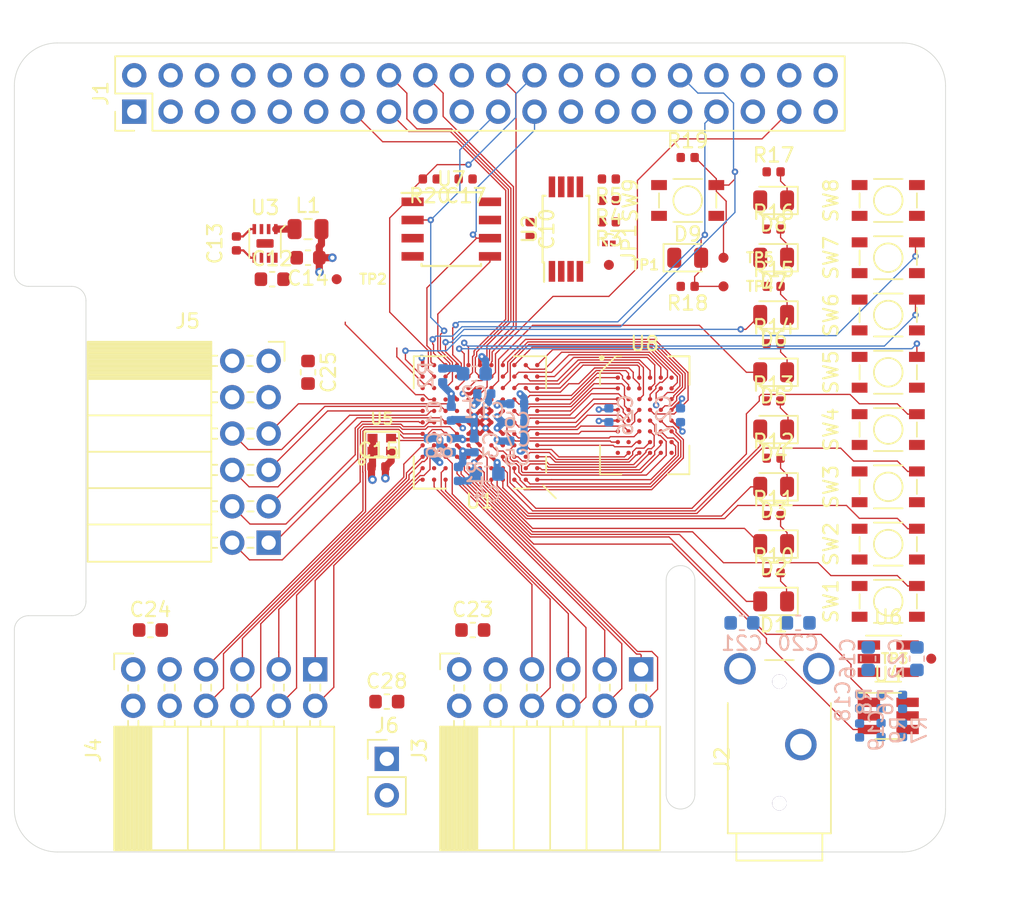
<source format=kicad_pcb>
(kicad_pcb (version 20171130) (host pcbnew 5.1.2+dfsg1-1)
  (layers (0 F.Cu signal) (1 In1.Cu power hide) (2 In2.Cu power) (31 B.Cu signal) (34 B.Paste user) (35 F.Paste user) (36 B.SilkS user hide) (37 F.SilkS user hide) (38 B.Mask user) (39 F.Mask user) (44 Edge.Cuts user))
  (net 0 "")
  (net 1 GND)
  (net 2 +1V2)
  (net 3 "Net-(C2-Pad2)")
  (net 4 "Net-(C2-Pad1)")
  (net 5 "Net-(C4-Pad2)")
  (net 6 "Net-(C4-Pad1)")
  (net 7 +3V3)
  (net 8 +5V)
  (net 9 "Net-(C13-Pad2)")
  (net 10 "Net-(C18-Pad1)")
  (net 11 "Net-(C19-Pad1)")
  (net 12 "Net-(C20-Pad1)")
  (net 13 "Net-(C21-Pad1)")
  (net 14 +3.3VDAC)
  (net 15 "Net-(D1-Pad1)")
  (net 16 /LED0)
  (net 17 /LED1)
  (net 18 "Net-(D2-Pad1)")
  (net 19 "Net-(D3-Pad1)")
  (net 20 /LED2)
  (net 21 /LED3)
  (net 22 "Net-(D4-Pad1)")
  (net 23 /LED4)
  (net 24 "Net-(D5-Pad1)")
  (net 25 "Net-(D6-Pad1)")
  (net 26 /LED5)
  (net 27 /LED6)
  (net 28 "Net-(D7-Pad1)")
  (net 29 "Net-(D8-Pad1)")
  (net 30 /LED7)
  (net 31 /GP13_FPGA_CDONE)
  (net 32 "Net-(J1-Pad3)")
  (net 33 "Net-(J1-Pad5)")
  (net 34 "Net-(J1-Pad7)")
  (net 35 /GP14_UART_TXD)
  (net 36 /GP15_UART_RXD)
  (net 37 "Net-(J1-Pad11)")
  (net 38 "Net-(J1-Pad12)")
  (net 39 /GP27_SDIO_DAT3)
  (net 40 /GP22_SDIO_CLK)
  (net 41 /GP23_SDIO_CMD)
  (net 42 /GP24_SDIO_DAT0)
  (net 43 /GP10_SPI_MOSI)
  (net 44 /GP9_SPI_MISO)
  (net 45 /GP25_SDIO_DAT1)
  (net 46 /GP11_SPI_SCK)
  (net 47 /GP8_SPI_~CS)
  (net 48 "Net-(J1-Pad26)")
  (net 49 /ID_SD)
  (net 50 /ID_SC)
  (net 51 "Net-(J1-Pad29)")
  (net 52 "Net-(J1-Pad31)")
  (net 53 /GP12_FPGA_~RST)
  (net 54 "Net-(J1-Pad35)")
  (net 55 "Net-(J1-Pad36)")
  (net 56 /GP26_SDIO_DAT2)
  (net 57 "Net-(J1-Pad38)")
  (net 58 "Net-(J1-Pad40)")
  (net 59 /IO0_0)
  (net 60 /IO0_1)
  (net 61 /IO0_2)
  (net 62 /IO0_3)
  (net 63 /IO0_4)
  (net 64 /IO0_5)
  (net 65 /IO0_6)
  (net 66 /IO0_7)
  (net 67 /IO1_7)
  (net 68 /IO1_6)
  (net 69 /IO1_5)
  (net 70 /IO1_4)
  (net 71 /IO1_3)
  (net 72 /IO1_2)
  (net 73 /IO1_1)
  (net 74 /IO1_0)
  (net 75 /IO2_0)
  (net 76 /IO2_1)
  (net 77 /IO2_2)
  (net 78 /IO2_3)
  (net 79 /IO2_4)
  (net 80 /IO2_5)
  (net 81 /IO2_6)
  (net 82 /IO2_7)
  (net 83 "Net-(JP1-Pad1)")
  (net 84 "Net-(L1-Pad1)")
  (net 85 "Net-(R6-Pad2)")
  (net 86 "Net-(R7-Pad2)")
  (net 87 /SW0)
  (net 88 /SW1)
  (net 89 /SW2)
  (net 90 /SW3)
  (net 91 /SW4)
  (net 92 /SW5)
  (net 93 /SW6)
  (net 94 /SW7)
  (net 95 /SRAM_DQ0)
  (net 96 /SRAM_DQ5)
  (net 97 /SRAM_DQ7)
  (net 98 /SRAM_DQ6)
  (net 99 /SRAM_DQ12)
  (net 100 /SRAM_A9)
  (net 101 /SRAM_A2)
  (net 102 /SRAM_A4)
  (net 103 /SRAM_A5)
  (net 104 /SRAM_A10)
  (net 105 /SRAM_DQ1)
  (net 106 /SRAM_DQ4)
  (net 107 /SRAM_DQ8)
  (net 108 /SRAM_DQ10)
  (net 109 /SRAM_DQ13)
  (net 110 /SRAM_DQ15)
  (net 111 /SRAM_A3)
  (net 112 /SRAM_A7)
  (net 113 /SRAM_A6)
  (net 114 /SRAM_A12)
  (net 115 /SRAM_DQ3)
  (net 116 /SRAM_DQ9)
  (net 117 /SRAM_DQ11)
  (net 118 /SRAM_A8)
  (net 119 /SRAM_A0)
  (net 120 /SRAM_A1)
  (net 121 /SRAM_A11)
  (net 122 /SRAM_A13)
  (net 123 /SRAM_A15)
  (net 124 /SRAM_DQ2)
  (net 125 /SRAM_DQ14)
  (net 126 /SRAM_A14)
  (net 127 /SRAM_A17)
  (net 128 /SRAM_A16)
  (net 129 /SRAM_~WE)
  (net 130 /SRAM_~OE)
  (net 131 /SRAM_~LB)
  (net 132 /SRAM_~UB)
  (net 133 /AUDIO_R_PWM)
  (net 134 "Net-(U1-PadB10)")
  (net 135 /CLK_OSC)
  (net 136 /AUDIO_L_PWM)
  (module Connector_PinHeader_2.54mm:PinHeader_2x20_P2.54mm_Vertical (layer F.Cu) (at 108.37 84.8 90)
    (fp_text reference J1 (at 1.27 -2.33 90) (layer F.SilkS))
    (fp_text value 2x20)
    (pad 1 thru_hole rect (at 0 0 90) (size 1.7 1.7) (drill 1) (layers *.Cu *.Mask) (net 7 +3V3))
    (pad 2 thru_hole oval (at 2.54 0 90) (size 1.7 1.7) (drill 1) (layers *.Cu *.Mask) (net 8 +5V))
    (pad 3 thru_hole oval (at 0 2.54 90) (size 1.7 1.7) (drill 1) (layers *.Cu *.Mask) (net 32 "Net-(J1-Pad3)"))
    (pad 4 thru_hole oval (at 2.54 2.54 90) (size 1.7 1.7) (drill 1) (layers *.Cu *.Mask) (net 8 +5V))
    (pad 5 thru_hole oval (at 0 5.08 90) (size 1.7 1.7) (drill 1) (layers *.Cu *.Mask) (net 33 "Net-(J1-Pad5)"))
    (pad 6 thru_hole oval (at 2.54 5.08 90) (size 1.7 1.7) (drill 1) (layers *.Cu *.Mask) (net 1 GND))
    (pad 7 thru_hole oval (at 0 7.62 90) (size 1.7 1.7) (drill 1) (layers *.Cu *.Mask) (net 34 "Net-(J1-Pad7)"))
    (pad 8 thru_hole oval (at 2.54 7.62 90) (size 1.7 1.7) (drill 1) (layers *.Cu *.Mask) (net 35 /GP14_UART_TXD))
    (pad 9 thru_hole oval (at 0 10.16 90) (size 1.7 1.7) (drill 1) (layers *.Cu *.Mask) (net 1 GND))
    (pad 10 thru_hole oval (at 2.54 10.16 90) (size 1.7 1.7) (drill 1) (layers *.Cu *.Mask) (net 36 /GP15_UART_RXD))
    (pad 11 thru_hole oval (at 0 12.7 90) (size 1.7 1.7) (drill 1) (layers *.Cu *.Mask) (net 37 "Net-(J1-Pad11)"))
    (pad 12 thru_hole oval (at 2.54 12.7 90) (size 1.7 1.7) (drill 1) (layers *.Cu *.Mask) (net 38 "Net-(J1-Pad12)"))
    (pad 13 thru_hole oval (at 0 15.24 90) (size 1.7 1.7) (drill 1) (layers *.Cu *.Mask) (net 39 /GP27_SDIO_DAT3))
    (pad 14 thru_hole oval (at 2.54 15.24 90) (size 1.7 1.7) (drill 1) (layers *.Cu *.Mask) (net 1 GND))
    (pad 15 thru_hole oval (at 0 17.78 90) (size 1.7 1.7) (drill 1) (layers *.Cu *.Mask) (net 40 /GP22_SDIO_CLK))
    (pad 16 thru_hole oval (at 2.54 17.78 90) (size 1.7 1.7) (drill 1) (layers *.Cu *.Mask) (net 41 /GP23_SDIO_CMD))
    (pad 17 thru_hole oval (at 0 20.32 90) (size 1.7 1.7) (drill 1) (layers *.Cu *.Mask) (net 7 +3V3))
    (pad 18 thru_hole oval (at 2.54 20.32 90) (size 1.7 1.7) (drill 1) (layers *.Cu *.Mask) (net 42 /GP24_SDIO_DAT0))
    (pad 19 thru_hole oval (at 0 22.86 90) (size 1.7 1.7) (drill 1) (layers *.Cu *.Mask) (net 43 /GP10_SPI_MOSI))
    (pad 20 thru_hole oval (at 2.54 22.86 90) (size 1.7 1.7) (drill 1) (layers *.Cu *.Mask) (net 1 GND))
    (pad 21 thru_hole oval (at 0 25.4 90) (size 1.7 1.7) (drill 1) (layers *.Cu *.Mask) (net 44 /GP9_SPI_MISO))
    (pad 22 thru_hole oval (at 2.54 25.4 90) (size 1.7 1.7) (drill 1) (layers *.Cu *.Mask) (net 45 /GP25_SDIO_DAT1))
    (pad 23 thru_hole oval (at 0 27.94 90) (size 1.7 1.7) (drill 1) (layers *.Cu *.Mask) (net 46 /GP11_SPI_SCK))
    (pad 24 thru_hole oval (at 2.54 27.94 90) (size 1.7 1.7) (drill 1) (layers *.Cu *.Mask) (net 47 /GP8_SPI_~CS))
    (pad 25 thru_hole oval (at 0 30.48 90) (size 1.7 1.7) (drill 1) (layers *.Cu *.Mask) (net 1 GND))
    (pad 26 thru_hole oval (at 2.54 30.48 90) (size 1.7 1.7) (drill 1) (layers *.Cu *.Mask) (net 48 "Net-(J1-Pad26)"))
    (pad 27 thru_hole oval (at 0 33.02 90) (size 1.7 1.7) (drill 1) (layers *.Cu *.Mask) (net 49 /ID_SD))
    (pad 28 thru_hole oval (at 2.54 33.02 90) (size 1.7 1.7) (drill 1) (layers *.Cu *.Mask) (net 50 /ID_SC))
    (pad 29 thru_hole oval (at 0 35.56 90) (size 1.7 1.7) (drill 1) (layers *.Cu *.Mask) (net 51 "Net-(J1-Pad29)"))
    (pad 30 thru_hole oval (at 2.54 35.56 90) (size 1.7 1.7) (drill 1) (layers *.Cu *.Mask) (net 1 GND))
    (pad 31 thru_hole oval (at 0 38.1 90) (size 1.7 1.7) (drill 1) (layers *.Cu *.Mask) (net 52 "Net-(J1-Pad31)"))
    (pad 32 thru_hole oval (at 2.54 38.1 90) (size 1.7 1.7) (drill 1) (layers *.Cu *.Mask) (net 53 /GP12_FPGA_~RST))
    (pad 33 thru_hole oval (at 0 40.64 90) (size 1.7 1.7) (drill 1) (layers *.Cu *.Mask) (net 31 /GP13_FPGA_CDONE))
    (pad 34 thru_hole oval (at 2.54 40.64 90) (size 1.7 1.7) (drill 1) (layers *.Cu *.Mask) (net 1 GND))
    (pad 35 thru_hole oval (at 0 43.18 90) (size 1.7 1.7) (drill 1) (layers *.Cu *.Mask) (net 54 "Net-(J1-Pad35)"))
    (pad 36 thru_hole oval (at 2.54 43.18 90) (size 1.7 1.7) (drill 1) (layers *.Cu *.Mask) (net 55 "Net-(J1-Pad36)"))
    (pad 37 thru_hole oval (at 0 45.72 90) (size 1.7 1.7) (drill 1) (layers *.Cu *.Mask) (net 56 /GP26_SDIO_DAT2))
    (pad 38 thru_hole oval (at 2.54 45.72 90) (size 1.7 1.7) (drill 1) (layers *.Cu *.Mask) (net 57 "Net-(J1-Pad38)"))
    (pad 39 thru_hole oval (at 0 48.26 90) (size 1.7 1.7) (drill 1) (layers *.Cu *.Mask) (net 1 GND))
    (pad 40 thru_hole oval (at 2.54 48.26 90) (size 1.7 1.7) (drill 1) (layers *.Cu *.Mask) (net 58 "Net-(J1-Pad40)"))
  )
  (module fpga_hat:PTS815 (layer F.Cu) (at 161 103 270)
    (fp_text reference SW5 (at 0 4 270) (layer F.SilkS))
    (fp_text value PTS815)
    (pad 1 smd rect (at -1.075 -2) (size 1.1 0.7) (layers F.Cu F.Paste F.Mask) (net 91 /SW4))
    (pad 2 smd rect (at 1.075 -2) (size 1.1 0.7) (layers F.Cu F.Paste F.Mask) (net 1 GND))
    (pad ~ smd rect (at 1.075 2) (size 1.1 0.7) (layers F.Cu F.Paste F.Mask))
    (pad ~ smd rect (at -1.075 2) (size 1.1 0.7) (layers F.Cu F.Paste F.Mask))
  )
  (module fpga_hat:BGA-121_11x11_9.0x9.0mm (layer F.Cu) (at 132.5 106.5 180)
    (fp_text reference U1 (at 0 -5.5) (layer F.SilkS))
    (fp_text value iCE40-HX8k-BG121)
    (pad A1 smd circle (at -4 -4 180) (size 0.3 0.3) (layers F.Cu F.Paste F.Mask) (net 97 /SRAM_DQ7))
    (pad B1 smd circle (at -4 -3.2 180) (size 0.3 0.3) (layers F.Cu F.Paste F.Mask) (net 129 /SRAM_~WE))
    (pad C1 smd circle (at -4 -2.4 180) (size 0.3 0.3) (layers F.Cu F.Paste F.Mask) (net 100 /SRAM_A9))
    (pad D1 smd circle (at -4 -1.6 180) (size 0.3 0.3) (layers F.Cu F.Paste F.Mask) (net 114 /SRAM_A12))
    (pad E1 smd circle (at -4 -0.8 180) (size 0.3 0.3) (layers F.Cu F.Paste F.Mask) (net 125 /SRAM_DQ14))
    (pad F1 smd circle (at -4 0 180) (size 0.3 0.3) (layers F.Cu F.Paste F.Mask) (net 99 /SRAM_DQ12))
    (pad G1 smd circle (at -4 0.8 180) (size 0.3 0.3) (layers F.Cu F.Paste F.Mask) (net 107 /SRAM_DQ8))
    (pad H1 smd circle (at -4 1.6 180) (size 0.3 0.3) (layers F.Cu F.Paste F.Mask) (net 132 /SRAM_~UB))
    (pad J1 smd circle (at -4 2.4 180) (size 0.3 0.3) (layers F.Cu F.Paste F.Mask) (net 119 /SRAM_A0))
    (pad K1 smd circle (at -4 3.2 180) (size 0.3 0.3) (layers F.Cu F.Paste F.Mask) (net 102 /SRAM_A4))
    (pad L1 smd circle (at -4 4 180) (size 0.3 0.3) (layers F.Cu F.Paste F.Mask) (net 95 /SRAM_DQ0))
    (pad A2 smd circle (at -3.2 -4 180) (size 0.3 0.3) (layers F.Cu F.Paste F.Mask) (net 96 /SRAM_DQ5))
    (pad B2 smd circle (at -3.2 -3.2 180) (size 0.3 0.3) (layers F.Cu F.Paste F.Mask) (net 104 /SRAM_A10))
    (pad C2 smd circle (at -3.2 -2.4 180) (size 0.3 0.3) (layers F.Cu F.Paste F.Mask) (net 122 /SRAM_A13))
    (pad D2 smd circle (at -3.2 -1.6 180) (size 0.3 0.3) (layers F.Cu F.Paste F.Mask) (net 118 /SRAM_A8))
    (pad E2 smd circle (at -3.2 -0.8 180) (size 0.3 0.3) (layers F.Cu F.Paste F.Mask) (net 109 /SRAM_DQ13))
    (pad F2 smd circle (at -3.2 0 180) (size 0.3 0.3) (layers F.Cu F.Paste F.Mask) (net 116 /SRAM_DQ9))
    (pad G2 smd circle (at -3.2 0.8 180) (size 0.3 0.3) (layers F.Cu F.Paste F.Mask) (net 108 /SRAM_DQ10))
    (pad H2 smd circle (at -3.2 1.6 180) (size 0.3 0.3) (layers F.Cu F.Paste F.Mask) (net 130 /SRAM_~OE))
    (pad J2 smd circle (at -3.2 2.4 180) (size 0.3 0.3) (layers F.Cu F.Paste F.Mask) (net 111 /SRAM_A3))
    (pad K2 smd circle (at -3.2 3.2 180) (size 0.3 0.3) (layers F.Cu F.Paste F.Mask) (net 120 /SRAM_A1))
    (pad L2 smd circle (at -3.2 4 180) (size 0.3 0.3) (layers F.Cu F.Paste F.Mask) (net 113 /SRAM_A6))
    (pad A3 smd circle (at -2.4 -4 180) (size 0.3 0.3) (layers F.Cu F.Paste F.Mask) (net 106 /SRAM_DQ4))
    (pad B3 smd circle (at -2.4 -3.2 180) (size 0.3 0.3) (layers F.Cu F.Paste F.Mask) (net 98 /SRAM_DQ6))
    (pad C3 smd circle (at -2.4 -2.4 180) (size 0.3 0.3) (layers F.Cu F.Paste F.Mask) (net 123 /SRAM_A15))
    (pad D3 smd circle (at -2.4 -1.6 180) (size 0.3 0.3) (layers F.Cu F.Paste F.Mask) (net 121 /SRAM_A11))
    (pad E3 smd circle (at -2.4 -0.8 180) (size 0.3 0.3) (layers F.Cu F.Paste F.Mask) (net 126 /SRAM_A14))
    (pad F3 smd circle (at -2.4 0 180) (size 0.3 0.3) (layers F.Cu F.Paste F.Mask) (net 127 /SRAM_A17))
    (pad G3 smd circle (at -2.4 0.8 180) (size 0.3 0.3) (layers F.Cu F.Paste F.Mask) (net 117 /SRAM_DQ11))
    (pad H3 smd circle (at -2.4 1.6 180) (size 0.3 0.3) (layers F.Cu F.Paste F.Mask) (net 131 /SRAM_~LB))
    (pad J3 smd circle (at -2.4 2.4 180) (size 0.3 0.3) (layers F.Cu F.Paste F.Mask) (net 103 /SRAM_A5))
    (pad K3 smd circle (at -2.4 3.2 180) (size 0.3 0.3) (layers F.Cu F.Paste F.Mask) (net 101 /SRAM_A2))
    (pad L3 smd circle (at -2.4 4 180) (size 0.3 0.3) (layers F.Cu F.Paste F.Mask) (net 105 /SRAM_DQ1))
    (pad A4 smd circle (at -1.6 -4 180) (size 0.3 0.3) (layers F.Cu F.Paste F.Mask) (net 89 /SW2))
    (pad B4 smd circle (at -1.6 -3.2 180) (size 0.3 0.3) (layers F.Cu F.Paste F.Mask) (net 21 /LED3))
    (pad C4 smd circle (at -1.6 -2.4 180) (size 0.3 0.3) (layers F.Cu F.Paste F.Mask) (net 90 /SW3))
    (pad D4 smd circle (at -1.6 -1.6 180) (size 0.3 0.3) (layers F.Cu F.Paste F.Mask) (net 2 +1V2))
    (pad E4 smd circle (at -1.6 -0.8 180) (size 0.3 0.3) (layers F.Cu F.Paste F.Mask) (net 7 +3V3))
    (pad F4 smd circle (at -1.6 0 180) (size 0.3 0.3) (layers F.Cu F.Paste F.Mask) (net 110 /SRAM_DQ15))
    (pad G4 smd circle (at -1.6 0.8 180) (size 0.3 0.3) (layers F.Cu F.Paste F.Mask) (net 7 +3V3))
    (pad H4 smd circle (at -1.6 1.6 180) (size 0.3 0.3) (layers F.Cu F.Paste F.Mask) (net 2 +1V2))
    (pad J4 smd circle (at -1.6 2.4 180) (size 0.3 0.3) (layers F.Cu F.Paste F.Mask) (net 124 /SRAM_DQ2))
    (pad K4 smd circle (at -1.6 3.2 180) (size 0.3 0.3) (layers F.Cu F.Paste F.Mask) (net 115 /SRAM_DQ3))
    (pad L4 smd circle (at -1.6 4 180) (size 0.3 0.3) (layers F.Cu F.Paste F.Mask) (net 112 /SRAM_A7))
    (pad A5 smd circle (at -0.8 -4 180) (size 0.3 0.3) (layers F.Cu F.Paste F.Mask) (net 88 /SW1))
    (pad B5 smd circle (at -0.8 -3.2 180) (size 0.3 0.3) (layers F.Cu F.Paste F.Mask) (net 20 /LED2))
    (pad C5 smd circle (at -0.8 -2.4 180) (size 0.3 0.3) (layers F.Cu F.Paste F.Mask) (net 5 "Net-(C4-Pad2)"))
    (pad D5 smd circle (at -0.8 -1.6 180) (size 0.3 0.3) (layers F.Cu F.Paste F.Mask) (net 128 /SRAM_A16))
    (pad E5 smd circle (at -0.8 -0.8 180) (size 0.3 0.3) (layers F.Cu F.Paste F.Mask) (net 1 GND))
    (pad F5 smd circle (at -0.8 0 180) (size 0.3 0.3) (layers F.Cu F.Paste F.Mask) (net 1 GND))
    (pad G5 smd circle (at -0.8 0.8 180) (size 0.3 0.3) (layers F.Cu F.Paste F.Mask) (net 1 GND))
    (pad H5 smd circle (at -0.8 1.6 180) (size 0.3 0.3) (layers F.Cu F.Paste F.Mask) (net 1 GND))
    (pad J5 smd circle (at -0.8 2.4 180) (size 0.3 0.3) (layers F.Cu F.Paste F.Mask) (net 23 /LED4))
    (pad K5 smd circle (at -0.8 3.2 180) (size 0.3 0.3) (layers F.Cu F.Paste F.Mask) (net 56 /GP26_SDIO_DAT2))
    (pad L5 smd circle (at -0.8 4 180) (size 0.3 0.3) (layers F.Cu F.Paste F.Mask) (net 45 /GP25_SDIO_DAT1))
    (pad A6 smd circle (at 0 -4 180) (size 0.3 0.3) (layers F.Cu F.Paste F.Mask) (net 16 /LED0))
    (pad B6 smd circle (at 0 -3.2 180) (size 0.3 0.3) (layers F.Cu F.Paste F.Mask) (net 87 /SW0))
    (pad C6 smd circle (at 0 -2.4 180) (size 0.3 0.3) (layers F.Cu F.Paste F.Mask) (net 6 "Net-(C4-Pad1)"))
    (pad D6 smd circle (at 0 -1.6 180) (size 0.3 0.3) (layers F.Cu F.Paste F.Mask) (net 7 +3V3))
    (pad E6 smd circle (at 0 -0.8 180) (size 0.3 0.3) (layers F.Cu F.Paste F.Mask) (net 1 GND))
    (pad F6 smd circle (at 0 0 180) (size 0.3 0.3) (layers F.Cu F.Paste F.Mask) (net 1 GND))
    (pad G6 smd circle (at 0 0.8 180) (size 0.3 0.3) (layers F.Cu F.Paste F.Mask) (net 1 GND))
    (pad H6 smd circle (at 0 1.6 180) (size 0.3 0.3) (layers F.Cu F.Paste F.Mask) (net 7 +3V3))
    (pad J6 smd circle (at 0 2.4 180) (size 0.3 0.3) (layers F.Cu F.Paste F.Mask) (net 4 "Net-(C2-Pad1)"))
    (pad K6 smd circle (at 0 3.2 180) (size 0.3 0.3) (layers F.Cu F.Paste F.Mask) (net 40 /GP22_SDIO_CLK))
    (pad L6 smd circle (at 0 4 180) (size 0.3 0.3) (layers F.Cu F.Paste F.Mask) (net 3 "Net-(C2-Pad2)"))
    (pad A7 smd circle (at 0.8 -4 180) (size 0.3 0.3) (layers F.Cu F.Paste F.Mask) (net 63 /IO0_4))
    (pad B7 smd circle (at 0.8 -3.2 180) (size 0.3 0.3) (layers F.Cu F.Paste F.Mask) (net 136 /AUDIO_L_PWM))
    (pad C7 smd circle (at 0.8 -2.4 180) (size 0.3 0.3) (layers F.Cu F.Paste F.Mask) (net 133 /AUDIO_R_PWM))
    (pad D7 smd circle (at 0.8 -1.6 180) (size 0.3 0.3) (layers F.Cu F.Paste F.Mask) (net 17 /LED1))
    (pad E7 smd circle (at 0.8 -0.8 180) (size 0.3 0.3) (layers F.Cu F.Paste F.Mask) (net 1 GND))
    (pad F7 smd circle (at 0.8 0 180) (size 0.3 0.3) (layers F.Cu F.Paste F.Mask) (net 1 GND))
    (pad G7 smd circle (at 0.8 0.8 180) (size 0.3 0.3) (layers F.Cu F.Paste F.Mask) (net 1 GND))
    (pad H7 smd circle (at 0.8 1.6 180) (size 0.3 0.3) (layers F.Cu F.Paste F.Mask) (net 42 /GP24_SDIO_DAT0))
    (pad J7 smd circle (at 0.8 2.4 180) (size 0.3 0.3) (layers F.Cu F.Paste F.Mask) (net 41 /GP23_SDIO_CMD))
    (pad K7 smd circle (at 0.8 3.2 180) (size 0.3 0.3) (layers F.Cu F.Paste F.Mask) (net 39 /GP27_SDIO_DAT3))
    (pad L7 smd circle (at 0.8 4 180) (size 0.3 0.3) (layers F.Cu F.Paste F.Mask) (net 92 /SW5))
    (pad A8 smd circle (at 1.6 -4 180) (size 0.3 0.3) (layers F.Cu F.Paste F.Mask) (net 60 /IO0_1))
    (pad B8 smd circle (at 1.6 -3.2 180) (size 0.3 0.3) (layers F.Cu F.Paste F.Mask) (net 64 /IO0_5))
    (pad C8 smd circle (at 1.6 -2.4 180) (size 0.3 0.3) (layers F.Cu F.Paste F.Mask) (net 59 /IO0_0))
    (pad D8 smd circle (at 1.6 -1.6 180) (size 0.3 0.3) (layers F.Cu F.Paste F.Mask) (net 2 +1V2))
    (pad E8 smd circle (at 1.6 -0.8 180) (size 0.3 0.3) (layers F.Cu F.Paste F.Mask) (net 79 /IO2_4))
    (pad F8 smd circle (at 1.6 0 180) (size 0.3 0.3) (layers F.Cu F.Paste F.Mask) (net 7 +3V3))
    (pad G8 smd circle (at 1.6 0.8 180) (size 0.3 0.3) (layers F.Cu F.Paste F.Mask) (net 78 /IO2_3))
    (pad H8 smd circle (at 1.6 1.6 180) (size 0.3 0.3) (layers F.Cu F.Paste F.Mask) (net 2 +1V2))
    (pad J8 smd circle (at 1.6 2.4 180) (size 0.3 0.3) (layers F.Cu F.Paste F.Mask) (net 91 /SW4))
    (pad K8 smd circle (at 1.6 3.2 180) (size 0.3 0.3) (layers F.Cu F.Paste F.Mask) (net 31 /GP13_FPGA_CDONE))
    (pad L8 smd circle (at 1.6 4 180) (size 0.3 0.3) (layers F.Cu F.Paste F.Mask) (net 26 /LED5))
    (pad A9 smd circle (at 2.4 -4 180) (size 0.3 0.3) (layers F.Cu F.Paste F.Mask) (net 61 /IO0_2))
    (pad B9 smd circle (at 2.4 -3.2 180) (size 0.3 0.3) (layers F.Cu F.Paste F.Mask) (net 66 /IO0_7))
    (pad C9 smd circle (at 2.4 -2.4 180) (size 0.3 0.3) (layers F.Cu F.Paste F.Mask) (net 65 /IO0_6))
    (pad D9 smd circle (at 2.4 -1.6 180) (size 0.3 0.3) (layers F.Cu F.Paste F.Mask) (net 74 /IO1_0))
    (pad E9 smd circle (at 2.4 -0.8 180) (size 0.3 0.3) (layers F.Cu F.Paste F.Mask) (net 67 /IO1_7))
    (pad F9 smd circle (at 2.4 0 180) (size 0.3 0.3) (layers F.Cu F.Paste F.Mask) (net 76 /IO2_1))
    (pad G9 smd circle (at 2.4 0.8 180) (size 0.3 0.3) (layers F.Cu F.Paste F.Mask) (net 82 /IO2_7))
    (pad H9 smd circle (at 2.4 1.6 180) (size 0.3 0.3) (layers F.Cu F.Paste F.Mask) (net 94 /SW7))
    (pad J9 smd circle (at 2.4 2.4 180) (size 0.3 0.3) (layers F.Cu F.Paste F.Mask) (net 44 /GP9_SPI_MISO))
    (pad K9 smd circle (at 2.4 3.2 180) (size 0.3 0.3) (layers F.Cu F.Paste F.Mask) (net 43 /GP10_SPI_MOSI))
    (pad L9 smd circle (at 2.4 4 180) (size 0.3 0.3) (layers F.Cu F.Paste F.Mask) (net 53 /GP12_FPGA_~RST))
    (pad A10 smd circle (at 3.2 -4 180) (size 0.3 0.3) (layers F.Cu F.Paste F.Mask) (net 62 /IO0_3))
    (pad B10 smd circle (at 3.2 -3.2 180) (size 0.3 0.3) (layers F.Cu F.Paste F.Mask) (net 134 "Net-(U1-PadB10)"))
    (pad C10 smd circle (at 3.2 -2.4 180) (size 0.3 0.3) (layers F.Cu F.Paste F.Mask) (net 7 +3V3))
    (pad D10 smd circle (at 3.2 -1.6 180) (size 0.3 0.3) (layers F.Cu F.Paste F.Mask) (net 73 /IO1_1))
    (pad E10 smd circle (at 3.2 -0.8 180) (size 0.3 0.3) (layers F.Cu F.Paste F.Mask) (net 135 /CLK_OSC))
    (pad F10 smd circle (at 3.2 0 180) (size 0.3 0.3) (layers F.Cu F.Paste F.Mask) (net 75 /IO2_0))
    (pad G10 smd circle (at 3.2 0.8 180) (size 0.3 0.3) (layers F.Cu F.Paste F.Mask) (net 81 /IO2_6))
    (pad H10 smd circle (at 3.2 1.6 180) (size 0.3 0.3) (layers F.Cu F.Paste F.Mask) (net 35 /GP14_UART_TXD))
    (pad J10 smd circle (at 3.2 2.4 180) (size 0.3 0.3) (layers F.Cu F.Paste F.Mask) (net 36 /GP15_UART_RXD))
    (pad K10 smd circle (at 3.2 3.2 180) (size 0.3 0.3) (layers F.Cu F.Paste F.Mask) (net 47 /GP8_SPI_~CS))
    (pad L10 smd circle (at 3.2 4 180) (size 0.3 0.3) (layers F.Cu F.Paste F.Mask) (net 46 /GP11_SPI_SCK))
    (pad A11 smd circle (at 4 -4 180) (size 0.3 0.3) (layers F.Cu F.Paste F.Mask) (net 70 /IO1_4))
    (pad B11 smd circle (at 4 -3.2 180) (size 0.3 0.3) (layers F.Cu F.Paste F.Mask) (net 69 /IO1_5))
    (pad C11 smd circle (at 4 -2.4 180) (size 0.3 0.3) (layers F.Cu F.Paste F.Mask) (net 68 /IO1_6))
    (pad D11 smd circle (at 4 -1.6 180) (size 0.3 0.3) (layers F.Cu F.Paste F.Mask) (net 72 /IO1_2))
    (pad E11 smd circle (at 4 -0.8 180) (size 0.3 0.3) (layers F.Cu F.Paste F.Mask) (net 71 /IO1_3))
    (pad F11 smd circle (at 4 0 180) (size 0.3 0.3) (layers F.Cu F.Paste F.Mask) (net 80 /IO2_5))
    (pad G11 smd circle (at 4 0.8 180) (size 0.3 0.3) (layers F.Cu F.Paste F.Mask) (net 77 /IO2_2))
    (pad H11 smd circle (at 4 1.6 180) (size 0.3 0.3) (layers F.Cu F.Paste F.Mask) (net 30 /LED7))
    (pad J11 smd circle (at 4 2.4 180) (size 0.3 0.3) (layers F.Cu F.Paste F.Mask) (net 27 /LED6))
    (pad K11 smd circle (at 4 3.2 180) (size 0.3 0.3) (layers F.Cu F.Paste F.Mask) (net 93 /SW6))
    (pad L11 smd circle (at 4 4 180) (size 0.3 0.3) (layers F.Cu F.Paste F.Mask) (net 7 +3V3))
  )
  (module Capacitor_SMD:C_0402_1005Metric (layer B.Cu) (at 128.9 108.1 90)
    (fp_text reference C8 (at 0 1.17 90) (layer B.SilkS) (effects (justify mirror)))
    (fp_text value 100n)
    (pad 2 smd roundrect (at 0.485 0 90) (size 0.59 0.64) (layers B.Cu B.Paste B.Mask) (net 1 GND))
    (pad 1 smd roundrect (at -0.485 0 90) (size 0.59 0.64) (layers B.Cu B.Paste B.Mask) (net 7 +3V3))
  )
  (module fpga_hat:MOUNTHOLE_M2.5 (layer F.Cu) (at 161.5 83.5)
    (fp_text reference REF** hide)
    (fp_text value MOUNTHOLE_M2.5 hide)
    (pad "" np_thru_hole circle (at 0 0) (size 2.75 2.75) (drill 2.75) (layers *.Cu *.Mask) (thermal_gap 1.9))
  )
  (module fpga_hat:MOUNTHOLE_M2.5 (layer F.Cu) (at 161.5 133)
    (fp_text reference REF** hide)
    (fp_text value MOUNTHOLE_M2.5 hide)
    (pad "" np_thru_hole circle (at 0 0) (size 2.75 2.75) (drill 2.75) (layers *.Cu *.Mask) (thermal_gap 1.9))
  )
  (module fpga_hat:MOUNTHOLE_M2.5 (layer F.Cu) (at 103.5 133)
    (fp_text reference REF** hide)
    (fp_text value MOUNTHOLE_M2.5 hide)
    (pad "" np_thru_hole circle (at 0 0) (size 2.75 2.75) (drill 2.75) (layers *.Cu *.Mask) (thermal_gap 1.9))
  )
  (module fpga_hat:MOUNTHOLE_M2.5 (layer F.Cu) (at 103.5 83.5)
    (fp_text reference REF** hide)
    (fp_text value MOUNTHOLE_M2.5 hide)
    (pad "" np_thru_hole circle (at 0 0) (size 2.75 2.75) (drill 2.75) (layers *.Cu *.Mask) (thermal_gap 1.9))
  )
  (module Capacitor_SMD:C_0402_1005Metric (layer B.Cu) (at 130.5 105.885 270)
    (fp_text reference C1 (at 0 1.17 90) (layer B.SilkS) (effects (justify mirror)))
    (fp_text value 100n)
    (pad 2 smd roundrect (at 0.485 0 270) (size 0.59 0.64) (layers B.Cu B.Paste B.Mask) (net 1 GND))
    (pad 1 smd roundrect (at -0.485 0 270) (size 0.59 0.64) (layers B.Cu B.Paste B.Mask) (net 2 +1V2))
  )
  (module Capacitor_SMD:C_0603_1608Metric (layer B.Cu) (at 132.1125 103.1)
    (fp_text reference C2 (at 0 1.43) (layer B.SilkS) (effects (justify mirror)))
    (fp_text value 4u7)
    (pad 2 smd roundrect (at 0.7875 0) (size 0.875 0.95) (layers B.Cu B.Paste B.Mask) (net 3 "Net-(C2-Pad2)"))
    (pad 1 smd roundrect (at -0.7875 0) (size 0.875 0.95) (layers B.Cu B.Paste B.Mask) (net 4 "Net-(C2-Pad1)"))
  )
  (module Capacitor_SMD:C_0402_1005Metric (layer B.Cu) (at 132.1 108.1 90)
    (fp_text reference C3 (at 0 1.17 90) (layer B.SilkS) (effects (justify mirror)))
    (fp_text value 100n)
    (pad 1 smd roundrect (at -0.485 0 90) (size 0.59 0.64) (layers B.Cu B.Paste B.Mask) (net 2 +1V2))
    (pad 2 smd roundrect (at 0.485 0 90) (size 0.59 0.64) (layers B.Cu B.Paste B.Mask) (net 1 GND))
  )
  (module Capacitor_SMD:C_0603_1608Metric (layer B.Cu) (at 133 110.1)
    (fp_text reference C4 (at 0 1.43) (layer B.SilkS) (effects (justify mirror)))
    (fp_text value 4u7)
    (pad 1 smd roundrect (at -0.7875 0) (size 0.875 0.95) (layers B.Cu B.Paste B.Mask) (net 6 "Net-(C4-Pad1)"))
    (pad 2 smd roundrect (at 0.7875 0) (size 0.875 0.95) (layers B.Cu B.Paste B.Mask) (net 5 "Net-(C4-Pad2)"))
  )
  (module Capacitor_SMD:C_0402_1005Metric (layer B.Cu) (at 135.1 107.8)
    (fp_text reference C5 (at 0 1.17 180) (layer B.SilkS) (effects (justify mirror)))
    (fp_text value 100n)
    (pad 1 smd roundrect (at -0.485 0) (size 0.59 0.64) (layers B.Cu B.Paste B.Mask) (net 2 +1V2))
    (pad 2 smd roundrect (at 0.485 0) (size 0.59 0.64) (layers B.Cu B.Paste B.Mask) (net 1 GND))
  )
  (module Capacitor_SMD:C_0402_1005Metric (layer B.Cu) (at 135.1 105.2)
    (fp_text reference C6 (at 0 1.17) (layer B.SilkS) (effects (justify mirror)))
    (fp_text value 100n)
    (pad 2 smd roundrect (at 0.485 0) (size 0.59 0.64) (layers B.Cu B.Paste B.Mask) (net 1 GND))
    (pad 1 smd roundrect (at -0.485 0) (size 0.59 0.64) (layers B.Cu B.Paste B.Mask) (net 2 +1V2))
  )
  (module Capacitor_SMD:C_0402_1005Metric (layer B.Cu) (at 135.115 106.5)
    (fp_text reference C7 (at 0 1.17 180) (layer B.SilkS) (effects (justify mirror)))
    (fp_text value 100n)
    (pad 2 smd roundrect (at 0.485 0) (size 0.59 0.64) (layers B.Cu B.Paste B.Mask) (net 1 GND))
    (pad 1 smd roundrect (at -0.485 0) (size 0.59 0.64) (layers B.Cu B.Paste B.Mask) (net 7 +3V3))
  )
  (module Capacitor_SMD:C_0402_1005Metric (layer B.Cu) (at 130.5 108.1 270)
    (fp_text reference C9 (at 0 1.17 90) (layer B.SilkS) (effects (justify mirror)))
    (fp_text value 100n)
    (pad 2 smd roundrect (at 0.485 0 270) (size 0.59 0.64) (layers B.Cu B.Paste B.Mask) (net 1 GND))
    (pad 1 smd roundrect (at -0.485 0 270) (size 0.59 0.64) (layers B.Cu B.Paste B.Mask) (net 7 +3V3))
  )
  (module Capacitor_SMD:C_0402_1005Metric (layer F.Cu) (at 136 93 270)
    (fp_text reference C10 (at 0 -1.17 90) (layer F.SilkS))
    (fp_text value 100n)
    (pad 2 smd roundrect (at 0.485 0 270) (size 0.59 0.64) (layers F.Cu F.Paste F.Mask) (net 1 GND))
    (pad 1 smd roundrect (at -0.485 0 270) (size 0.59 0.64) (layers F.Cu F.Paste F.Mask) (net 7 +3V3))
  )
  (module Capacitor_SMD:C_0402_1005Metric (layer B.Cu) (at 132.8 104.5)
    (fp_text reference C11 (at 0 1.17) (layer B.SilkS) (effects (justify mirror)))
    (fp_text value 100n)
    (pad 1 smd roundrect (at -0.485 0) (size 0.59 0.64) (layers B.Cu B.Paste B.Mask) (net 7 +3V3))
    (pad 2 smd roundrect (at 0.485 0) (size 0.59 0.64) (layers B.Cu B.Paste B.Mask) (net 1 GND))
  )
  (module Capacitor_SMD:C_0603_1608Metric (layer F.Cu) (at 118 96.5)
    (fp_text reference C12 (at 0 -1.43) (layer F.SilkS))
    (fp_text value 4u7)
    (pad 2 smd roundrect (at 0.7875 0) (size 0.875 0.95) (layers F.Cu F.Paste F.Mask) (net 1 GND))
    (pad 1 smd roundrect (at -0.7875 0) (size 0.875 0.95) (layers F.Cu F.Paste F.Mask) (net 8 +5V))
  )
  (module Capacitor_SMD:C_0402_1005Metric (layer F.Cu) (at 115.5 94 270)
    (fp_text reference C13 (at 0 1.5 90) (layer F.SilkS))
    (fp_text value 560p)
    (pad 1 smd roundrect (at -0.485 0 270) (size 0.59 0.64) (layers F.Cu F.Paste F.Mask) (net 2 +1V2))
    (pad 2 smd roundrect (at 0.485 0 270) (size 0.59 0.64) (layers F.Cu F.Paste F.Mask) (net 9 "Net-(C13-Pad2)"))
  )
  (module Capacitor_SMD:C_0603_1608Metric (layer F.Cu) (at 120.5 95 180)
    (fp_text reference C14 (at 0 -1.43) (layer F.SilkS))
    (fp_text value 4u7)
    (pad 2 smd roundrect (at 0.7875 0 180) (size 0.875 0.95) (layers F.Cu F.Paste F.Mask) (net 1 GND))
    (pad 1 smd roundrect (at -0.7875 0 180) (size 0.875 0.95) (layers F.Cu F.Paste F.Mask) (net 2 +1V2))
  )
  (module Capacitor_SMD:C_0402_1005Metric (layer F.Cu) (at 125.415 109.6)
    (fp_text reference C15 (at 0 -1.17) (layer F.SilkS))
    (fp_text value 100n)
    (pad 2 smd roundrect (at 0.485 0) (size 0.59 0.64) (layers F.Cu F.Paste F.Mask) (net 1 GND))
    (pad 1 smd roundrect (at -0.485 0) (size 0.59 0.64) (layers F.Cu F.Paste F.Mask) (net 7 +3V3))
  )
  (module Capacitor_SMD:C_0603_1608Metric (layer B.Cu) (at 159.6 123 270)
    (fp_text reference C16 (at 0 1.43 90) (layer B.SilkS) (effects (justify mirror)))
    (fp_text value 1u)
    (pad 1 smd roundrect (at -0.7875 0 270) (size 0.875 0.95) (layers B.Cu B.Paste B.Mask) (net 8 +5V))
    (pad 2 smd roundrect (at 0.7875 0 270) (size 0.875 0.95) (layers B.Cu B.Paste B.Mask) (net 1 GND))
  )
  (module Capacitor_SMD:C_0402_1005Metric (layer F.Cu) (at 131.5 89.5 180)
    (fp_text reference C17 (at 0 -1.17) (layer F.SilkS))
    (fp_text value 100n)
    (pad 1 smd roundrect (at -0.485 0 180) (size 0.59 0.64) (layers F.Cu F.Paste F.Mask) (net 7 +3V3))
    (pad 2 smd roundrect (at 0.485 0 180) (size 0.59 0.64) (layers F.Cu F.Paste F.Mask) (net 1 GND))
  )
  (module Capacitor_SMD:C_0402_1005Metric (layer B.Cu) (at 159 125.985 270)
    (fp_text reference C18 (at 0 1.17 90) (layer B.SilkS) (effects (justify mirror)))
    (fp_text value 100n)
    (pad 1 smd roundrect (at -0.485 0 270) (size 0.59 0.64) (layers B.Cu B.Paste B.Mask) (net 10 "Net-(C18-Pad1)"))
    (pad 2 smd roundrect (at 0.485 0 270) (size 0.59 0.64) (layers B.Cu B.Paste B.Mask) (net 1 GND))
  )
  (module Capacitor_SMD:C_0402_1005Metric (layer B.Cu) (at 159 128.015 90)
    (fp_text reference C19 (at 0 1.17 90) (layer B.SilkS) (effects (justify mirror)))
    (fp_text value 100n)
    (pad 1 smd roundrect (at -0.485 0 90) (size 0.59 0.64) (layers B.Cu B.Paste B.Mask) (net 11 "Net-(C19-Pad1)"))
    (pad 2 smd roundrect (at 0.485 0 90) (size 0.59 0.64) (layers B.Cu B.Paste B.Mask) (net 1 GND))
  )
  (module Capacitor_SMD:C_0603_1608Metric (layer B.Cu) (at 154.7125 120.5)
    (fp_text reference C20 (at 0 1.43) (layer B.SilkS) (effects (justify mirror)))
    (fp_text value 4u7)
    (pad 1 smd roundrect (at -0.7875 0) (size 0.875 0.95) (layers B.Cu B.Paste B.Mask) (net 12 "Net-(C20-Pad1)"))
    (pad 2 smd roundrect (at 0.7875 0) (size 0.875 0.95) (layers B.Cu B.Paste B.Mask) (net 10 "Net-(C18-Pad1)"))
  )
  (module Capacitor_SMD:C_0603_1608Metric (layer B.Cu) (at 150.7875 120.5)
    (fp_text reference C21 (at 0 1.43) (layer B.SilkS) (effects (justify mirror)))
    (fp_text value 4u7)
    (pad 1 smd roundrect (at -0.7875 0) (size 0.875 0.95) (layers B.Cu B.Paste B.Mask) (net 13 "Net-(C21-Pad1)"))
    (pad 2 smd roundrect (at 0.7875 0) (size 0.875 0.95) (layers B.Cu B.Paste B.Mask) (net 11 "Net-(C19-Pad1)"))
  )
  (module Capacitor_SMD:C_0603_1608Metric (layer B.Cu) (at 163 123 270)
    (fp_text reference C22 (at 0 1.43 90) (layer B.SilkS) (effects (justify mirror)))
    (fp_text value 1u)
    (pad 2 smd roundrect (at 0.7875 0 270) (size 0.875 0.95) (layers B.Cu B.Paste B.Mask) (net 1 GND))
    (pad 1 smd roundrect (at -0.7875 0 270) (size 0.875 0.95) (layers B.Cu B.Paste B.Mask) (net 14 +3.3VDAC))
  )
  (module Capacitor_SMD:C_0603_1608Metric (layer F.Cu) (at 132 121)
    (fp_text reference C23 (at 0 -1.43) (layer F.SilkS))
    (fp_text value 1u)
    (pad 2 smd roundrect (at 0.7875 0) (size 0.875 0.95) (layers F.Cu F.Paste F.Mask) (net 1 GND))
    (pad 1 smd roundrect (at -0.7875 0) (size 0.875 0.95) (layers F.Cu F.Paste F.Mask) (net 7 +3V3))
  )
  (module Capacitor_SMD:C_0603_1608Metric (layer F.Cu) (at 109.5 121)
    (fp_text reference C24 (at 0 -1.43) (layer F.SilkS))
    (fp_text value 1u)
    (pad 1 smd roundrect (at -0.7875 0) (size 0.875 0.95) (layers F.Cu F.Paste F.Mask) (net 7 +3V3))
    (pad 2 smd roundrect (at 0.7875 0) (size 0.875 0.95) (layers F.Cu F.Paste F.Mask) (net 1 GND))
  )
  (module Capacitor_SMD:C_0603_1608Metric (layer F.Cu) (at 120.5 103 270)
    (fp_text reference C25 (at 0 -1.43 90) (layer F.SilkS))
    (fp_text value 1u)
    (pad 2 smd roundrect (at 0.7875 0 270) (size 0.875 0.95) (layers F.Cu F.Paste F.Mask) (net 1 GND))
    (pad 1 smd roundrect (at -0.7875 0 270) (size 0.875 0.95) (layers F.Cu F.Paste F.Mask) (net 7 +3V3))
  )
  (module Capacitor_SMD:C_0402_1005Metric (layer B.Cu) (at 141.5 106 90)
    (fp_text reference C26 (at 0 1.17 270) (layer B.SilkS) (effects (justify mirror)))
    (fp_text value 100n)
    (pad 1 smd roundrect (at -0.485 0 90) (size 0.59 0.64) (layers B.Cu B.Paste B.Mask) (net 7 +3V3))
    (pad 2 smd roundrect (at 0.485 0 90) (size 0.59 0.64) (layers B.Cu B.Paste B.Mask) (net 1 GND))
  )
  (module Capacitor_SMD:C_0402_1005Metric (layer B.Cu) (at 146.5 106 270)
    (fp_text reference C27 (at 0 1.17 270) (layer B.SilkS) (effects (justify mirror)))
    (fp_text value 100n)
    (pad 2 smd roundrect (at 0.485 0 270) (size 0.59 0.64) (layers B.Cu B.Paste B.Mask) (net 1 GND))
    (pad 1 smd roundrect (at -0.485 0 270) (size 0.59 0.64) (layers B.Cu B.Paste B.Mask) (net 7 +3V3))
  )
  (module Capacitor_SMD:C_0603_1608Metric (layer F.Cu) (at 126 126)
    (fp_text reference C28 (at 0 -1.43) (layer F.SilkS))
    (fp_text value 1u)
    (pad 1 smd roundrect (at -0.7875 0) (size 0.875 0.95) (layers F.Cu F.Paste F.Mask) (net 8 +5V))
    (pad 2 smd roundrect (at 0.7875 0) (size 0.875 0.95) (layers F.Cu F.Paste F.Mask) (net 1 GND))
  )
  (module LED_SMD:LED_0805_2012Metric (layer F.Cu) (at 153 119 180)
    (fp_text reference D1 (at 0 -1.65) (layer F.SilkS))
    (fp_text value LED)
    (pad 1 smd roundrect (at -0.9375 0 180) (size 0.975 1.4) (layers F.Cu F.Paste F.Mask) (net 15 "Net-(D1-Pad1)"))
    (pad 2 smd roundrect (at 0.9375 0 180) (size 0.975 1.4) (layers F.Cu F.Paste F.Mask) (net 16 /LED0))
  )
  (module LED_SMD:LED_0805_2012Metric (layer F.Cu) (at 153 115 180)
    (fp_text reference D2 (at 0 -1.65) (layer F.SilkS))
    (fp_text value LED)
    (pad 1 smd roundrect (at -0.9375 0 180) (size 0.975 1.4) (layers F.Cu F.Paste F.Mask) (net 18 "Net-(D2-Pad1)"))
    (pad 2 smd roundrect (at 0.9375 0 180) (size 0.975 1.4) (layers F.Cu F.Paste F.Mask) (net 17 /LED1))
  )
  (module LED_SMD:LED_0805_2012Metric (layer F.Cu) (at 153 111 180)
    (fp_text reference D3 (at 0 -1.65) (layer F.SilkS))
    (fp_text value LED)
    (pad 2 smd roundrect (at 0.9375 0 180) (size 0.975 1.4) (layers F.Cu F.Paste F.Mask) (net 20 /LED2))
    (pad 1 smd roundrect (at -0.9375 0 180) (size 0.975 1.4) (layers F.Cu F.Paste F.Mask) (net 19 "Net-(D3-Pad1)"))
  )
  (module LED_SMD:LED_0805_2012Metric (layer F.Cu) (at 153 107 180)
    (fp_text reference D4 (at 0 -1.65) (layer F.SilkS))
    (fp_text value LED)
    (pad 1 smd roundrect (at -0.9375 0 180) (size 0.975 1.4) (layers F.Cu F.Paste F.Mask) (net 22 "Net-(D4-Pad1)"))
    (pad 2 smd roundrect (at 0.9375 0 180) (size 0.975 1.4) (layers F.Cu F.Paste F.Mask) (net 21 /LED3))
  )
  (module LED_SMD:LED_0805_2012Metric (layer F.Cu) (at 153 103 180)
    (fp_text reference D5 (at 0 -1.65) (layer F.SilkS))
    (fp_text value LED)
    (pad 2 smd roundrect (at 0.9375 0 180) (size 0.975 1.4) (layers F.Cu F.Paste F.Mask) (net 23 /LED4))
    (pad 1 smd roundrect (at -0.9375 0 180) (size 0.975 1.4) (layers F.Cu F.Paste F.Mask) (net 24 "Net-(D5-Pad1)"))
  )
  (module LED_SMD:LED_0805_2012Metric (layer F.Cu) (at 153 99 180)
    (fp_text reference D6 (at 0 -1.65) (layer F.SilkS))
    (fp_text value LED)
    (pad 1 smd roundrect (at -0.9375 0 180) (size 0.975 1.4) (layers F.Cu F.Paste F.Mask) (net 25 "Net-(D6-Pad1)"))
    (pad 2 smd roundrect (at 0.9375 0 180) (size 0.975 1.4) (layers F.Cu F.Paste F.Mask) (net 26 /LED5))
  )
  (module LED_SMD:LED_0805_2012Metric (layer F.Cu) (at 153 95 180)
    (fp_text reference D7 (at 0 -1.65) (layer F.SilkS))
    (fp_text value LED)
    (pad 2 smd roundrect (at 0.9375 0 180) (size 0.975 1.4) (layers F.Cu F.Paste F.Mask) (net 27 /LED6))
    (pad 1 smd roundrect (at -0.9375 0 180) (size 0.975 1.4) (layers F.Cu F.Paste F.Mask) (net 28 "Net-(D7-Pad1)"))
  )
  (module LED_SMD:LED_0805_2012Metric (layer F.Cu) (at 153 91 180)
    (fp_text reference D8 (at 0 -1.65) (layer F.SilkS))
    (fp_text value LED)
    (pad 1 smd roundrect (at -0.9375 0 180) (size 0.975 1.4) (layers F.Cu F.Paste F.Mask) (net 29 "Net-(D8-Pad1)"))
    (pad 2 smd roundrect (at 0.9375 0 180) (size 0.975 1.4) (layers F.Cu F.Paste F.Mask) (net 30 /LED7))
  )
  (module LED_SMD:LED_0805_2012Metric (layer F.Cu) (at 147 95)
    (fp_text reference D9 (at 0 -1.65) (layer F.SilkS))
    (fp_text value LED)
    (pad 2 smd roundrect (at 0.9375 0) (size 0.975 1.4) (layers F.Cu F.Paste F.Mask) (net 31 /GP13_FPGA_CDONE))
    (pad 1 smd roundrect (at -0.9375 0) (size 0.975 1.4) (layers F.Cu F.Paste F.Mask) (net 1 GND))
  )
  (module fpga_hat:STX-3000_TRS_3.5mm (layer F.Cu) (at 153.4 129 90)
    (fp_text reference J2 (at -1 -4 90) (layer F.SilkS))
    (fp_text value AudioJack3)
    (pad ~ thru_hole circle (at -4.1 0 90) (size 1 1) (drill 1) (layers *.Cu *.Mask))
    (pad ~ thru_hole circle (at 4.4 0 90) (size 1 1) (drill 1) (layers *.Cu *.Mask))
    (pad S thru_hole circle (at 0 1.5 90) (size 2.2 2.2) (drill 1.5) (layers *.Cu *.Mask) (net 1 GND))
    (pad R thru_hole circle (at 5.3 -2.75 90) (size 2.2 2.2) (drill 1.5) (layers *.Cu *.Mask) (net 13 "Net-(C21-Pad1)"))
    (pad T thru_hole circle (at 5.3 2.75 90) (size 2.2 2.2) (drill 1.5) (layers *.Cu *.Mask) (net 12 "Net-(C20-Pad1)"))
  )
  (module fpga_hat:PinSocket_2x06_P2.54mm_Horizontal (layer F.Cu) (at 143.75 123.75 90)
    (fp_text reference J3 (at -5.65 -15.47 90) (layer F.SilkS))
    (fp_text value Conn_02x06_Top_Bottom)
    (pad 6 thru_hole circle (at 0 -12.7 90) (size 1.7 1.7) (drill 1) (layers *.Cu *.Mask) (net 7 +3V3))
    (pad 12 thru_hole oval (at -2.54 -12.7 90) (size 1.7 1.7) (drill 1) (layers *.Cu *.Mask) (net 7 +3V3))
    (pad 5 thru_hole oval (at 0 -10.16 90) (size 1.7 1.7) (drill 1) (layers *.Cu *.Mask) (net 1 GND))
    (pad 11 thru_hole oval (at -2.54 -10.16 90) (size 1.7 1.7) (drill 1) (layers *.Cu *.Mask) (net 1 GND))
    (pad 4 thru_hole oval (at 0 -7.62 90) (size 1.7 1.7) (drill 1) (layers *.Cu *.Mask) (net 62 /IO0_3))
    (pad 10 thru_hole oval (at -2.54 -7.62 90) (size 1.7 1.7) (drill 1) (layers *.Cu *.Mask) (net 66 /IO0_7))
    (pad 3 thru_hole oval (at 0 -5.08 90) (size 1.7 1.7) (drill 1) (layers *.Cu *.Mask) (net 61 /IO0_2))
    (pad 9 thru_hole oval (at -2.54 -5.08 90) (size 1.7 1.7) (drill 1) (layers *.Cu *.Mask) (net 65 /IO0_6))
    (pad 2 thru_hole oval (at 0 -2.54 90) (size 1.7 1.7) (drill 1) (layers *.Cu *.Mask) (net 60 /IO0_1))
    (pad 8 thru_hole oval (at -2.54 -2.54 90) (size 1.7 1.7) (drill 1) (layers *.Cu *.Mask) (net 64 /IO0_5))
    (pad 1 thru_hole rect (at 0 0 90) (size 1.7 1.7) (drill 1) (layers *.Cu *.Mask) (net 59 /IO0_0))
    (pad 7 thru_hole oval (at -2.54 0 90) (size 1.7 1.7) (drill 1) (layers *.Cu *.Mask) (net 63 /IO0_4))
  )
  (module fpga_hat:PinSocket_2x06_P2.54mm_Horizontal (layer F.Cu) (at 121 123.75 90)
    (fp_text reference J4 (at -5.65 -15.47 90) (layer F.SilkS))
    (fp_text value Conn_02x06_Top_Bottom)
    (pad 7 thru_hole oval (at -2.54 0 90) (size 1.7 1.7) (drill 1) (layers *.Cu *.Mask) (net 70 /IO1_4))
    (pad 1 thru_hole rect (at 0 0 90) (size 1.7 1.7) (drill 1) (layers *.Cu *.Mask) (net 74 /IO1_0))
    (pad 8 thru_hole oval (at -2.54 -2.54 90) (size 1.7 1.7) (drill 1) (layers *.Cu *.Mask) (net 69 /IO1_5))
    (pad 2 thru_hole oval (at 0 -2.54 90) (size 1.7 1.7) (drill 1) (layers *.Cu *.Mask) (net 73 /IO1_1))
    (pad 9 thru_hole oval (at -2.54 -5.08 90) (size 1.7 1.7) (drill 1) (layers *.Cu *.Mask) (net 68 /IO1_6))
    (pad 3 thru_hole oval (at 0 -5.08 90) (size 1.7 1.7) (drill 1) (layers *.Cu *.Mask) (net 72 /IO1_2))
    (pad 10 thru_hole oval (at -2.54 -7.62 90) (size 1.7 1.7) (drill 1) (layers *.Cu *.Mask) (net 67 /IO1_7))
    (pad 4 thru_hole oval (at 0 -7.62 90) (size 1.7 1.7) (drill 1) (layers *.Cu *.Mask) (net 71 /IO1_3))
    (pad 11 thru_hole oval (at -2.54 -10.16 90) (size 1.7 1.7) (drill 1) (layers *.Cu *.Mask) (net 1 GND))
    (pad 5 thru_hole oval (at 0 -10.16 90) (size 1.7 1.7) (drill 1) (layers *.Cu *.Mask) (net 1 GND))
    (pad 12 thru_hole oval (at -2.54 -12.7 90) (size 1.7 1.7) (drill 1) (layers *.Cu *.Mask) (net 7 +3V3))
    (pad 6 thru_hole circle (at 0 -12.7 90) (size 1.7 1.7) (drill 1) (layers *.Cu *.Mask) (net 7 +3V3))
  )
  (module fpga_hat:PinSocket_2x06_P2.54mm_Horizontal (layer F.Cu) (at 117.75 114.9)
    (fp_text reference J5 (at -5.65 -15.47) (layer F.SilkS))
    (fp_text value Conn_02x06_Top_Bottom)
    (pad 6 thru_hole circle (at 0 -12.7) (size 1.7 1.7) (drill 1) (layers *.Cu *.Mask) (net 7 +3V3))
    (pad 12 thru_hole oval (at -2.54 -12.7) (size 1.7 1.7) (drill 1) (layers *.Cu *.Mask) (net 7 +3V3))
    (pad 5 thru_hole oval (at 0 -10.16) (size 1.7 1.7) (drill 1) (layers *.Cu *.Mask) (net 1 GND))
    (pad 11 thru_hole oval (at -2.54 -10.16) (size 1.7 1.7) (drill 1) (layers *.Cu *.Mask) (net 1 GND))
    (pad 4 thru_hole oval (at 0 -7.62) (size 1.7 1.7) (drill 1) (layers *.Cu *.Mask) (net 78 /IO2_3))
    (pad 10 thru_hole oval (at -2.54 -7.62) (size 1.7 1.7) (drill 1) (layers *.Cu *.Mask) (net 82 /IO2_7))
    (pad 3 thru_hole oval (at 0 -5.08) (size 1.7 1.7) (drill 1) (layers *.Cu *.Mask) (net 77 /IO2_2))
    (pad 9 thru_hole oval (at -2.54 -5.08) (size 1.7 1.7) (drill 1) (layers *.Cu *.Mask) (net 81 /IO2_6))
    (pad 2 thru_hole oval (at 0 -2.54) (size 1.7 1.7) (drill 1) (layers *.Cu *.Mask) (net 76 /IO2_1))
    (pad 8 thru_hole oval (at -2.54 -2.54) (size 1.7 1.7) (drill 1) (layers *.Cu *.Mask) (net 80 /IO2_5))
    (pad 1 thru_hole rect (at 0 0) (size 1.7 1.7) (drill 1) (layers *.Cu *.Mask) (net 75 /IO2_0))
    (pad 7 thru_hole oval (at -2.54 0) (size 1.7 1.7) (drill 1) (layers *.Cu *.Mask) (net 79 /IO2_4))
  )
  (module Connector_PinHeader_2.54mm:PinHeader_1x02_P2.54mm_Vertical (layer F.Cu) (at 126 130)
    (fp_text reference J6 (at 0 -2.33) (layer F.SilkS))
    (fp_text value Conn_01x02)
    (pad 1 thru_hole rect (at 0 0) (size 1.7 1.7) (drill 1) (layers *.Cu *.Mask) (net 8 +5V))
    (pad 2 thru_hole oval (at 0 2.54) (size 1.7 1.7) (drill 1) (layers *.Cu *.Mask) (net 1 GND))
  )
  (module fpga_hat:SOLDER_JUMP (layer F.Cu) (at 141.5 94 90)
    (fp_text reference JP1 (at 0 1.4 90) (layer F.SilkS))
    (fp_text value "Solder jumper")
    (pad 1 smd rect (at 0 -0.275 90) (size 0.4 0.4) (layers F.Cu F.Paste F.Mask) (net 83 "Net-(JP1-Pad1)"))
    (pad 2 smd rect (at 0 0.275 90) (size 0.4 0.4) (layers F.Cu F.Paste F.Mask) (net 1 GND))
  )
  (module Inductor_SMD:L_0805_2012Metric (layer F.Cu) (at 120.5 93)
    (fp_text reference L1 (at 0 -1.65) (layer F.SilkS))
    (fp_text value 1u)
    (pad 1 smd roundrect (at -0.9375 0) (size 0.975 1.4) (layers F.Cu F.Paste F.Mask) (net 84 "Net-(L1-Pad1)"))
    (pad 2 smd roundrect (at 0.9375 0) (size 0.975 1.4) (layers F.Cu F.Paste F.Mask) (net 2 +1V2))
  )
  (module Resistor_SMD:R_0402_1005Metric (layer B.Cu) (at 131 110.1 90)
    (fp_text reference R1 (at 0 1.17 90) (layer B.SilkS) (effects (justify mirror)))
    (fp_text value 100)
    (pad 1 smd roundrect (at -0.485 0 90) (size 0.59 0.64) (layers B.Cu B.Paste B.Mask) (net 6 "Net-(C4-Pad1)"))
    (pad 2 smd roundrect (at 0.485 0 90) (size 0.59 0.64) (layers B.Cu B.Paste B.Mask) (net 2 +1V2))
  )
  (module Resistor_SMD:R_0402_1005Metric (layer B.Cu) (at 129.9 103.215 270)
    (fp_text reference R2 (at 0 1.17 90) (layer B.SilkS) (effects (justify mirror)))
    (fp_text value 100)
    (pad 2 smd roundrect (at 0.485 0 270) (size 0.59 0.64) (layers B.Cu B.Paste B.Mask) (net 2 +1V2))
    (pad 1 smd roundrect (at -0.485 0 270) (size 0.59 0.64) (layers B.Cu B.Paste B.Mask) (net 4 "Net-(C2-Pad1)"))
  )
  (module Resistor_SMD:R_0402_1005Metric (layer F.Cu) (at 141.5 92.5 180)
    (fp_text reference R3 (at 0 -1.17) (layer F.SilkS))
    (fp_text value 470)
    (pad 1 smd roundrect (at -0.485 0 180) (size 0.59 0.64) (layers F.Cu F.Paste F.Mask) (net 7 +3V3))
    (pad 2 smd roundrect (at 0.485 0 180) (size 0.59 0.64) (layers F.Cu F.Paste F.Mask) (net 83 "Net-(JP1-Pad1)"))
  )
  (module Resistor_SMD:R_0402_1005Metric (layer F.Cu) (at 141.5 91 180)
    (fp_text reference R4 (at 0 -1.17) (layer F.SilkS))
    (fp_text value 4k7)
    (pad 1 smd roundrect (at -0.485 0 180) (size 0.59 0.64) (layers F.Cu F.Paste F.Mask) (net 7 +3V3))
    (pad 2 smd roundrect (at 0.485 0 180) (size 0.59 0.64) (layers F.Cu F.Paste F.Mask) (net 50 /ID_SC))
  )
  (module Resistor_SMD:R_0402_1005Metric (layer F.Cu) (at 141.5 89.5 180)
    (fp_text reference R5 (at 0 -1.17) (layer F.SilkS))
    (fp_text value 4k7)
    (pad 2 smd roundrect (at 0.485 0 180) (size 0.59 0.64) (layers F.Cu F.Paste F.Mask) (net 49 /ID_SD))
    (pad 1 smd roundrect (at -0.485 0 180) (size 0.59 0.64) (layers F.Cu F.Paste F.Mask) (net 7 +3V3))
  )
  (module Resistor_SMD:R_0402_1005Metric (layer B.Cu) (at 162 126.015 270)
    (fp_text reference R6 (at 0 1.17 90) (layer B.SilkS) (effects (justify mirror)))
    (fp_text value 220)
    (pad 2 smd roundrect (at 0.485 0 270) (size 0.59 0.64) (layers B.Cu B.Paste B.Mask) (net 85 "Net-(R6-Pad2)"))
    (pad 1 smd roundrect (at -0.485 0 270) (size 0.59 0.64) (layers B.Cu B.Paste B.Mask) (net 10 "Net-(C18-Pad1)"))
  )
  (module Resistor_SMD:R_0402_1005Metric (layer B.Cu) (at 162 127.985 90)
    (fp_text reference R7 (at 0 1.17 90) (layer B.SilkS) (effects (justify mirror)))
    (fp_text value 220)
    (pad 2 smd roundrect (at 0.485 0 90) (size 0.59 0.64) (layers B.Cu B.Paste B.Mask) (net 86 "Net-(R7-Pad2)"))
    (pad 1 smd roundrect (at -0.485 0 90) (size 0.59 0.64) (layers B.Cu B.Paste B.Mask) (net 11 "Net-(C19-Pad1)"))
  )
  (module Resistor_SMD:R_0402_1005Metric (layer B.Cu) (at 160.5 125.985 270)
    (fp_text reference R8 (at 0 1.17 90) (layer B.SilkS) (effects (justify mirror)))
    (fp_text value 100)
    (pad 1 smd roundrect (at -0.485 0 270) (size 0.59 0.64) (layers B.Cu B.Paste B.Mask) (net 10 "Net-(C18-Pad1)"))
    (pad 2 smd roundrect (at 0.485 0 270) (size 0.59 0.64) (layers B.Cu B.Paste B.Mask) (net 1 GND))
  )
  (module Resistor_SMD:R_0402_1005Metric (layer B.Cu) (at 160.5 127.985 90)
    (fp_text reference R9 (at 0 1.17 90) (layer B.SilkS) (effects (justify mirror)))
    (fp_text value 100)
    (pad 1 smd roundrect (at -0.485 0 90) (size 0.59 0.64) (layers B.Cu B.Paste B.Mask) (net 11 "Net-(C19-Pad1)"))
    (pad 2 smd roundrect (at 0.485 0 90) (size 0.59 0.64) (layers B.Cu B.Paste B.Mask) (net 1 GND))
  )
  (module Resistor_SMD:R_0402_1005Metric (layer F.Cu) (at 153 117)
    (fp_text reference R10 (at 0 -1.17) (layer F.SilkS))
    (fp_text value 470)
    (pad 1 smd roundrect (at -0.485 0) (size 0.59 0.64) (layers F.Cu F.Paste F.Mask) (net 1 GND))
    (pad 2 smd roundrect (at 0.485 0) (size 0.59 0.64) (layers F.Cu F.Paste F.Mask) (net 15 "Net-(D1-Pad1)"))
  )
  (module Resistor_SMD:R_0402_1005Metric (layer F.Cu) (at 153 113)
    (fp_text reference R11 (at 0 -1.17) (layer F.SilkS))
    (fp_text value 470)
    (pad 1 smd roundrect (at -0.485 0) (size 0.59 0.64) (layers F.Cu F.Paste F.Mask) (net 1 GND))
    (pad 2 smd roundrect (at 0.485 0) (size 0.59 0.64) (layers F.Cu F.Paste F.Mask) (net 18 "Net-(D2-Pad1)"))
  )
  (module Resistor_SMD:R_0402_1005Metric (layer F.Cu) (at 153 109)
    (fp_text reference R12 (at 0 -1.17) (layer F.SilkS))
    (fp_text value 470)
    (pad 2 smd roundrect (at 0.485 0) (size 0.59 0.64) (layers F.Cu F.Paste F.Mask) (net 19 "Net-(D3-Pad1)"))
    (pad 1 smd roundrect (at -0.485 0) (size 0.59 0.64) (layers F.Cu F.Paste F.Mask) (net 1 GND))
  )
  (module Resistor_SMD:R_0402_1005Metric (layer F.Cu) (at 152.985 105)
    (fp_text reference R13 (at 0 -1.17) (layer F.SilkS))
    (fp_text value 470)
    (pad 1 smd roundrect (at -0.485 0) (size 0.59 0.64) (layers F.Cu F.Paste F.Mask) (net 1 GND))
    (pad 2 smd roundrect (at 0.485 0) (size 0.59 0.64) (layers F.Cu F.Paste F.Mask) (net 22 "Net-(D4-Pad1)"))
  )
  (module Resistor_SMD:R_0402_1005Metric (layer F.Cu) (at 153 101)
    (fp_text reference R14 (at 0 -1.17) (layer F.SilkS))
    (fp_text value 470)
    (pad 2 smd roundrect (at 0.485 0) (size 0.59 0.64) (layers F.Cu F.Paste F.Mask) (net 24 "Net-(D5-Pad1)"))
    (pad 1 smd roundrect (at -0.485 0) (size 0.59 0.64) (layers F.Cu F.Paste F.Mask) (net 1 GND))
  )
  (module Resistor_SMD:R_0402_1005Metric (layer F.Cu) (at 153 97)
    (fp_text reference R15 (at 0 -1.17) (layer F.SilkS))
    (fp_text value 470)
    (pad 2 smd roundrect (at 0.485 0) (size 0.59 0.64) (layers F.Cu F.Paste F.Mask) (net 25 "Net-(D6-Pad1)"))
    (pad 1 smd roundrect (at -0.485 0) (size 0.59 0.64) (layers F.Cu F.Paste F.Mask) (net 1 GND))
  )
  (module Resistor_SMD:R_0402_1005Metric (layer F.Cu) (at 153 93)
    (fp_text reference R16 (at 0 -1.17) (layer F.SilkS))
    (fp_text value 470)
    (pad 1 smd roundrect (at -0.485 0) (size 0.59 0.64) (layers F.Cu F.Paste F.Mask) (net 1 GND))
    (pad 2 smd roundrect (at 0.485 0) (size 0.59 0.64) (layers F.Cu F.Paste F.Mask) (net 28 "Net-(D7-Pad1)"))
  )
  (module Resistor_SMD:R_0402_1005Metric (layer F.Cu) (at 153 89)
    (fp_text reference R17 (at 0 -1.17) (layer F.SilkS))
    (fp_text value 470)
    (pad 2 smd roundrect (at 0.485 0) (size 0.59 0.64) (layers F.Cu F.Paste F.Mask) (net 29 "Net-(D8-Pad1)"))
    (pad 1 smd roundrect (at -0.485 0) (size 0.59 0.64) (layers F.Cu F.Paste F.Mask) (net 1 GND))
  )
  (module Resistor_SMD:R_0402_1005Metric (layer F.Cu) (at 147 97 180)
    (fp_text reference R18 (at 0 -1.17) (layer F.SilkS))
    (fp_text value 470)
    (pad 1 smd roundrect (at -0.485 0 180) (size 0.59 0.64) (layers F.Cu F.Paste F.Mask) (net 31 /GP13_FPGA_CDONE))
    (pad 2 smd roundrect (at 0.485 0 180) (size 0.59 0.64) (layers F.Cu F.Paste F.Mask) (net 7 +3V3))
  )
  (module Resistor_SMD:R_0402_1005Metric (layer F.Cu) (at 147 88)
    (fp_text reference R19 (at 0 -1.17) (layer F.SilkS))
    (fp_text value 4k7)
    (pad 2 smd roundrect (at 0.485 0) (size 0.59 0.64) (layers F.Cu F.Paste F.Mask) (net 53 /GP12_FPGA_~RST))
    (pad 1 smd roundrect (at -0.485 0) (size 0.59 0.64) (layers F.Cu F.Paste F.Mask) (net 7 +3V3))
  )
  (module fpga_hat:PTS815 (layer F.Cu) (at 161 119 270)
    (fp_text reference SW1 (at 0 4 270) (layer F.SilkS))
    (fp_text value PTS815)
    (pad ~ smd rect (at -1.075 2) (size 1.1 0.7) (layers F.Cu F.Paste F.Mask))
    (pad ~ smd rect (at 1.075 2) (size 1.1 0.7) (layers F.Cu F.Paste F.Mask))
    (pad 2 smd rect (at 1.075 -2) (size 1.1 0.7) (layers F.Cu F.Paste F.Mask) (net 1 GND))
    (pad 1 smd rect (at -1.075 -2) (size 1.1 0.7) (layers F.Cu F.Paste F.Mask) (net 87 /SW0))
  )
  (module fpga_hat:PTS815 (layer F.Cu) (at 161 115 270)
    (fp_text reference SW2 (at 0 4 270) (layer F.SilkS))
    (fp_text value PTS815)
    (pad 1 smd rect (at -1.075 -2) (size 1.1 0.7) (layers F.Cu F.Paste F.Mask) (net 88 /SW1))
    (pad 2 smd rect (at 1.075 -2) (size 1.1 0.7) (layers F.Cu F.Paste F.Mask) (net 1 GND))
    (pad ~ smd rect (at 1.075 2) (size 1.1 0.7) (layers F.Cu F.Paste F.Mask))
    (pad ~ smd rect (at -1.075 2) (size 1.1 0.7) (layers F.Cu F.Paste F.Mask))
  )
  (module fpga_hat:PTS815 (layer F.Cu) (at 161 111 270)
    (fp_text reference SW3 (at 0 4 270) (layer F.SilkS))
    (fp_text value PTS815)
    (pad ~ smd rect (at -1.075 2) (size 1.1 0.7) (layers F.Cu F.Paste F.Mask))
    (pad ~ smd rect (at 1.075 2) (size 1.1 0.7) (layers F.Cu F.Paste F.Mask))
    (pad 2 smd rect (at 1.075 -2) (size 1.1 0.7) (layers F.Cu F.Paste F.Mask) (net 1 GND))
    (pad 1 smd rect (at -1.075 -2) (size 1.1 0.7) (layers F.Cu F.Paste F.Mask) (net 89 /SW2))
  )
  (module fpga_hat:PTS815 (layer F.Cu) (at 161 107 270)
    (fp_text reference SW4 (at 0 4 270) (layer F.SilkS))
    (fp_text value PTS815)
    (pad ~ smd rect (at -1.075 2) (size 1.1 0.7) (layers F.Cu F.Paste F.Mask))
    (pad ~ smd rect (at 1.075 2) (size 1.1 0.7) (layers F.Cu F.Paste F.Mask))
    (pad 2 smd rect (at 1.075 -2) (size 1.1 0.7) (layers F.Cu F.Paste F.Mask) (net 1 GND))
    (pad 1 smd rect (at -1.075 -2) (size 1.1 0.7) (layers F.Cu F.Paste F.Mask) (net 90 /SW3))
  )
  (module fpga_hat:PTS815 (layer F.Cu) (at 161 99 270)
    (fp_text reference SW6 (at 0 4 270) (layer F.SilkS))
    (fp_text value PTS815)
    (pad 1 smd rect (at -1.075 -2) (size 1.1 0.7) (layers F.Cu F.Paste F.Mask) (net 92 /SW5))
    (pad 2 smd rect (at 1.075 -2) (size 1.1 0.7) (layers F.Cu F.Paste F.Mask) (net 1 GND))
    (pad ~ smd rect (at 1.075 2) (size 1.1 0.7) (layers F.Cu F.Paste F.Mask))
    (pad ~ smd rect (at -1.075 2) (size 1.1 0.7) (layers F.Cu F.Paste F.Mask))
  )
  (module fpga_hat:PTS815 (layer F.Cu) (at 161 95 270)
    (fp_text reference SW7 (at 0 4 270) (layer F.SilkS))
    (fp_text value PTS815)
    (pad ~ smd rect (at -1.075 2) (size 1.1 0.7) (layers F.Cu F.Paste F.Mask))
    (pad ~ smd rect (at 1.075 2) (size 1.1 0.7) (layers F.Cu F.Paste F.Mask))
    (pad 2 smd rect (at 1.075 -2) (size 1.1 0.7) (layers F.Cu F.Paste F.Mask) (net 1 GND))
    (pad 1 smd rect (at -1.075 -2) (size 1.1 0.7) (layers F.Cu F.Paste F.Mask) (net 93 /SW6))
  )
  (module fpga_hat:PTS815 (layer F.Cu) (at 161 91 270)
    (fp_text reference SW8 (at 0 4 270) (layer F.SilkS))
    (fp_text value PTS815)
    (pad 1 smd rect (at -1.075 -2) (size 1.1 0.7) (layers F.Cu F.Paste F.Mask) (net 94 /SW7))
    (pad 2 smd rect (at 1.075 -2) (size 1.1 0.7) (layers F.Cu F.Paste F.Mask) (net 1 GND))
    (pad ~ smd rect (at 1.075 2) (size 1.1 0.7) (layers F.Cu F.Paste F.Mask))
    (pad ~ smd rect (at -1.075 2) (size 1.1 0.7) (layers F.Cu F.Paste F.Mask))
  )
  (module fpga_hat:PTS815 (layer F.Cu) (at 147 91 270)
    (fp_text reference SW9 (at 0 4 270) (layer F.SilkS))
    (fp_text value PTS815)
    (pad ~ smd rect (at -1.075 2) (size 1.1 0.7) (layers F.Cu F.Paste F.Mask))
    (pad ~ smd rect (at 1.075 2) (size 1.1 0.7) (layers F.Cu F.Paste F.Mask))
    (pad 2 smd rect (at 1.075 -2) (size 1.1 0.7) (layers F.Cu F.Paste F.Mask) (net 1 GND))
    (pad 1 smd rect (at -1.075 -2) (size 1.1 0.7) (layers F.Cu F.Paste F.Mask) (net 53 /GP12_FPGA_~RST))
  )
  (module fpga_hat:Testpoint_d0.7mm (layer F.Cu) (at 141.5 95.5)
    (fp_text reference TP1 (at 2.54 0) (layer F.SilkS) (effects (font (size 0.7 0.7))))
    (fp_text value TestPoint)
    (pad 1 smd circle (at 0 0) (size 0.7 0.7) (layers F.Cu F.Mask) (net 83 "Net-(JP1-Pad1)"))
  )
  (module fpga_hat:Testpoint_d0.7mm (layer F.Cu) (at 122.5 96.5)
    (fp_text reference TP2 (at 2.54 0) (layer F.SilkS) (effects (font (size 0.7 0.7))))
    (fp_text value TestPoint)
    (pad 1 smd circle (at 0 0) (size 0.7 0.7) (layers F.Cu F.Mask) (net 2 +1V2))
  )
  (module fpga_hat:Testpoint_d0.7mm (layer F.Cu) (at 164 123 180)
    (fp_text reference TP3 (at 2.54 0) (layer F.SilkS) (effects (font (size 0.7 0.7))))
    (fp_text value TestPoint)
    (pad 1 smd circle (at 0 0 180) (size 0.7 0.7) (layers F.Cu F.Mask) (net 14 +3.3VDAC))
  )
  (module fpga_hat:Testpoint_d0.7mm (layer F.Cu) (at 149.5 97)
    (fp_text reference TP4 (at 2.54 0) (layer F.SilkS) (effects (font (size 0.7 0.7))))
    (fp_text value TestPoint)
    (pad 1 smd circle (at 0 0) (size 0.7 0.7) (layers F.Cu F.Mask) (net 31 /GP13_FPGA_CDONE))
  )
  (module fpga_hat:Testpoint_d0.7mm (layer F.Cu) (at 149.5 95)
    (fp_text reference TP5 (at 2.54 0) (layer F.SilkS) (effects (font (size 0.7 0.7))))
    (fp_text value TestPoint)
    (pad 1 smd circle (at 0 0) (size 0.7 0.7) (layers F.Cu F.Mask) (net 53 /GP12_FPGA_~RST))
  )
  (module Package_SO:TSSOP-8_4.4x3mm_P0.65mm (layer F.Cu) (at 138.5 93 90)
    (fp_text reference U2 (at 0 -2.55 90) (layer F.SilkS))
    (fp_text value CAT24C32WI)
    (pad 1 smd rect (at -2.95 -0.975 90) (size 1.45 0.45) (layers F.Cu F.Paste F.Mask) (net 1 GND))
    (pad 2 smd rect (at -2.95 -0.325 90) (size 1.45 0.45) (layers F.Cu F.Paste F.Mask) (net 1 GND))
    (pad 3 smd rect (at -2.95 0.325 90) (size 1.45 0.45) (layers F.Cu F.Paste F.Mask) (net 1 GND))
    (pad 4 smd rect (at -2.95 0.975 90) (size 1.45 0.45) (layers F.Cu F.Paste F.Mask) (net 1 GND))
    (pad 5 smd rect (at 2.95 0.975 90) (size 1.45 0.45) (layers F.Cu F.Paste F.Mask) (net 49 /ID_SD))
    (pad 6 smd rect (at 2.95 0.325 90) (size 1.45 0.45) (layers F.Cu F.Paste F.Mask) (net 50 /ID_SC))
    (pad 7 smd rect (at 2.95 -0.325 90) (size 1.45 0.45) (layers F.Cu F.Paste F.Mask) (net 83 "Net-(JP1-Pad1)"))
    (pad 8 smd rect (at 2.95 -0.975 90) (size 1.45 0.45) (layers F.Cu F.Paste F.Mask) (net 7 +3V3))
  )
  (module fpga_hat:DFN8_2x2_0.5mm (layer F.Cu) (at 117.5 94 270)
    (fp_text reference U3 (at -2.5 0 180) (layer F.SilkS))
    (fp_text value MIC23050-4YML)
    (pad 1 smd rect (at -1 -0.75 270) (size 0.7 0.25) (layers F.Cu F.Paste F.Mask) (net 84 "Net-(L1-Pad1)"))
    (pad 2 smd rect (at -1 -0.25 270) (size 0.7 0.25) (layers F.Cu F.Paste F.Mask) (net 8 +5V))
    (pad 3 smd rect (at -1 0.25 270) (size 0.7 0.25) (layers F.Cu F.Paste F.Mask))
    (pad 4 smd rect (at -1 0.75 270) (size 0.7 0.25) (layers F.Cu F.Paste F.Mask) (net 2 +1V2))
    (pad 5 smd rect (at 1 0.75 270) (size 0.7 0.25) (layers F.Cu F.Paste F.Mask) (net 9 "Net-(C13-Pad2)"))
    (pad 8 smd rect (at 1 -0.75 270) (size 0.7 0.25) (layers F.Cu F.Paste F.Mask) (net 1 GND))
    (pad 7 smd rect (at 1 -0.25 270) (size 0.7 0.25) (layers F.Cu F.Paste F.Mask) (net 8 +5V))
    (pad 6 smd rect (at 1 0.25 270) (size 0.7 0.25) (layers F.Cu F.Paste F.Mask) (net 1 GND))
    (pad 8 smd roundrect (at 0 0 270) (size 0.6 1.2) (layers F.Cu F.Paste F.Mask) (roundrect_rratio 0.167) (net 1 GND))
  )
  (module Package_TO_SOT_SMD:SOT-23-6_Handsoldering (layer F.Cu) (at 161 127)
    (fp_text reference U4 (at 0 -2.9) (layer F.SilkS))
    (fp_text value 74LVC2G07)
    (pad 1 smd rect (at -1.35 -0.95) (size 1.56 0.65) (layers F.Cu F.Paste F.Mask) (net 136 /AUDIO_L_PWM))
    (pad 2 smd rect (at -1.35 0) (size 1.56 0.65) (layers F.Cu F.Paste F.Mask) (net 1 GND))
    (pad 3 smd rect (at -1.35 0.95) (size 1.56 0.65) (layers F.Cu F.Paste F.Mask) (net 133 /AUDIO_R_PWM))
    (pad 4 smd rect (at 1.35 0.95) (size 1.56 0.65) (layers F.Cu F.Paste F.Mask) (net 86 "Net-(R7-Pad2)"))
    (pad 6 smd rect (at 1.35 -0.95) (size 1.56 0.65) (layers F.Cu F.Paste F.Mask) (net 85 "Net-(R6-Pad2)"))
    (pad 5 smd rect (at 1.35 0) (size 1.56 0.65) (layers F.Cu F.Paste F.Mask) (net 14 +3.3VDAC))
  )
  (module fpga_hat:LGA4_1.6x1.2mm (layer F.Cu) (at 125.65 108.05)
    (fp_text reference U5 (at 0 -1.8) (layer F.SilkS) (effects (font (size 0.8 0.8))))
    (fp_text value DSC60XX)
    (pad 2 smd rect (at 0.65 0.45) (size 0.7 0.6) (layers F.Cu F.Paste F.Mask) (net 1 GND))
    (pad 1 smd rect (at -0.65 0.45) (size 0.7 0.6) (layers F.Cu F.Paste F.Mask) (net 7 +3V3))
    (pad 3 smd rect (at 0.65 -0.45) (size 0.7 0.6) (layers F.Cu F.Paste F.Mask) (net 135 /CLK_OSC))
    (pad 4 smd rect (at -0.65 -0.45) (size 0.7 0.6) (layers F.Cu F.Paste F.Mask) (net 7 +3V3))
  )
  (module Package_TO_SOT_SMD:SOT-23-5_HandSoldering (layer F.Cu) (at 161 123)
    (fp_text reference U6 (at 0 -2.9) (layer F.SilkS))
    (fp_text value NCP115ASN330T)
    (pad 1 smd rect (at -1.35 -0.95) (size 1.56 0.65) (layers F.Cu F.Paste F.Mask) (net 8 +5V))
    (pad 2 smd rect (at -1.35 0) (size 1.56 0.65) (layers F.Cu F.Paste F.Mask) (net 1 GND))
    (pad 3 smd rect (at -1.35 0.95) (size 1.56 0.65) (layers F.Cu F.Paste F.Mask) (net 8 +5V))
    (pad 4 smd rect (at 1.35 0.95) (size 1.56 0.65) (layers F.Cu F.Paste F.Mask))
    (pad 5 smd rect (at 1.35 -0.95) (size 1.56 0.65) (layers F.Cu F.Paste F.Mask) (net 14 +3.3VDAC))
  )
  (module Package_SO:SOIC-8_3.9x4.9mm_P1.27mm (layer F.Cu) (at 130.5 93)
    (fp_text reference U7 (at 0 -3.5) (layer F.SilkS))
    (fp_text value W25X40CL)
    (pad 1 smd rect (at -2.7 -1.905) (size 1.55 0.6) (layers F.Cu F.Paste F.Mask) (net 47 /GP8_SPI_~CS))
    (pad 2 smd rect (at -2.7 -0.635) (size 1.55 0.6) (layers F.Cu F.Paste F.Mask) (net 44 /GP9_SPI_MISO))
    (pad 3 smd rect (at -2.7 0.635) (size 1.55 0.6) (layers F.Cu F.Paste F.Mask) (net 7 +3V3))
    (pad 4 smd rect (at -2.7 1.905) (size 1.55 0.6) (layers F.Cu F.Paste F.Mask) (net 1 GND))
    (pad 5 smd rect (at 2.7 1.905) (size 1.55 0.6) (layers F.Cu F.Paste F.Mask) (net 43 /GP10_SPI_MOSI))
    (pad 6 smd rect (at 2.7 0.635) (size 1.55 0.6) (layers F.Cu F.Paste F.Mask) (net 46 /GP11_SPI_SCK))
    (pad 7 smd rect (at 2.7 -0.635) (size 1.55 0.6) (layers F.Cu F.Paste F.Mask) (net 7 +3V3))
    (pad 8 smd rect (at 2.7 -1.905) (size 1.55 0.6) (layers F.Cu F.Paste F.Mask) (net 7 +3V3))
  )
  (module fpga_hat:BGA-48_6x8_6.0x8.0mm (layer F.Cu) (at 144 106)
    (fp_text reference U8 (at 0 -5) (layer F.SilkS))
    (fp_text value IS61WV25616)
    (pad A1 smd circle (at -1.875 -2.625) (size 0.3 0.3) (layers F.Cu F.Paste F.Mask) (net 131 /SRAM_~LB))
    (pad B1 smd circle (at -1.875 -1.875) (size 0.3 0.3) (layers F.Cu F.Paste F.Mask) (net 107 /SRAM_DQ8))
    (pad C1 smd circle (at -1.875 -1.125) (size 0.3 0.3) (layers F.Cu F.Paste F.Mask) (net 116 /SRAM_DQ9))
    (pad D1 smd circle (at -1.875 -0.375) (size 0.3 0.3) (layers F.Cu F.Paste F.Mask) (net 1 GND))
    (pad E1 smd circle (at -1.875 0.375) (size 0.3 0.3) (layers F.Cu F.Paste F.Mask) (net 7 +3V3))
    (pad F1 smd circle (at -1.875 1.125) (size 0.3 0.3) (layers F.Cu F.Paste F.Mask) (net 125 /SRAM_DQ14))
    (pad G1 smd circle (at -1.875 1.875) (size 0.3 0.3) (layers F.Cu F.Paste F.Mask) (net 110 /SRAM_DQ15))
    (pad H1 smd circle (at -1.875 2.625) (size 0.3 0.3) (layers F.Cu F.Paste F.Mask))
    (pad A2 smd circle (at -1.125 -2.625) (size 0.3 0.3) (layers F.Cu F.Paste F.Mask) (net 130 /SRAM_~OE))
    (pad B2 smd circle (at -1.125 -1.875) (size 0.3 0.3) (layers F.Cu F.Paste F.Mask) (net 132 /SRAM_~UB))
    (pad C2 smd circle (at -1.125 -1.125) (size 0.3 0.3) (layers F.Cu F.Paste F.Mask) (net 108 /SRAM_DQ10))
    (pad D2 smd circle (at -1.125 -0.375) (size 0.3 0.3) (layers F.Cu F.Paste F.Mask) (net 117 /SRAM_DQ11))
    (pad E2 smd circle (at -1.125 0.375) (size 0.3 0.3) (layers F.Cu F.Paste F.Mask) (net 99 /SRAM_DQ12))
    (pad F2 smd circle (at -1.125 1.125) (size 0.3 0.3) (layers F.Cu F.Paste F.Mask) (net 109 /SRAM_DQ13))
    (pad G2 smd circle (at -1.125 1.875) (size 0.3 0.3) (layers F.Cu F.Paste F.Mask))
    (pad H2 smd circle (at -1.125 2.625) (size 0.3 0.3) (layers F.Cu F.Paste F.Mask) (net 118 /SRAM_A8))
    (pad A3 smd circle (at -0.375 -2.625) (size 0.3 0.3) (layers F.Cu F.Paste F.Mask) (net 119 /SRAM_A0))
    (pad B3 smd circle (at -0.375 -1.875) (size 0.3 0.3) (layers F.Cu F.Paste F.Mask) (net 111 /SRAM_A3))
    (pad C3 smd circle (at -0.375 -1.125) (size 0.3 0.3) (layers F.Cu F.Paste F.Mask) (net 103 /SRAM_A5))
    (pad D3 smd circle (at -0.375 -0.375) (size 0.3 0.3) (layers F.Cu F.Paste F.Mask) (net 127 /SRAM_A17))
    (pad E3 smd circle (at -0.375 0.375) (size 0.3 0.3) (layers F.Cu F.Paste F.Mask))
    (pad F3 smd circle (at -0.375 1.125) (size 0.3 0.3) (layers F.Cu F.Paste F.Mask) (net 126 /SRAM_A14))
    (pad G3 smd circle (at -0.375 1.875) (size 0.3 0.3) (layers F.Cu F.Paste F.Mask) (net 114 /SRAM_A12))
    (pad H3 smd circle (at -0.375 2.625) (size 0.3 0.3) (layers F.Cu F.Paste F.Mask) (net 100 /SRAM_A9))
    (pad A4 smd circle (at 0.375 -2.625) (size 0.3 0.3) (layers F.Cu F.Paste F.Mask) (net 120 /SRAM_A1))
    (pad B4 smd circle (at 0.375 -1.875) (size 0.3 0.3) (layers F.Cu F.Paste F.Mask) (net 102 /SRAM_A4))
    (pad C4 smd circle (at 0.375 -1.125) (size 0.3 0.3) (layers F.Cu F.Paste F.Mask) (net 113 /SRAM_A6))
    (pad D4 smd circle (at 0.375 -0.375) (size 0.3 0.3) (layers F.Cu F.Paste F.Mask) (net 112 /SRAM_A7))
    (pad E4 smd circle (at 0.375 0.375) (size 0.3 0.3) (layers F.Cu F.Paste F.Mask) (net 128 /SRAM_A16))
    (pad F4 smd circle (at 0.375 1.125) (size 0.3 0.3) (layers F.Cu F.Paste F.Mask) (net 123 /SRAM_A15))
    (pad G4 smd circle (at 0.375 1.875) (size 0.3 0.3) (layers F.Cu F.Paste F.Mask) (net 122 /SRAM_A13))
    (pad H4 smd circle (at 0.375 2.625) (size 0.3 0.3) (layers F.Cu F.Paste F.Mask) (net 104 /SRAM_A10))
    (pad A5 smd circle (at 1.125 -2.625) (size 0.3 0.3) (layers F.Cu F.Paste F.Mask) (net 101 /SRAM_A2))
    (pad B5 smd circle (at 1.125 -1.875) (size 0.3 0.3) (layers F.Cu F.Paste F.Mask) (net 1 GND))
    (pad C5 smd circle (at 1.125 -1.125) (size 0.3 0.3) (layers F.Cu F.Paste F.Mask) (net 105 /SRAM_DQ1))
    (pad D5 smd circle (at 1.125 -0.375) (size 0.3 0.3) (layers F.Cu F.Paste F.Mask) (net 115 /SRAM_DQ3))
    (pad E5 smd circle (at 1.125 0.375) (size 0.3 0.3) (layers F.Cu F.Paste F.Mask) (net 106 /SRAM_DQ4))
    (pad F5 smd circle (at 1.125 1.125) (size 0.3 0.3) (layers F.Cu F.Paste F.Mask) (net 96 /SRAM_DQ5))
    (pad G5 smd circle (at 1.125 1.875) (size 0.3 0.3) (layers F.Cu F.Paste F.Mask) (net 129 /SRAM_~WE))
    (pad H5 smd circle (at 1.125 2.625) (size 0.3 0.3) (layers F.Cu F.Paste F.Mask) (net 121 /SRAM_A11))
    (pad A6 smd circle (at 1.875 -2.625) (size 0.3 0.3) (layers F.Cu F.Paste F.Mask))
    (pad B6 smd circle (at 1.875 -1.875) (size 0.3 0.3) (layers F.Cu F.Paste F.Mask) (net 95 /SRAM_DQ0))
    (pad C6 smd circle (at 1.875 -1.125) (size 0.3 0.3) (layers F.Cu F.Paste F.Mask) (net 124 /SRAM_DQ2))
    (pad D6 smd circle (at 1.875 -0.375) (size 0.3 0.3) (layers F.Cu F.Paste F.Mask) (net 7 +3V3))
    (pad E6 smd circle (at 1.875 0.375) (size 0.3 0.3) (layers F.Cu F.Paste F.Mask) (net 1 GND))
    (pad F6 smd circle (at 1.875 1.125) (size 0.3 0.3) (layers F.Cu F.Paste F.Mask) (net 98 /SRAM_DQ6))
    (pad G6 smd circle (at 1.875 1.875) (size 0.3 0.3) (layers F.Cu F.Paste F.Mask) (net 97 /SRAM_DQ7))
    (pad H6 smd circle (at 1.875 2.625) (size 0.3 0.3) (layers F.Cu F.Paste F.Mask))
  )
  (module Resistor_SMD:R_0402_1005Metric (layer F.Cu) (at 129 89.5 180)
    (fp_text reference R20 (at 0 -1.17) (layer F.SilkS))
    (fp_text value 4k7)
    (pad 1 smd roundrect (at -0.485 0 180) (size 0.59 0.64) (layers F.Cu F.Paste F.Mask) (net 7 +3V3))
    (pad 2 smd roundrect (at 0.485 0 180) (size 0.59 0.64) (layers F.Cu F.Paste F.Mask) (net 47 /GP8_SPI_~CS))
  )
  (gr_line (start 100 121) (end 100 133.5) (layer Edge.Cuts) (width 0.05))
  (gr_line (start 105 98) (end 105 119) (layer Edge.Cuts) (width 0.05))
  (gr_line (start 100 83) (end 100 96) (layer Edge.Cuts) (width 0.05))
  (gr_arc (start 101 121) (end 101 120) (angle -90) (layer Edge.Cuts) (width 0.05))
  (gr_arc (start 104 98) (end 105 98) (angle -90) (layer Edge.Cuts) (width 0.05))
  (gr_arc (start 104 119) (end 104 120) (angle -90) (layer Edge.Cuts) (width 0.05))
  (gr_line (start 101 97) (end 104 97) (layer Edge.Cuts) (width 0.05))
  (gr_line (start 101 120) (end 104 120) (layer Edge.Cuts) (width 0.05))
  (gr_arc (start 101 96) (end 100 96) (angle -90) (layer Edge.Cuts) (width 0.05))
  (gr_line (start 165 83) (end 165 133.5) (layer Edge.Cuts) (width 0.05))
  (gr_line (start 145.5 117.5) (end 145.5 132.5) (layer Edge.Cuts) (width 0.05))
  (gr_line (start 147.5 132.5) (end 147.5 117.5) (layer Edge.Cuts) (width 0.05))
  (gr_arc (start 146.5 117.5) (end 147.5 117.5) (angle -180) (layer Edge.Cuts) (width 0.05))
  (gr_arc (start 146.5 132.5) (end 145.5 132.5) (angle -180) (layer Edge.Cuts) (width 0.05))
  (gr_arc (start 162 83) (end 165 83) (angle -90) (layer Edge.Cuts) (width 0.05))
  (gr_arc (start 162 133.5) (end 162 136.5) (angle -90) (layer Edge.Cuts) (width 0.05))
  (gr_arc (start 103 133.5) (end 100 133.5) (angle -90) (layer Edge.Cuts) (width 0.05))
  (gr_arc (start 103 83) (end 103 80) (angle -90) (layer Edge.Cuts) (width 0.05))
  (gr_line (start 162 136.5) (end 103 136.5) (layer Edge.Cuts) (width 0.05))
  (gr_line (start 103 80) (end 162 80) (layer Edge.Cuts) (width 0.05))
  (via (at 132.1 106.1) (size 0.45) (drill 0.2) (layers F.Cu B.Cu) (net 1))
  (segment (start 131.7 105.7) (end 132.1 106.1) (width 0.25) (layer F.Cu) (net 1))
  (segment (start 132.5 105.7) (end 132.1 106.1) (width 0.25) (layer F.Cu) (net 1))
  (segment (start 131.7 106.5) (end 132.1 106.1) (width 0.25) (layer F.Cu) (net 1))
  (via (at 132.1 106.9) (size 0.45) (drill 0.2) (layers F.Cu B.Cu) (net 1))
  (segment (start 131.7 106.5) (end 132.1 106.9) (width 0.25) (layer F.Cu) (net 1))
  (segment (start 131.7 107.3) (end 132.1 106.9) (width 0.25) (layer F.Cu) (net 1))
  (segment (start 132.5 107.3) (end 132.1 106.9) (width 0.25) (layer F.Cu) (net 1))
  (segment (start 132.5 106.5) (end 132.1 106.9) (width 0.25) (layer F.Cu) (net 1))
  (via (at 132.9 106.9) (size 0.45) (drill 0.2) (layers F.Cu B.Cu) (net 1))
  (segment (start 132.5 106.5) (end 132.9 106.9) (width 0.25) (layer F.Cu) (net 1))
  (segment (start 132.5 107.3) (end 132.9 106.9) (width 0.25) (layer F.Cu) (net 1))
  (segment (start 132.9 106.9) (end 133.3 107.3) (width 0.25) (layer F.Cu) (net 1))
  (segment (start 133.3 106.5) (end 132.9 106.9) (width 0.25) (layer F.Cu) (net 1))
  (via (at 132.9 106.1) (size 0.45) (drill 0.2) (layers F.Cu B.Cu) (net 1))
  (segment (start 132.5 106.5) (end 132.9 106.1) (width 0.25) (layer F.Cu) (net 1))
  (segment (start 133.3 105.7) (end 132.9 106.1) (width 0.25) (layer F.Cu) (net 1))
  (segment (start 132.5 105.7) (end 132.9 106.1) (width 0.25) (layer F.Cu) (net 1))
  (segment (start 132.9 106.1) (end 133.3 106.5) (width 0.25) (layer F.Cu) (net 1))
  (segment (start 132.1 106.1) (end 132.5 106.5) (width 0.25) (layer F.Cu) (net 1))
  (segment (start 145.125 104.125) (end 144.796178 104.453822) (width 0.09) (layer F.Cu) (net 1))
  (segment (start 144.796178 104.453822) (end 144.796178 104.97798) (width 0.09) (layer F.Cu) (net 1))
  (segment (start 144.796178 104.97798) (end 144.796178 105.296178) (width 0.09) (layer F.Cu) (net 1))
  (via (at 144.796178 105.296178) (size 0.45) (drill 0.2) (layers F.Cu B.Cu) (net 1))
  (via (at 140.8 105.6) (size 0.45) (drill 0.2) (layers F.Cu B.Cu) (net 1))
  (segment (start 142.125 105.625) (end 140.825 105.625) (width 0.15) (layer F.Cu) (net 1))
  (segment (start 140.825 105.625) (end 140.8 105.6) (width 0.15) (layer F.Cu) (net 1))
  (segment (start 141.415 105.6) (end 141.5 105.515) (width 0.15) (layer B.Cu) (net 1))
  (segment (start 140.8 105.6) (end 141.415 105.6) (width 0.15) (layer B.Cu) (net 1))
  (via (at 132.9 105.3) (size 0.45) (drill 0.2) (layers F.Cu B.Cu) (net 1))
  (segment (start 132.5 105.7) (end 132.9 105.3) (width 0.25) (layer F.Cu) (net 1))
  (segment (start 133.3 105.7) (end 132.9 105.3) (width 0.25) (layer F.Cu) (net 1))
  (segment (start 133.3 104.9) (end 132.9 105.3) (width 0.25) (layer F.Cu) (net 1))
  (via (at 135.3 104.5) (size 0.45) (drill 0.2) (layers F.Cu B.Cu) (net 1))
  (segment (start 135.585 106.485) (end 135.6 106.5) (width 0.25) (layer B.Cu) (net 1))
  (segment (start 135.6 107.785) (end 135.585 107.8) (width 0.25) (layer B.Cu) (net 1))
  (via (at 135.3 108.5) (size 0.45) (drill 0.2) (layers F.Cu B.Cu) (net 1))
  (via (at 129.7 107.7) (size 0.45) (drill 0.2) (layers F.Cu B.Cu) (net 1))
  (segment (start 130.5 108.585) (end 130.5 108.5) (width 0.25) (layer B.Cu) (net 1))
  (segment (start 126.3 109.2) (end 125.9 109.6) (width 0.5) (layer F.Cu) (net 1))
  (segment (start 126.3 108.5) (end 126.3 109.2) (width 0.5) (layer F.Cu) (net 1))
  (via (at 125.9 110.4) (size 0.6) (drill 0.3) (layers F.Cu B.Cu) (net 1))
  (segment (start 125.9 109.6) (end 125.9 110.4) (width 0.5) (layer F.Cu) (net 1))
  (segment (start 146.5 106.485) (end 146.5 106.998109) (width 0.15) (layer B.Cu) (net 1))
  (segment (start 146.632816 107.132816) (end 146.634707 107.132816) (width 0.15) (layer F.Cu) (net 1))
  (segment (start 146.5 106.998109) (end 146.634707 107.132816) (width 0.15) (layer B.Cu) (net 1))
  (segment (start 145.875 106.375) (end 146.632816 107.132816) (width 0.15) (layer F.Cu) (net 1))
  (via (at 146.634707 107.132816) (size 0.45) (drill 0.2) (layers F.Cu B.Cu) (net 1))
  (segment (start 133.1 105.1) (end 132.9 105.3) (width 0.5) (layer B.Cu) (net 1))
  (segment (start 133.285 104.5) (end 133.1 104.685) (width 0.5) (layer B.Cu) (net 1))
  (segment (start 133.1 104.685) (end 133.1 105.1) (width 0.5) (layer B.Cu) (net 1))
  (segment (start 135.6 108.3) (end 135.6 107.815) (width 0.5) (layer B.Cu) (net 1))
  (segment (start 135.3 108.5) (end 135.4 108.5) (width 0.5) (layer B.Cu) (net 1))
  (segment (start 135.6 107.815) (end 135.585 107.8) (width 0.5) (layer B.Cu) (net 1))
  (segment (start 135.4 108.5) (end 135.6 108.3) (width 0.5) (layer B.Cu) (net 1))
  (segment (start 135.6 105.2) (end 135.6 106.5) (width 0.5) (layer B.Cu) (net 1))
  (segment (start 135.585 107.8) (end 135.585 105.215) (width 0.5) (layer B.Cu) (net 1))
  (segment (start 135.585 105.215) (end 135.6 105.2) (width 0.5) (layer B.Cu) (net 1))
  (segment (start 135.585 104.785) (end 135.3 104.5) (width 0.5) (layer B.Cu) (net 1))
  (segment (start 135.585 105.2) (end 135.585 104.785) (width 0.5) (layer B.Cu) (net 1))
  (segment (start 131.9 106.3) (end 132.1 106.1) (width 0.5) (layer B.Cu) (net 1))
  (segment (start 130.5 106.37) (end 130.57 106.3) (width 0.5) (layer B.Cu) (net 1))
  (segment (start 130.57 106.3) (end 131.9 106.3) (width 0.5) (layer B.Cu) (net 1))
  (segment (start 132.1 107.615) (end 132.1 106.9) (width 0.5) (layer B.Cu) (net 1))
  (segment (start 132.1 106.9) (end 132.1 106.1) (width 0.5) (layer B.Cu) (net 1))
  (segment (start 130.5 108.6) (end 130.5 108.585) (width 0.5) (layer B.Cu) (net 1))
  (segment (start 130.149168 108.6) (end 130.5 108.6) (width 0.5) (layer B.Cu) (net 1))
  (segment (start 129.7 107.7) (end 129.7 108.150832) (width 0.5) (layer B.Cu) (net 1))
  (segment (start 129.7 108.150832) (end 130.149168 108.6) (width 0.5) (layer B.Cu) (net 1))
  (segment (start 129.615 107.615) (end 129.7 107.7) (width 0.5) (layer B.Cu) (net 1))
  (segment (start 128.9 107.615) (end 129.615 107.615) (width 0.5) (layer B.Cu) (net 1))
  (via (at 133.7 105.3) (size 0.45) (drill 0.2) (layers F.Cu B.Cu) (net 2))
  (segment (start 134.1 104.9) (end 133.7 105.3) (width 0.25) (layer F.Cu) (net 2))
  (segment (start 130.9 108.1) (end 131.3 108.5) (width 0.25) (layer F.Cu) (net 2))
  (via (at 131.3 108.5) (size 0.45) (drill 0.2) (layers F.Cu B.Cu) (net 2))
  (via (at 130.5 104.5) (size 0.45) (drill 0.2) (layers F.Cu B.Cu) (net 2))
  (segment (start 130.9 104.9) (end 130.5 104.5) (width 0.25) (layer F.Cu) (net 2))
  (segment (start 121.2875 94.2125) (end 121.2875 95) (width 0.5) (layer F.Cu) (net 2))
  (segment (start 121.4375 94.0625) (end 121.2875 94.2125) (width 0.5) (layer F.Cu) (net 2))
  (segment (start 121.4375 93) (end 121.4375 94.0625) (width 0.5) (layer F.Cu) (net 2))
  (via (at 122.2 95) (size 0.6) (drill 0.3) (layers F.Cu B.Cu) (net 2))
  (segment (start 121.2875 95) (end 122.2 95) (width 0.5) (layer F.Cu) (net 2))
  (via (at 121.3 96) (size 0.6) (drill 0.3) (layers F.Cu B.Cu) (net 2))
  (segment (start 121.2875 95) (end 121.2875 95.9875) (width 0.5) (layer F.Cu) (net 2))
  (segment (start 121.2875 95.9875) (end 121.3 96) (width 0.5) (layer F.Cu) (net 2))
  (segment (start 116.475 93) (end 116.75 93) (width 0.15) (layer F.Cu) (net 2))
  (segment (start 115.5 93.515) (end 115.96 93.515) (width 0.15) (layer F.Cu) (net 2))
  (segment (start 115.96 93.515) (end 116.475 93) (width 0.15) (layer F.Cu) (net 2))
  (segment (start 134.1 108.1) (end 133.7 107.7) (width 0.25) (layer F.Cu) (net 2))
  (via (at 133.7 107.7) (size 0.45) (drill 0.2) (layers F.Cu B.Cu) (net 2))
  (segment (start 132.015 108.5) (end 132.1 108.585) (width 0.25) (layer B.Cu) (net 2))
  (segment (start 134.515 105.3) (end 134.615 105.2) (width 0.25) (layer B.Cu) (net 2))
  (segment (start 130.5 105.4) (end 130.5 104.5) (width 0.5) (layer B.Cu) (net 2))
  (segment (start 129.9 103.9) (end 130.5 104.5) (width 0.5) (layer B.Cu) (net 2))
  (segment (start 129.9 103.7) (end 129.9 103.9) (width 0.5) (layer B.Cu) (net 2))
  (segment (start 133.8 105.2) (end 133.7 105.3) (width 0.5) (layer B.Cu) (net 2))
  (segment (start 134.615 105.2) (end 133.8 105.2) (width 0.5) (layer B.Cu) (net 2))
  (segment (start 133.8 107.8) (end 133.7 107.7) (width 0.5) (layer B.Cu) (net 2))
  (segment (start 134.615 107.8) (end 133.8 107.8) (width 0.5) (layer B.Cu) (net 2))
  (segment (start 131.385 108.585) (end 131.3 108.5) (width 0.5) (layer B.Cu) (net 2))
  (segment (start 132.1 108.585) (end 131.385 108.585) (width 0.5) (layer B.Cu) (net 2))
  (segment (start 131.3 109.315) (end 131.3 108.5) (width 0.5) (layer B.Cu) (net 2))
  (segment (start 131 109.615) (end 131.3 109.315) (width 0.5) (layer B.Cu) (net 2))
  (segment (start 132.5 102.031905) (end 132.628878 101.903027) (width 0.25) (layer F.Cu) (net 3))
  (segment (start 132.853877 102.128026) (end 132.628878 101.903027) (width 0.5) (layer B.Cu) (net 3))
  (segment (start 132.9 103.1) (end 132.9 102.174149) (width 0.5) (layer B.Cu) (net 3))
  (segment (start 132.9 102.174149) (end 132.853877 102.128026) (width 0.5) (layer B.Cu) (net 3))
  (segment (start 132.5 102.5) (end 132.5 102.031905) (width 0.25) (layer F.Cu) (net 3))
  (via (at 132.628878 101.903027) (size 0.45) (drill 0.2) (layers F.Cu B.Cu) (net 3))
  (segment (start 131.840202 104.5) (end 131.3 104.5) (width 0.25) (layer F.Cu) (net 4))
  (segment (start 132.240202 104.1) (end 131.840202 104.5) (width 0.25) (layer F.Cu) (net 4))
  (segment (start 132.5 104.1) (end 132.240202 104.1) (width 0.25) (layer F.Cu) (net 4))
  (via (at 131.3 104.5) (size 0.45) (drill 0.2) (layers F.Cu B.Cu) (net 4))
  (segment (start 130.955 102.73) (end 131.325 103.1) (width 0.5) (layer B.Cu) (net 4))
  (segment (start 129.9 102.73) (end 130.955 102.73) (width 0.5) (layer B.Cu) (net 4))
  (via (at 133.7 109.3) (size 0.45) (drill 0.2) (layers F.Cu B.Cu) (net 5))
  (segment (start 133.3 108.9) (end 133.7 109.3) (width 0.25) (layer F.Cu) (net 5))
  (segment (start 133.7 110.0125) (end 133.7875 110.1) (width 0.5) (layer B.Cu) (net 5))
  (segment (start 133.7 109.3) (end 133.7 110.0125) (width 0.5) (layer B.Cu) (net 5))
  (via (at 132.1 109.3) (size 0.45) (drill 0.2) (layers F.Cu B.Cu) (net 6))
  (segment (start 132.5 108.9) (end 132.1 109.3) (width 0.25) (layer F.Cu) (net 6))
  (segment (start 132.1 109.9875) (end 132.2125 110.1) (width 0.25) (layer B.Cu) (net 6))
  (segment (start 132.1 109.3) (end 132.1 109.9875) (width 0.25) (layer B.Cu) (net 6))
  (segment (start 131.7275 110.585) (end 132.2125 110.1) (width 0.5) (layer B.Cu) (net 6))
  (segment (start 131 110.585) (end 131.7275 110.585) (width 0.5) (layer B.Cu) (net 6))
  (via (at 131.3 106.9) (size 0.45) (drill 0.2) (layers F.Cu B.Cu) (net 7))
  (segment (start 130.9 106.5) (end 131.3 106.9) (width 0.25) (layer F.Cu) (net 7))
  (via (at 132.1 105.29999) (size 0.45) (drill 0.2) (layers F.Cu B.Cu) (net 7))
  (segment (start 132.10001 105.29999) (end 132.1 105.29999) (width 0.25) (layer F.Cu) (net 7))
  (segment (start 132.5 104.9) (end 132.10001 105.29999) (width 0.25) (layer F.Cu) (net 7))
  (via (at 133.7 106.100006) (size 0.45) (drill 0.2) (layers F.Cu B.Cu) (net 7))
  (segment (start 133.7 106.1) (end 133.7 106.100006) (width 0.25) (layer F.Cu) (net 7))
  (segment (start 134.1 105.7) (end 133.7 106.1) (width 0.25) (layer F.Cu) (net 7))
  (via (at 133.7 106.900004) (size 0.45) (drill 0.2) (layers F.Cu B.Cu) (net 7))
  (segment (start 133.700004 106.900004) (end 133.7 106.900004) (width 0.25) (layer F.Cu) (net 7))
  (segment (start 134.1 107.3) (end 133.700004 106.900004) (width 0.25) (layer F.Cu) (net 7))
  (via (at 129.7 109.299994) (size 0.45) (drill 0.2) (layers F.Cu B.Cu) (net 7))
  (segment (start 129.699994 109.299994) (end 129.7 109.299994) (width 0.25) (layer F.Cu) (net 7))
  (segment (start 129.3 108.9) (end 129.699994 109.299994) (width 0.25) (layer F.Cu) (net 7))
  (via (at 140.8 106.4) (size 0.45) (drill 0.2) (layers F.Cu B.Cu) (net 7))
  (segment (start 140.825 106.375) (end 140.8 106.4) (width 0.15) (layer F.Cu) (net 7))
  (segment (start 142.125 106.375) (end 140.825 106.375) (width 0.15) (layer F.Cu) (net 7))
  (segment (start 141.415 106.4) (end 141.5 106.485) (width 0.15) (layer B.Cu) (net 7))
  (segment (start 140.8 106.4) (end 141.415 106.4) (width 0.15) (layer B.Cu) (net 7))
  (segment (start 146.5 104.940081) (end 146.598971 104.84111) (width 0.15) (layer B.Cu) (net 7))
  (via (at 146.598971 104.84111) (size 0.45) (drill 0.2) (layers F.Cu B.Cu) (net 7))
  (segment (start 146.598971 104.901029) (end 146.598971 104.84111) (width 0.15) (layer F.Cu) (net 7))
  (segment (start 146.5 105.515) (end 146.5 104.940081) (width 0.15) (layer B.Cu) (net 7))
  (segment (start 145.875 105.625) (end 146.598971 104.901029) (width 0.15) (layer F.Cu) (net 7))
  (segment (start 132.5 108.1) (end 132.1 107.7) (width 0.25) (layer F.Cu) (net 7))
  (via (at 131.3 107.7) (size 0.45) (drill 0.2) (layers F.Cu B.Cu) (net 7))
  (segment (start 132.1 107.7) (end 131.3 107.7) (width 0.25) (layer F.Cu) (net 7))
  (segment (start 130.585 107.7) (end 130.5 107.615) (width 0.25) (layer B.Cu) (net 7))
  (segment (start 125 107.6) (end 125 108.5) (width 0.5) (layer F.Cu) (net 7))
  (segment (start 125 109.53) (end 124.93 109.6) (width 0.5) (layer F.Cu) (net 7))
  (segment (start 125 108.5) (end 125 109.53) (width 0.5) (layer F.Cu) (net 7))
  (via (at 125 110.5) (size 0.6) (drill 0.3) (layers F.Cu B.Cu) (net 7))
  (segment (start 124.93 109.6) (end 124.93 110.43) (width 0.5) (layer F.Cu) (net 7))
  (segment (start 124.93 110.43) (end 125 110.5) (width 0.5) (layer F.Cu) (net 7))
  (segment (start 132.10001 105.29999) (end 132.3 105.1) (width 0.5) (layer B.Cu) (net 7))
  (segment (start 132.1 105.29999) (end 132.10001 105.29999) (width 0.5) (layer B.Cu) (net 7))
  (segment (start 132.3 105.1) (end 132.3 104.515) (width 0.5) (layer B.Cu) (net 7))
  (segment (start 132.3 104.515) (end 132.315 104.5) (width 0.5) (layer B.Cu) (net 7))
  (segment (start 134.099994 106.5) (end 133.7 106.100006) (width 0.5) (layer B.Cu) (net 7))
  (segment (start 134.63 106.5) (end 134.099994 106.5) (width 0.5) (layer B.Cu) (net 7))
  (segment (start 134.100004 106.5) (end 133.7 106.900004) (width 0.5) (layer B.Cu) (net 7))
  (segment (start 134.63 106.5) (end 134.100004 106.5) (width 0.5) (layer B.Cu) (net 7))
  (segment (start 128.985006 108.585) (end 129.7 109.299994) (width 0.5) (layer B.Cu) (net 7))
  (segment (start 128.9 108.585) (end 128.985006 108.585) (width 0.5) (layer B.Cu) (net 7))
  (segment (start 131.215 107.615) (end 131.3 107.7) (width 0.5) (layer B.Cu) (net 7))
  (segment (start 130.5 107.615) (end 131.215 107.615) (width 0.5) (layer B.Cu) (net 7))
  (segment (start 128.5 102.5) (end 128.5 102.06001) (width 0.25) (layer F.Cu) (net 7))
  (segment (start 128.5 102.06001) (end 128.43999 102) (width 0.25) (layer F.Cu) (net 7))
  (via (at 128.43999 102) (size 0.45) (drill 0.2) (layers F.Cu B.Cu) (net 7))
  (segment (start 116.5 95) (end 116.75 95) (width 0.15) (layer F.Cu) (net 9))
  (segment (start 115.5 94.485) (end 115.985 94.485) (width 0.15) (layer F.Cu) (net 9))
  (segment (start 115.985 94.485) (end 116.5 95) (width 0.15) (layer F.Cu) (net 9))
  (segment (start 153.9 118.9625) (end 153.9375 119) (width 0.09) (layer F.Cu) (net 15))
  (segment (start 153.9 118) (end 153.9 118.9625) (width 0.09) (layer F.Cu) (net 15))
  (segment (start 153.485 117) (end 153.485 117.585) (width 0.09) (layer F.Cu) (net 15))
  (segment (start 153.485 117.585) (end 153.9 118) (width 0.09) (layer F.Cu) (net 15))
  (segment (start 132.5 110.5) (end 132.5 110.733205) (width 0.09) (layer F.Cu) (net 16))
  (segment (start 136.086784 114.319989) (end 146.419989 114.319989) (width 0.09) (layer F.Cu) (net 16))
  (segment (start 151.475 119) (end 152.0625 119) (width 0.09) (layer F.Cu) (net 16))
  (segment (start 151.1 119) (end 151.475 119) (width 0.09) (layer F.Cu) (net 16))
  (segment (start 146.419989 114.319989) (end 151.1 119) (width 0.09) (layer F.Cu) (net 16))
  (segment (start 132.5 110.733205) (end 136.086784 114.319989) (width 0.09) (layer F.Cu) (net 16))
  (segment (start 136.175939 113.9) (end 150.9625 113.9) (width 0.09) (layer F.Cu) (net 17))
  (segment (start 132.406803 108.385001) (end 133 108.978198) (width 0.09) (layer F.Cu) (net 17))
  (segment (start 131.985001 108.385001) (end 132.406803 108.385001) (width 0.09) (layer F.Cu) (net 17))
  (segment (start 151.506263 114.443763) (end 152.0625 115) (width 0.09) (layer F.Cu) (net 17))
  (segment (start 133 108.978198) (end 133 110.724061) (width 0.09) (layer F.Cu) (net 17))
  (segment (start 131.7 108.1) (end 131.985001 108.385001) (width 0.09) (layer F.Cu) (net 17))
  (segment (start 150.9625 113.9) (end 151.506263 114.443763) (width 0.09) (layer F.Cu) (net 17))
  (segment (start 133 110.724061) (end 136.175939 113.9) (width 0.09) (layer F.Cu) (net 17))
  (segment (start 153.485 113.7475) (end 153.485 113) (width 0.09) (layer F.Cu) (net 18))
  (segment (start 153.9375 115) (end 153.9375 114.2) (width 0.09) (layer F.Cu) (net 18))
  (segment (start 153.9375 114.2) (end 153.485 113.7475) (width 0.09) (layer F.Cu) (net 18))
  (segment (start 153.485 109.6925) (end 153.485 109) (width 0.09) (layer F.Cu) (net 19))
  (segment (start 153.9375 111) (end 153.9375 110.145) (width 0.09) (layer F.Cu) (net 19))
  (segment (start 153.9375 110.145) (end 153.485 109.6925) (width 0.09) (layer F.Cu) (net 19))
  (segment (start 149.36002 113.03998) (end 151.4 111) (width 0.09) (layer F.Cu) (net 20))
  (segment (start 133.7 110.1) (end 133.7 110.914917) (width 0.09) (layer F.Cu) (net 20))
  (segment (start 151.475 111) (end 152.0625 111) (width 0.09) (layer F.Cu) (net 20))
  (segment (start 133.3 109.7) (end 133.7 110.1) (width 0.09) (layer F.Cu) (net 20))
  (segment (start 151.4 111) (end 151.475 111) (width 0.09) (layer F.Cu) (net 20))
  (segment (start 135.825063 113.03998) (end 149.36002 113.03998) (width 0.09) (layer F.Cu) (net 20))
  (segment (start 133.7 110.914917) (end 135.825063 113.03998) (width 0.09) (layer F.Cu) (net 20))
  (segment (start 152.0625 107.8) (end 152.0625 107) (width 0.09) (layer F.Cu) (net 21))
  (segment (start 152.0625 108.1375) (end 152.0625 107.8) (width 0.09) (layer F.Cu) (net 21))
  (segment (start 134.419989 110.019989) (end 134.419989 110.919989) (width 0.09) (layer F.Cu) (net 21))
  (segment (start 134.419989 110.919989) (end 136.179958 112.679958) (width 0.09) (layer F.Cu) (net 21))
  (segment (start 134.1 109.7) (end 134.419989 110.019989) (width 0.09) (layer F.Cu) (net 21))
  (segment (start 136.179958 112.679958) (end 147.520042 112.679958) (width 0.09) (layer F.Cu) (net 21))
  (segment (start 147.520042 112.679958) (end 152.0625 108.1375) (width 0.09) (layer F.Cu) (net 21))
  (segment (start 154 106.9375) (end 153.9375 107) (width 0.09) (layer F.Cu) (net 22))
  (segment (start 153.47 105) (end 153.47 105.485) (width 0.09) (layer F.Cu) (net 22))
  (segment (start 154 106.015) (end 154 106.9375) (width 0.09) (layer F.Cu) (net 22))
  (segment (start 153.47 105.485) (end 154 106.015) (width 0.09) (layer F.Cu) (net 22))
  (segment (start 151.1 103) (end 152.0625 103) (width 0.09) (layer F.Cu) (net 23))
  (segment (start 147.820044 99.720044) (end 151.1 103) (width 0.09) (layer F.Cu) (net 23))
  (segment (start 136.179956 99.720044) (end 147.820044 99.720044) (width 0.09) (layer F.Cu) (net 23))
  (segment (start 133.3 104.1) (end 133.8 103.6) (width 0.09) (layer F.Cu) (net 23))
  (segment (start 133.8 102.1) (end 136.179956 99.720044) (width 0.09) (layer F.Cu) (net 23))
  (segment (start 133.8 103.6) (end 133.8 102.1) (width 0.09) (layer F.Cu) (net 23))
  (segment (start 153.9375 102.0375) (end 153.9375 103) (width 0.09) (layer F.Cu) (net 24))
  (segment (start 153.485 101) (end 153.485 101.585) (width 0.09) (layer F.Cu) (net 24))
  (segment (start 153.485 101.585) (end 153.9375 102.0375) (width 0.09) (layer F.Cu) (net 24))
  (segment (start 153.485 97.5475) (end 153.9375 98) (width 0.09) (layer F.Cu) (net 25))
  (segment (start 153.485 97) (end 153.485 97.5475) (width 0.09) (layer F.Cu) (net 25))
  (segment (start 153.9375 98) (end 153.9375 99) (width 0.09) (layer F.Cu) (net 25))
  (segment (start 130.1 101.569052) (end 130.1 100.9) (width 0.09) (layer F.Cu) (net 26))
  (segment (start 130.9 102.5) (end 130.9 102.369052) (width 0.09) (layer F.Cu) (net 26))
  (segment (start 130.9 102.369052) (end 130.1 101.569052) (width 0.09) (layer F.Cu) (net 26))
  (via (at 150.7 100) (size 0.45) (drill 0.2) (layers F.Cu B.Cu) (net 26))
  (segment (start 152.0625 99) (end 151.0625 100) (width 0.09) (layer F.Cu) (net 26))
  (segment (start 151.0625 100) (end 150.7 100) (width 0.09) (layer F.Cu) (net 26))
  (segment (start 130.5 100.9) (end 130.1 100.9) (width 0.09) (layer B.Cu) (net 26))
  (segment (start 131.4 100) (end 130.5 100.9) (width 0.09) (layer B.Cu) (net 26))
  (via (at 130.1 100.9) (size 0.45) (drill 0.2) (layers F.Cu B.Cu) (net 26))
  (segment (start 150.7 100) (end 131.4 100) (width 0.09) (layer B.Cu) (net 26))
  (segment (start 153.9375 94.0375) (end 153.9375 95) (width 0.09) (layer F.Cu) (net 28))
  (segment (start 153.485 93) (end 153.485 93.585) (width 0.09) (layer F.Cu) (net 28))
  (segment (start 153.485 93.585) (end 153.9375 94.0375) (width 0.09) (layer F.Cu) (net 28))
  (segment (start 153.485 89.6475) (end 153.9375 90.1) (width 0.09) (layer F.Cu) (net 29))
  (segment (start 153.485 89) (end 153.485 89.6475) (width 0.09) (layer F.Cu) (net 29))
  (segment (start 153.9375 90.1) (end 153.9375 91) (width 0.09) (layer F.Cu) (net 29))
  (segment (start 128.010439 104.565012) (end 123.1 99.654573) (width 0.09) (layer F.Cu) (net 35))
  (segment (start 128.586814 104.565012) (end 128.010439 104.565012) (width 0.09) (layer F.Cu) (net 35))
  (segment (start 129.3 104.9) (end 128.921802 104.9) (width 0.09) (layer F.Cu) (net 35))
  (segment (start 128.921802 104.9) (end 128.586814 104.565012) (width 0.09) (layer F.Cu) (net 35))
  (segment (start 123.1 99.654573) (end 123.1 99.5) (width 0.09) (layer F.Cu) (net 35))
  (segment (start 123.9 85.09) (end 123.61 84.8) (width 0.09) (layer F.Cu) (net 39))
  (segment (start 130.6 101.778198) (end 130.6 100.6) (width 0.09) (layer F.Cu) (net 31))
  (segment (start 131.2 102.378198) (end 130.6 101.778198) (width 0.09) (layer F.Cu) (net 31))
  (segment (start 130.9 103.3) (end 131.2 103) (width 0.09) (layer F.Cu) (net 31))
  (segment (start 131.2 103) (end 131.2 102.378198) (width 0.09) (layer F.Cu) (net 31))
  (via (at 130.8 99.7) (size 0.45) (drill 0.2) (layers F.Cu B.Cu) (net 31))
  (segment (start 130.6 100.6) (end 130.6 99.9) (width 0.09) (layer F.Cu) (net 31))
  (segment (start 130.6 99.9) (end 130.8 99.7) (width 0.09) (layer F.Cu) (net 31))
  (segment (start 131.024999 99.475001) (end 142.124999 99.475001) (width 0.09) (layer B.Cu) (net 31))
  (segment (start 130.8 99.7) (end 131.024999 99.475001) (width 0.09) (layer B.Cu) (net 31))
  (via (at 148.2 93.4) (size 0.45) (drill 0.2) (layers F.Cu B.Cu) (net 31))
  (segment (start 142.124999 99.475001) (end 148.2 93.4) (width 0.09) (layer B.Cu) (net 31))
  (segment (start 147.9375 93.6625) (end 147.9375 95) (width 0.09) (layer F.Cu) (net 31))
  (segment (start 148.2 93.4) (end 147.9375 93.6625) (width 0.09) (layer F.Cu) (net 31))
  (segment (start 147.485 96.315) (end 147.485 97) (width 0.09) (layer F.Cu) (net 31))
  (segment (start 147.9375 95) (end 147.9375 95.8625) (width 0.09) (layer F.Cu) (net 31))
  (segment (start 147.9375 95.8625) (end 147.485 96.315) (width 0.09) (layer F.Cu) (net 31))
  (segment (start 148.2 85.61) (end 149.01 84.8) (width 0.09) (layer B.Cu) (net 31))
  (segment (start 148.2 93.4) (end 148.2 85.61) (width 0.09) (layer B.Cu) (net 31))
  (segment (start 147.485 97) (end 149.5 97) (width 0.09) (layer F.Cu) (net 31))
  (segment (start 126.7 101.921802) (end 126.7 101.3) (width 0.09) (layer F.Cu) (net 36))
  (segment (start 128.593197 103.814999) (end 126.7 101.921802) (width 0.09) (layer F.Cu) (net 36))
  (segment (start 129.3 104.1) (end 129.014999 103.814999) (width 0.09) (layer F.Cu) (net 36))
  (segment (start 129.014999 103.814999) (end 128.593197 103.814999) (width 0.09) (layer F.Cu) (net 36))
  (segment (start 131.849999 103.150001) (end 131.7 103.3) (width 0.09) (layer F.Cu) (net 39))
  (segment (start 132.090029 101.509971) (end 132.090029 101.799433) (width 0.09) (layer F.Cu) (net 39))
  (segment (start 123.61 84.8) (end 125.71 86.9) (width 0.09) (layer F.Cu) (net 39))
  (segment (start 134.3 90.3) (end 134.3 99.3) (width 0.09) (layer F.Cu) (net 39))
  (segment (start 134.3 99.3) (end 132.090029 101.509971) (width 0.09) (layer F.Cu) (net 39))
  (segment (start 131.985001 103.014999) (end 131.849999 103.150001) (width 0.09) (layer F.Cu) (net 39))
  (segment (start 130.9 86.9) (end 134.3 90.3) (width 0.09) (layer F.Cu) (net 39))
  (segment (start 131.985001 101.904461) (end 131.985001 103.014999) (width 0.09) (layer F.Cu) (net 39))
  (segment (start 125.71 86.9) (end 130.9 86.9) (width 0.09) (layer F.Cu) (net 39))
  (segment (start 132.090029 101.799433) (end 131.985001 101.904461) (width 0.09) (layer F.Cu) (net 39))
  (segment (start 134.480011 99.374562) (end 134.480011 90.225438) (width 0.09) (layer F.Cu) (net 40))
  (segment (start 132.180011 102.980011) (end 132.180011 101.964024) (width 0.09) (layer F.Cu) (net 40))
  (segment (start 132.180011 101.964024) (end 132.27004 101.873995) (width 0.09) (layer F.Cu) (net 40))
  (segment (start 126.999999 85.649999) (end 126.15 84.8) (width 0.09) (layer F.Cu) (net 40))
  (segment (start 130.434584 86.180011) (end 127.530011 86.180011) (width 0.09) (layer F.Cu) (net 40))
  (segment (start 127.530011 86.180011) (end 126.999999 85.649999) (width 0.09) (layer F.Cu) (net 40))
  (segment (start 134.480011 90.225438) (end 130.434584 86.180011) (width 0.09) (layer F.Cu) (net 40))
  (segment (start 132.27004 101.873995) (end 132.27004 101.584532) (width 0.09) (layer F.Cu) (net 40))
  (segment (start 132.5 103.3) (end 132.180011 102.980011) (width 0.09) (layer F.Cu) (net 40))
  (segment (start 132.27004 101.584532) (end 134.480011 99.374562) (width 0.09) (layer F.Cu) (net 40))
  (segment (start 134.660022 99.449124) (end 132.98888 101.120266) (width 0.09) (layer F.Cu) (net 41))
  (segment (start 134.660022 90.150876) (end 134.660022 99.449124) (width 0.09) (layer F.Cu) (net 41))
  (segment (start 126.15 82.26) (end 127.4 83.51) (width 0.09) (layer F.Cu) (net 41))
  (segment (start 132.636801 103.585001) (end 132.214999 103.585001) (width 0.09) (layer F.Cu) (net 41))
  (segment (start 128.1 86) (end 130.509146 86) (width 0.09) (layer F.Cu) (net 41))
  (segment (start 132.98888 101.120266) (end 132.98888 102.075829) (width 0.09) (layer F.Cu) (net 41))
  (segment (start 131.849999 103.950001) (end 131.7 104.1) (width 0.09) (layer F.Cu) (net 41))
  (segment (start 130.509146 86) (end 134.660022 90.150876) (width 0.09) (layer F.Cu) (net 41))
  (segment (start 132.214999 103.585001) (end 131.849999 103.950001) (width 0.09) (layer F.Cu) (net 41))
  (segment (start 127.4 85.3) (end 128.1 86) (width 0.09) (layer F.Cu) (net 41))
  (segment (start 127.4 83.51) (end 127.4 85.3) (width 0.09) (layer F.Cu) (net 41))
  (segment (start 132.81999 103.401812) (end 132.636801 103.585001) (width 0.09) (layer F.Cu) (net 41))
  (segment (start 132.81999 102.244719) (end 132.81999 103.401812) (width 0.09) (layer F.Cu) (net 41))
  (segment (start 132.98888 102.075829) (end 132.81999 102.244719) (width 0.09) (layer F.Cu) (net 41))
  (segment (start 134.840033 90.040033) (end 129.93 85.13) (width 0.09) (layer F.Cu) (net 42))
  (segment (start 132.406803 104.614999) (end 133 104.021802) (width 0.09) (layer F.Cu) (net 42))
  (segment (start 129.93 85.13) (end 129.93 83.5) (width 0.09) (layer F.Cu) (net 42))
  (segment (start 129.93 83.5) (end 129.539999 83.109999) (width 0.09) (layer F.Cu) (net 42))
  (segment (start 133.168891 101.431109) (end 134.840033 99.759967) (width 0.09) (layer F.Cu) (net 42))
  (segment (start 134.840033 99.759967) (end 134.840033 90.040033) (width 0.09) (layer F.Cu) (net 42))
  (segment (start 129.539999 83.109999) (end 128.69 82.26) (width 0.09) (layer F.Cu) (net 42))
  (segment (start 131.7 104.9) (end 131.912132 104.9) (width 0.09) (layer F.Cu) (net 42))
  (segment (start 131.912132 104.9) (end 132.197133 104.614999) (width 0.09) (layer F.Cu) (net 42))
  (segment (start 133.000001 102.31928) (end 133.168891 102.150391) (width 0.09) (layer F.Cu) (net 42))
  (segment (start 133.168891 102.150391) (end 133.168891 101.431109) (width 0.09) (layer F.Cu) (net 42))
  (segment (start 132.197133 104.614999) (end 132.406803 104.614999) (width 0.09) (layer F.Cu) (net 42))
  (segment (start 133 104.021802) (end 133.000001 102.31928) (width 0.09) (layer F.Cu) (net 42))
  (segment (start 130.4 103) (end 130.4 102.378198) (width 0.09) (layer F.Cu) (net 43))
  (segment (start 130.4 102.378198) (end 129.559988 101.538186) (width 0.09) (layer F.Cu) (net 43))
  (segment (start 129.559988 101.538186) (end 129.559988 98.935012) (width 0.09) (layer F.Cu) (net 43))
  (segment (start 129.559988 98.935012) (end 133.2 95.295) (width 0.09) (layer F.Cu) (net 43))
  (segment (start 133.2 95.295) (end 133.2 94.905) (width 0.09) (layer F.Cu) (net 43))
  (segment (start 130.1 103.3) (end 130.4 103) (width 0.09) (layer F.Cu) (net 43))
  (segment (start 129.065 92.365) (end 127.8 92.365) (width 0.09) (layer F.Cu) (net 44))
  (via (at 129.065 92.365) (size 0.45) (drill 0.2) (layers F.Cu B.Cu) (net 44))
  (via (at 130 100.1) (size 0.45) (drill 0.2) (layers F.Cu B.Cu) (net 44))
  (segment (start 129.065 92.365) (end 129.065 99.165) (width 0.09) (layer B.Cu) (net 44))
  (segment (start 129.065 99.165) (end 130 100.1) (width 0.09) (layer B.Cu) (net 44))
  (segment (start 131.1 90.33) (end 129.065 92.365) (width 0.09) (layer B.Cu) (net 44))
  (segment (start 133.77 84.8) (end 131.1 87.47) (width 0.09) (layer B.Cu) (net 44))
  (segment (start 131.1 87.47) (end 131.1 90.33) (width 0.09) (layer B.Cu) (net 44))
  (segment (start 129.739999 100.360001) (end 129.739999 101.463624) (width 0.09) (layer F.Cu) (net 44))
  (segment (start 130.580011 103.619989) (end 130.249999 103.950001) (width 0.09) (layer F.Cu) (net 44))
  (segment (start 130.249999 103.950001) (end 130.1 104.1) (width 0.09) (layer F.Cu) (net 44))
  (segment (start 129.739999 101.463624) (end 130.580011 102.303636) (width 0.09) (layer F.Cu) (net 44))
  (segment (start 130.580011 102.303636) (end 130.580011 103.619989) (width 0.09) (layer F.Cu) (net 44))
  (segment (start 130 100.1) (end 129.739999 100.360001) (width 0.09) (layer F.Cu) (net 44))
  (segment (start 135.020044 83.510044) (end 135.020044 99.909959) (width 0.09) (layer F.Cu) (net 45))
  (segment (start 135.020044 99.909959) (end 133.348902 101.581101) (width 0.09) (layer F.Cu) (net 45))
  (segment (start 133.348902 102.238966) (end 133.3 102.287868) (width 0.09) (layer F.Cu) (net 45))
  (segment (start 133.77 82.26) (end 135.020044 83.510044) (width 0.09) (layer F.Cu) (net 45))
  (segment (start 133.348902 101.581101) (end 133.348902 102.238966) (width 0.09) (layer F.Cu) (net 45))
  (segment (start 133.3 102.287868) (end 133.3 102.5) (width 0.09) (layer F.Cu) (net 45))
  (segment (start 132.265 93.635) (end 133.2 93.635) (width 0.09) (layer F.Cu) (net 46))
  (via (at 132.015 93.385) (size 0.45) (drill 0.2) (layers F.Cu B.Cu) (net 46))
  (segment (start 132.265 93.635) (end 132.015 93.385) (width 0.09) (layer F.Cu) (net 46))
  (segment (start 132.239999 93.160001) (end 132.015 93.385) (width 0.09) (layer B.Cu) (net 46))
  (segment (start 132.239999 90.160001) (end 132.239999 93.160001) (width 0.09) (layer B.Cu) (net 46))
  (segment (start 136.31 84.8) (end 136.31 86.09) (width 0.09) (layer B.Cu) (net 46))
  (segment (start 136.31 86.09) (end 132.239999 90.160001) (width 0.09) (layer B.Cu) (net 46))
  (segment (start 129.080011 102.280011) (end 129.080011 101.425438) (width 0.09) (layer F.Cu) (net 46))
  (segment (start 128.8 101.145427) (end 128.8 97.1) (width 0.09) (layer F.Cu) (net 46))
  (segment (start 129.3 102.5) (end 129.080011 102.280011) (width 0.09) (layer F.Cu) (net 46))
  (segment (start 129.080011 101.425438) (end 128.8 101.145427) (width 0.09) (layer F.Cu) (net 46))
  (segment (start 128.8 97.1) (end 132.265 93.635) (width 0.09) (layer F.Cu) (net 46))
  (segment (start 127.8 90.215) (end 128.515 89.5) (width 0.09) (layer F.Cu) (net 47))
  (segment (start 127.8 91.095) (end 127.8 90.215) (width 0.09) (layer F.Cu) (net 47))
  (segment (start 135 83.57) (end 135 85.2) (width 0.09) (layer B.Cu) (net 47))
  (segment (start 135 85.2) (end 131.924999 88.275001) (width 0.09) (layer B.Cu) (net 47))
  (segment (start 129.515 88.5) (end 131.381802 88.5) (width 0.09) (layer F.Cu) (net 47))
  (via (at 131.7 88.5) (size 0.45) (drill 0.2) (layers F.Cu B.Cu) (net 47))
  (segment (start 128.515 89.5) (end 129.515 88.5) (width 0.09) (layer F.Cu) (net 47))
  (segment (start 136.31 82.26) (end 135 83.57) (width 0.09) (layer B.Cu) (net 47))
  (segment (start 131.381802 88.5) (end 131.7 88.5) (width 0.09) (layer F.Cu) (net 47))
  (segment (start 131.924999 88.275001) (end 131.7 88.5) (width 0.09) (layer B.Cu) (net 47))
  (segment (start 128.9 101.5) (end 128.9 102.897188) (width 0.09) (layer F.Cu) (net 47))
  (segment (start 126.2 98.8) (end 128.9 101.5) (width 0.09) (layer F.Cu) (net 47))
  (segment (start 126.2 92.22) (end 126.2 98.8) (width 0.09) (layer F.Cu) (net 47))
  (segment (start 129.302812 103.3) (end 129.3 103.3) (width 0.09) (layer F.Cu) (net 47))
  (segment (start 127.325 91.095) (end 126.2 92.22) (width 0.09) (layer F.Cu) (net 47))
  (segment (start 127.8 91.095) (end 127.325 91.095) (width 0.09) (layer F.Cu) (net 47))
  (segment (start 128.9 102.897188) (end 129.302812 103.3) (width 0.09) (layer F.Cu) (net 47))
  (segment (start 149 90.365) (end 149 89.925) (width 0.09) (layer F.Cu) (net 53))
  (segment (start 149.685001 91.050001) (end 149 90.365) (width 0.09) (layer F.Cu) (net 53))
  (segment (start 149.685001 92.533001) (end 149.685001 91.050001) (width 0.09) (layer F.Cu) (net 53))
  (segment (start 149.5 92.718002) (end 149.685001 92.533001) (width 0.09) (layer F.Cu) (net 53))
  (segment (start 149.5 95) (end 149.5 92.718002) (width 0.09) (layer F.Cu) (net 53))
  (segment (start 147.515 88) (end 147.485 88) (width 0.09) (layer F.Cu) (net 53))
  (segment (start 149 89.485) (end 147.515 88) (width 0.09) (layer F.Cu) (net 53))
  (segment (start 149 89.925) (end 149 89.485) (width 0.09) (layer F.Cu) (net 53))
  (via (at 150.3 89) (size 0.45) (drill 0.2) (layers F.Cu B.Cu) (net 53))
  (segment (start 149.875 89.925) (end 149 89.925) (width 0.09) (layer F.Cu) (net 53))
  (segment (start 150.3 89) (end 150.3 89.5) (width 0.09) (layer F.Cu) (net 53))
  (segment (start 150.3 89.5) (end 149.875 89.925) (width 0.09) (layer F.Cu) (net 53))
  (segment (start 147.319999 83.109999) (end 146.47 82.26) (width 0.09) (layer B.Cu) (net 53))
  (segment (start 147.71 83.5) (end 147.319999 83.109999) (width 0.09) (layer B.Cu) (net 53))
  (segment (start 150.2 84.2) (end 149.5 83.5) (width 0.09) (layer B.Cu) (net 53))
  (segment (start 150.3 89) (end 150.2 88.9) (width 0.09) (layer B.Cu) (net 53))
  (segment (start 149.5 83.5) (end 147.71 83.5) (width 0.09) (layer B.Cu) (net 53))
  (segment (start 150.2 88.9) (end 150.2 84.2) (width 0.09) (layer B.Cu) (net 53))
  (via (at 129.199978 100.7) (size 0.45) (drill 0.2) (layers F.Cu B.Cu) (net 53))
  (segment (start 129.260022 101.078242) (end 129.199978 101.018198) (width 0.09) (layer F.Cu) (net 53))
  (segment (start 129.199978 101.018198) (end 129.199978 100.7) (width 0.09) (layer F.Cu) (net 53))
  (segment (start 130.592197 100.475001) (end 129.424977 100.475001) (width 0.09) (layer B.Cu) (net 53))
  (segment (start 131.247209 99.819989) (end 130.592197 100.475001) (width 0.09) (layer B.Cu) (net 53))
  (segment (start 150.3 89) (end 150.3 91.832802) (width 0.09) (layer B.Cu) (net 53))
  (segment (start 142.312813 99.819989) (end 131.247209 99.819989) (width 0.09) (layer B.Cu) (net 53))
  (segment (start 129.260022 101.660022) (end 129.260022 101.078242) (width 0.09) (layer F.Cu) (net 53))
  (segment (start 130.1 102.5) (end 129.260022 101.660022) (width 0.09) (layer F.Cu) (net 53))
  (segment (start 129.424977 100.475001) (end 129.199978 100.7) (width 0.09) (layer B.Cu) (net 53))
  (segment (start 150.3 91.832802) (end 142.312813 99.819989) (width 0.09) (layer B.Cu) (net 53))
  (segment (start 153.4 85.49) (end 154.09 84.8) (width 0.09) (layer F.Cu) (net 56))
  (segment (start 146.4 86.7) (end 152.19 86.7) (width 0.09) (layer F.Cu) (net 56))
  (segment (start 143.49 89.61) (end 146.4 86.7) (width 0.09) (layer F.Cu) (net 56))
  (segment (start 133.3 103.3) (end 133.585001 103.014999) (width 0.09) (layer F.Cu) (net 56))
  (segment (start 152.19 86.7) (end 153.4 85.49) (width 0.09) (layer F.Cu) (net 56))
  (segment (start 143.49 95.71) (end 143.49 89.61) (width 0.09) (layer F.Cu) (net 56))
  (segment (start 133.585001 103.014999) (end 133.585001 101.714999) (width 0.09) (layer F.Cu) (net 56))
  (segment (start 133.585001 101.714999) (end 137.6 97.7) (width 0.09) (layer F.Cu) (net 56))
  (segment (start 141.5 97.7) (end 143.49 95.71) (width 0.09) (layer F.Cu) (net 56))
  (segment (start 137.6 97.7) (end 141.5 97.7) (width 0.09) (layer F.Cu) (net 56))
  (segment (start 143.75 122.75) (end 143.75 123.75) (width 0.09) (layer F.Cu) (net 59))
  (segment (start 143.68001 122.68001) (end 143.75 122.75) (width 0.09) (layer F.Cu) (net 59))
  (segment (start 143.428517 122.68001) (end 143.68001 122.68001) (width 0.09) (layer F.Cu) (net 59))
  (segment (start 131.519991 110.771484) (end 143.428517 122.68001) (width 0.09) (layer F.Cu) (net 59))
  (segment (start 131.51999 110.741792) (end 131.519991 110.771484) (width 0.09) (layer F.Cu) (net 59))
  (segment (start 131.414999 110.636801) (end 131.51999 110.741792) (width 0.09) (layer F.Cu) (net 59))
  (segment (start 131.185001 109.185001) (end 131.185001 110.108626) (width 0.09) (layer F.Cu) (net 59))
  (segment (start 130.9 108.9) (end 131.185001 109.185001) (width 0.09) (layer F.Cu) (net 59))
  (segment (start 131.185001 110.108626) (end 131.4 110.323624) (width 0.09) (layer F.Cu) (net 59))
  (segment (start 131.4 110.323624) (end 131.4 110.451493) (width 0.09) (layer F.Cu) (net 59))
  (segment (start 131.414999 110.466492) (end 131.414999 110.636801) (width 0.09) (layer F.Cu) (net 59))
  (segment (start 131.4 110.451493) (end 131.414999 110.466492) (width 0.09) (layer F.Cu) (net 59))
  (segment (start 130.9 110.5) (end 130.9 110.712132) (width 0.09) (layer F.Cu) (net 60))
  (segment (start 141.21 121.022132) (end 141.21 123.75) (width 0.09) (layer F.Cu) (net 60))
  (segment (start 130.9 110.712132) (end 141.21 121.022132) (width 0.09) (layer F.Cu) (net 60))
  (segment (start 130.1 111.290855) (end 138.67 119.860855) (width 0.09) (layer F.Cu) (net 61))
  (segment (start 138.67 119.860855) (end 138.67 122.547919) (width 0.09) (layer F.Cu) (net 61))
  (segment (start 130.1 110.5) (end 130.1 111.290855) (width 0.09) (layer F.Cu) (net 61))
  (segment (start 138.67 122.547919) (end 138.67 123.75) (width 0.09) (layer F.Cu) (net 61))
  (segment (start 136.13 122.547919) (end 136.13 123.75) (width 0.09) (layer F.Cu) (net 62))
  (segment (start 129.3 111) (end 136.13 117.83) (width 0.09) (layer F.Cu) (net 62))
  (segment (start 129.3 110.5) (end 129.3 111) (width 0.09) (layer F.Cu) (net 62))
  (segment (start 136.13 117.83) (end 136.13 122.547919) (width 0.09) (layer F.Cu) (net 62))
  (segment (start 131.7 110.696921) (end 131.7 110.5) (width 0.09) (layer F.Cu) (net 63))
  (segment (start 143.503079 122.5) (end 131.7 110.696921) (width 0.09) (layer F.Cu) (net 63))
  (segment (start 144.5 122.5) (end 143.503079 122.5) (width 0.09) (layer F.Cu) (net 63))
  (segment (start 144.9 122.9) (end 144.5 122.5) (width 0.09) (layer F.Cu) (net 63))
  (segment (start 143.75 126.29) (end 144.9 125.14) (width 0.09) (layer F.Cu) (net 63))
  (segment (start 144.9 125.14) (end 144.9 122.9) (width 0.09) (layer F.Cu) (net 63))
  (segment (start 142.1 125.4) (end 141.21 126.29) (width 0.09) (layer F.Cu) (net 64))
  (segment (start 131.219989 110.398186) (end 131.219989 110.777549) (width 0.09) (layer F.Cu) (net 64))
  (segment (start 131.219989 110.777549) (end 142.4 121.95756) (width 0.09) (layer F.Cu) (net 64))
  (segment (start 130.9 109.7) (end 130.9 110.078197) (width 0.09) (layer F.Cu) (net 64))
  (segment (start 142.4 121.95756) (end 142.4 125.1) (width 0.09) (layer F.Cu) (net 64))
  (segment (start 130.9 110.078197) (end 131.219989 110.398186) (width 0.09) (layer F.Cu) (net 64))
  (segment (start 142.4 125.1) (end 142.1 125.4) (width 0.09) (layer F.Cu) (net 64))
  (segment (start 139.31 126.29) (end 138.67 126.29) (width 0.09) (layer F.Cu) (net 65))
  (segment (start 139.9 120.82878) (end 139.9 125.7) (width 0.09) (layer F.Cu) (net 65))
  (segment (start 139.9 125.7) (end 139.31 126.29) (width 0.09) (layer F.Cu) (net 65))
  (segment (start 130.565012 111.493792) (end 139.9 120.82878) (width 0.09) (layer F.Cu) (net 65))
  (segment (start 130.1 108.9) (end 130.565012 109.365012) (width 0.09) (layer F.Cu) (net 65))
  (segment (start 130.565012 109.365012) (end 130.565012 111.493792) (width 0.09) (layer F.Cu) (net 65))
  (segment (start 137.4 118.845428) (end 129.8 111.245428) (width 0.09) (layer F.Cu) (net 66))
  (segment (start 129.950001 109.849999) (end 130.1 109.7) (width 0.09) (layer F.Cu) (net 66))
  (segment (start 129.8 111.245428) (end 129.8 110) (width 0.09) (layer F.Cu) (net 66))
  (segment (start 136.13 126.29) (end 137.4 125.02) (width 0.09) (layer F.Cu) (net 66))
  (segment (start 129.8 110) (end 129.950001 109.849999) (width 0.09) (layer F.Cu) (net 66))
  (segment (start 137.4 125.02) (end 137.4 118.845428) (width 0.09) (layer F.Cu) (net 66))
  (segment (start 128.636801 107.585001) (end 127.178003 107.585001) (width 0.09) (layer F.Cu) (net 67))
  (segment (start 127.178003 107.585001) (end 126.758001 107.164999) (width 0.09) (layer F.Cu) (net 67))
  (segment (start 129.8 107) (end 129.178198 107) (width 0.09) (layer F.Cu) (net 67))
  (segment (start 128.9 107.278198) (end 128.9 107.321802) (width 0.09) (layer F.Cu) (net 67))
  (segment (start 126.758001 107.164999) (end 124.541999 107.164999) (width 0.09) (layer F.Cu) (net 67))
  (segment (start 129.178198 107) (end 128.9 107.278198) (width 0.09) (layer F.Cu) (net 67))
  (segment (start 124.49999 109.310478) (end 124.49999 109.889522) (width 0.09) (layer F.Cu) (net 67))
  (segment (start 124.514999 109.295469) (end 124.49999 109.310478) (width 0.09) (layer F.Cu) (net 67))
  (segment (start 124.514999 109.904531) (end 124.514999 112.739574) (width 0.09) (layer F.Cu) (net 67))
  (segment (start 114.6 122.654573) (end 114.6 125.07) (width 0.09) (layer F.Cu) (net 67))
  (segment (start 124.541999 107.164999) (end 124.514999 107.191999) (width 0.09) (layer F.Cu) (net 67))
  (segment (start 124.514999 107.191999) (end 124.514999 109.295469) (width 0.09) (layer F.Cu) (net 67))
  (segment (start 128.9 107.321802) (end 128.636801 107.585001) (width 0.09) (layer F.Cu) (net 67))
  (segment (start 124.514999 112.739574) (end 114.6 122.654573) (width 0.09) (layer F.Cu) (net 67))
  (segment (start 130.1 107.3) (end 129.8 107) (width 0.09) (layer F.Cu) (net 67))
  (segment (start 124.49999 109.889522) (end 124.514999 109.904531) (width 0.09) (layer F.Cu) (net 67))
  (segment (start 114.229999 125.440001) (end 113.38 126.29) (width 0.09) (layer F.Cu) (net 67))
  (segment (start 114.6 125.07) (end 114.229999 125.440001) (width 0.09) (layer F.Cu) (net 67))
  (segment (start 117.2 120.563718) (end 127.367879 110.395839) (width 0.09) (layer F.Cu) (net 68))
  (segment (start 128.350001 109.049999) (end 128.5 108.9) (width 0.09) (layer F.Cu) (net 68))
  (segment (start 127.367879 110.395839) (end 127.367879 110.032121) (width 0.09) (layer F.Cu) (net 68))
  (segment (start 115.92 126.29) (end 117.2 125.01) (width 0.09) (layer F.Cu) (net 68))
  (segment (start 127.367879 110.032121) (end 128.350001 109.049999) (width 0.09) (layer F.Cu) (net 68))
  (segment (start 117.2 125.01) (end 117.2 120.563718) (width 0.09) (layer F.Cu) (net 68))
  (segment (start 119.309999 125.440001) (end 118.46 126.29) (width 0.09) (layer F.Cu) (net 69))
  (segment (start 119.7 125.05) (end 119.309999 125.440001) (width 0.09) (layer F.Cu) (net 69))
  (segment (start 119.7 118.572864) (end 119.7 125.05) (width 0.09) (layer F.Cu) (net 69))
  (segment (start 128.350001 109.922863) (end 119.7 118.572864) (width 0.09) (layer F.Cu) (net 69))
  (segment (start 128.5 109.7) (end 128.350001 109.849999) (width 0.09) (layer F.Cu) (net 69))
  (segment (start 128.350001 109.849999) (end 128.350001 109.922863) (width 0.09) (layer F.Cu) (net 69))
  (segment (start 121.01 126.3) (end 121 126.29) (width 0.09) (layer F.Cu) (net 70))
  (segment (start 121.01 126.29) (end 121.01 126.3) (width 0.09) (layer F.Cu) (net 70))
  (segment (start 122.3 116.5) (end 122.3 125) (width 0.09) (layer F.Cu) (net 70))
  (segment (start 128.5 110.5) (end 128.3 110.5) (width 0.09) (layer F.Cu) (net 70))
  (segment (start 122.3 125) (end 121.01 126.29) (width 0.09) (layer F.Cu) (net 70))
  (segment (start 128.3 110.5) (end 122.3 116.5) (width 0.09) (layer F.Cu) (net 70))
  (segment (start 113.38 123.62) (end 113.38 123.75) (width 0.09) (layer F.Cu) (net 71))
  (segment (start 124.334988 112.665012) (end 113.38 123.62) (width 0.09) (layer F.Cu) (net 71))
  (segment (start 124.334988 109.979093) (end 124.334988 112.665012) (width 0.09) (layer F.Cu) (net 71))
  (segment (start 124.319979 109.235916) (end 124.319979 109.964084) (width 0.09) (layer F.Cu) (net 71))
  (segment (start 124.334988 107.117437) (end 124.334988 109.220907) (width 0.09) (layer F.Cu) (net 71))
  (segment (start 126.832563 106.984988) (end 124.467437 106.984988) (width 0.09) (layer F.Cu) (net 71))
  (segment (start 127.147575 107.3) (end 126.832563 106.984988) (width 0.09) (layer F.Cu) (net 71))
  (segment (start 128.5 107.3) (end 127.147575 107.3) (width 0.09) (layer F.Cu) (net 71))
  (segment (start 124.319979 109.964084) (end 124.334988 109.979093) (width 0.09) (layer F.Cu) (net 71))
  (segment (start 124.334988 109.220907) (end 124.319979 109.235916) (width 0.09) (layer F.Cu) (net 71))
  (segment (start 124.467437 106.984988) (end 124.334988 107.117437) (width 0.09) (layer F.Cu) (net 71))
  (segment (start 127.187868 110.321277) (end 115.92 121.589145) (width 0.09) (layer F.Cu) (net 72))
  (segment (start 127.187868 109.412132) (end 127.187868 110.321277) (width 0.09) (layer F.Cu) (net 72))
  (segment (start 115.92 122.547919) (end 115.92 123.75) (width 0.09) (layer F.Cu) (net 72))
  (segment (start 128.5 108.1) (end 127.187868 109.412132) (width 0.09) (layer F.Cu) (net 72))
  (segment (start 115.92 121.589145) (end 115.92 122.547919) (width 0.09) (layer F.Cu) (net 72))
  (segment (start 128.474157 109.234988) (end 127.54789 110.161255) (width 0.09) (layer F.Cu) (net 73))
  (segment (start 128.819989 108.580011) (end 128.819989 109.025439) (width 0.09) (layer F.Cu) (net 73))
  (segment (start 128.61044 109.234988) (end 128.474157 109.234988) (width 0.09) (layer F.Cu) (net 73))
  (segment (start 127.54789 110.470401) (end 118.46 119.558291) (width 0.09) (layer F.Cu) (net 73))
  (segment (start 127.54789 110.161255) (end 127.54789 110.470401) (width 0.09) (layer F.Cu) (net 73))
  (segment (start 128.819989 109.025439) (end 128.61044 109.234988) (width 0.09) (layer F.Cu) (net 73))
  (segment (start 129.3 108.1) (end 128.819989 108.580011) (width 0.09) (layer F.Cu) (net 73))
  (segment (start 118.46 119.558291) (end 118.46 122.547919) (width 0.09) (layer F.Cu) (net 73))
  (segment (start 118.46 122.547919) (end 118.46 123.75) (width 0.09) (layer F.Cu) (net 73))
  (segment (start 129.278198 108.5) (end 129.014999 108.763199) (width 0.09) (layer F.Cu) (net 74))
  (segment (start 121 122.81) (end 121 123.75) (width 0.09) (layer F.Cu) (net 74))
  (segment (start 128.585001 110.214999) (end 128.330428 110.214999) (width 0.09) (layer F.Cu) (net 74))
  (segment (start 128.330428 110.214999) (end 121 117.545427) (width 0.09) (layer F.Cu) (net 74))
  (segment (start 130.1 108.1) (end 129.7 108.5) (width 0.09) (layer F.Cu) (net 74))
  (segment (start 129.7 108.5) (end 129.278198 108.5) (width 0.09) (layer F.Cu) (net 74))
  (segment (start 129.014999 108.763199) (end 129.014999 109.785001) (width 0.09) (layer F.Cu) (net 74))
  (segment (start 129.014999 109.785001) (end 128.585001 110.214999) (width 0.09) (layer F.Cu) (net 74))
  (segment (start 121 117.545427) (end 121 122.81) (width 0.09) (layer F.Cu) (net 74))
  (segment (start 129.087868 106.5) (end 129.3 106.5) (width 0.09) (layer F.Cu) (net 75))
  (segment (start 128.921802 106.5) (end 129.087868 106.5) (width 0.09) (layer F.Cu) (net 75))
  (segment (start 118.146749 114.9) (end 123.974966 109.071783) (width 0.09) (layer F.Cu) (net 75))
  (segment (start 128.621802 106.8) (end 128.921802 106.5) (width 0.09) (layer F.Cu) (net 75))
  (segment (start 123.974966 109.071783) (end 123.974966 106.968313) (width 0.09) (layer F.Cu) (net 75))
  (segment (start 123.974966 106.968313) (end 124.318313 106.624966) (width 0.09) (layer F.Cu) (net 75))
  (segment (start 117.75 114.9) (end 118.146749 114.9) (width 0.09) (layer F.Cu) (net 75))
  (segment (start 127.15672 106.8) (end 128.621802 106.8) (width 0.09) (layer F.Cu) (net 75))
  (segment (start 126.981687 106.624966) (end 127.15672 106.8) (width 0.09) (layer F.Cu) (net 75))
  (segment (start 124.318313 106.624966) (end 126.981687 106.624966) (width 0.09) (layer F.Cu) (net 75))
  (segment (start 122.790811 107.319189) (end 117.75 112.36) (width 0.09) (layer F.Cu) (net 76))
  (segment (start 123.929989 106.180011) (end 122.790811 107.319189) (width 0.09) (layer F.Cu) (net 76))
  (segment (start 130.1 106.5) (end 129.780011 106.180011) (width 0.09) (layer F.Cu) (net 76))
  (segment (start 129.780011 106.180011) (end 123.929989 106.180011) (width 0.09) (layer F.Cu) (net 76))
  (segment (start 121.87 105.7) (end 117.75 109.82) (width 0.09) (layer F.Cu) (net 77))
  (segment (start 128.5 105.7) (end 121.87 105.7) (width 0.09) (layer F.Cu) (net 77))
  (segment (start 130.4 105.2) (end 130.9 105.7) (width 0.09) (layer F.Cu) (net 78))
  (segment (start 117.75 107.28) (end 119.83 105.2) (width 0.09) (layer F.Cu) (net 78))
  (segment (start 119.83 105.2) (end 130.4 105.2) (width 0.09) (layer F.Cu) (net 78))
  (segment (start 130.750001 107.150001) (end 130.9 107.3) (width 0.09) (layer F.Cu) (net 79))
  (segment (start 130.4 106.8) (end 130.750001 107.150001) (width 0.09) (layer F.Cu) (net 79))
  (segment (start 128.876375 106.8) (end 130.4 106.8) (width 0.09) (layer F.Cu) (net 79))
  (segment (start 128.696364 106.980011) (end 128.876375 106.8) (width 0.09) (layer F.Cu) (net 79))
  (segment (start 127.082158 106.980011) (end 128.696364 106.980011) (width 0.09) (layer F.Cu) (net 79))
  (segment (start 126.907125 106.804977) (end 127.082158 106.980011) (width 0.09) (layer F.Cu) (net 79))
  (segment (start 124.392875 106.804977) (end 126.907125 106.804977) (width 0.09) (layer F.Cu) (net 79))
  (segment (start 124.154977 107.042875) (end 124.392875 106.804977) (width 0.09) (layer F.Cu) (net 79))
  (segment (start 115.21 114.9) (end 116.41 116.1) (width 0.09) (layer F.Cu) (net 79))
  (segment (start 118.7 116.1) (end 124.139968 110.660032) (width 0.09) (layer F.Cu) (net 79))
  (segment (start 116.41 116.1) (end 118.7 116.1) (width 0.09) (layer F.Cu) (net 79))
  (segment (start 124.139968 110.660032) (end 124.139968 109.161354) (width 0.09) (layer F.Cu) (net 79))
  (segment (start 124.139968 109.161354) (end 124.154977 109.146345) (width 0.09) (layer F.Cu) (net 79))
  (segment (start 124.154977 109.146345) (end 124.154977 107.042875) (width 0.09) (layer F.Cu) (net 79))
  (segment (start 128.287868 106.5) (end 128.5 106.5) (width 0.09) (layer F.Cu) (net 80))
  (segment (start 128.232825 106.444957) (end 128.287868 106.5) (width 0.09) (layer F.Cu) (net 80))
  (segment (start 116.45 113.6) (end 118.954573 113.6) (width 0.09) (layer F.Cu) (net 80))
  (segment (start 118.954573 113.6) (end 123.794956 108.759617) (width 0.09) (layer F.Cu) (net 80))
  (segment (start 115.21 112.36) (end 116.45 113.6) (width 0.09) (layer F.Cu) (net 80))
  (segment (start 123.794956 108.759617) (end 123.794956 106.893751) (width 0.09) (layer F.Cu) (net 80))
  (segment (start 123.794956 106.893751) (end 124.24375 106.444957) (width 0.09) (layer F.Cu) (net 80))
  (segment (start 124.24375 106.444957) (end 128.232825 106.444957) (width 0.09) (layer F.Cu) (net 80))
  (segment (start 116.39 111) (end 115.21 109.82) (width 0.09) (layer F.Cu) (net 81))
  (segment (start 123.4 106) (end 118.4 111) (width 0.09) (layer F.Cu) (net 81))
  (segment (start 128.787868 106) (end 123.4 106) (width 0.09) (layer F.Cu) (net 81))
  (segment (start 118.4 111) (end 116.39 111) (width 0.09) (layer F.Cu) (net 81))
  (segment (start 129.3 105.7) (end 129.087868 105.7) (width 0.09) (layer F.Cu) (net 81))
  (segment (start 129.087868 105.7) (end 128.787868 106) (width 0.09) (layer F.Cu) (net 81))
  (segment (start 129.780011 105.380011) (end 130.1 105.7) (width 0.09) (layer F.Cu) (net 82))
  (segment (start 121.674562 105.380011) (end 129.780011 105.380011) (width 0.09) (layer F.Cu) (net 82))
  (segment (start 118.654573 108.4) (end 121.674562 105.380011) (width 0.09) (layer F.Cu) (net 82))
  (segment (start 115.21 107.28) (end 116.33 108.4) (width 0.09) (layer F.Cu) (net 82))
  (segment (start 116.33 108.4) (end 118.654573 108.4) (width 0.09) (layer F.Cu) (net 82))
  (segment (start 118.25 93) (end 119.5625 93) (width 0.5) (layer F.Cu) (net 84))
  (segment (start 149.5 116.3) (end 156.1 116.3) (width 0.09) (layer F.Cu) (net 87))
  (segment (start 132.5 109.7) (end 132.8 110) (width 0.09) (layer F.Cu) (net 87))
  (segment (start 132.8 110.778633) (end 136.161345 114.139978) (width 0.09) (layer F.Cu) (net 87))
  (segment (start 157 117.2) (end 161.635 117.2) (width 0.09) (layer F.Cu) (net 87))
  (segment (start 136.161345 114.139978) (end 147.339978 114.139978) (width 0.09) (layer F.Cu) (net 87))
  (segment (start 161.635 117.2) (end 162.36 117.925) (width 0.09) (layer F.Cu) (net 87))
  (segment (start 132.8 110) (end 132.8 110.778633) (width 0.09) (layer F.Cu) (net 87))
  (segment (start 147.339978 114.139978) (end 149.5 116.3) (width 0.09) (layer F.Cu) (net 87))
  (segment (start 162.36 117.925) (end 163 117.925) (width 0.09) (layer F.Cu) (net 87))
  (segment (start 156.1 116.3) (end 157 117.2) (width 0.09) (layer F.Cu) (net 87))
  (segment (start 149.580009 113.219991) (end 150.5 112.3) (width 0.09) (layer F.Cu) (net 88))
  (segment (start 133.3 110.769489) (end 135.750502 113.219991) (width 0.09) (layer F.Cu) (net 88))
  (segment (start 158.081998 112.3) (end 158.981998 113.2) (width 0.09) (layer F.Cu) (net 88))
  (segment (start 150.5 112.3) (end 158.081998 112.3) (width 0.09) (layer F.Cu) (net 88))
  (segment (start 135.750502 113.219991) (end 149.580009 113.219991) (width 0.09) (layer F.Cu) (net 88))
  (segment (start 162.36 113.925) (end 163 113.925) (width 0.09) (layer F.Cu) (net 88))
  (segment (start 133.3 110.5) (end 133.3 110.769489) (width 0.09) (layer F.Cu) (net 88))
  (segment (start 158.981998 113.2) (end 161.635 113.2) (width 0.09) (layer F.Cu) (net 88))
  (segment (start 161.635 113.2) (end 162.36 113.925) (width 0.09) (layer F.Cu) (net 88))
  (segment (start 162.36 109.925) (end 163 109.925) (width 0.09) (layer F.Cu) (net 89))
  (segment (start 161.635 109.2) (end 162.36 109.925) (width 0.09) (layer F.Cu) (net 89))
  (segment (start 158.581998 109.2) (end 161.635 109.2) (width 0.09) (layer F.Cu) (net 89))
  (segment (start 135.899624 112.859969) (end 147.640031 112.859969) (width 0.09) (layer F.Cu) (net 89))
  (segment (start 134.1 110.5) (end 134.1 111.060345) (width 0.09) (layer F.Cu) (net 89))
  (segment (start 147.640031 112.859969) (end 152.2 108.3) (width 0.09) (layer F.Cu) (net 89))
  (segment (start 134.1 111.060345) (end 135.899624 112.859969) (width 0.09) (layer F.Cu) (net 89))
  (segment (start 152.2 108.3) (end 157.681998 108.3) (width 0.09) (layer F.Cu) (net 89))
  (segment (start 157.681998 108.3) (end 158.581998 109.2) (width 0.09) (layer F.Cu) (net 89))
  (segment (start 162.36 105.925) (end 163 105.925) (width 0.09) (layer F.Cu) (net 90))
  (segment (start 161.635 105.2) (end 162.36 105.925) (width 0.09) (layer F.Cu) (net 90))
  (segment (start 158.981998 105.2) (end 161.635 105.2) (width 0.09) (layer F.Cu) (net 90))
  (segment (start 158.326988 104.54499) (end 158.981998 105.2) (width 0.09) (layer F.Cu) (net 90))
  (segment (start 152.14499 104.54499) (end 158.326988 104.54499) (width 0.09) (layer F.Cu) (net 90))
  (segment (start 152 104.68998) (end 152.14499 104.54499) (width 0.09) (layer F.Cu) (net 90))
  (segment (start 151.1 105.9) (end 152 105) (width 0.09) (layer F.Cu) (net 90))
  (segment (start 152 105) (end 152 104.68998) (width 0.09) (layer F.Cu) (net 90))
  (segment (start 134.1 108.9) (end 134.1 109.112132) (width 0.09) (layer F.Cu) (net 90))
  (segment (start 134.6 109.612132) (end 134.6 110.7) (width 0.09) (layer F.Cu) (net 90))
  (segment (start 134.6 110.7) (end 136.399947 112.499947) (width 0.09) (layer F.Cu) (net 90))
  (segment (start 151.1 108.7) (end 151.1 105.9) (width 0.09) (layer F.Cu) (net 90))
  (segment (start 134.1 109.112132) (end 134.6 109.612132) (width 0.09) (layer F.Cu) (net 90))
  (segment (start 136.399947 112.499947) (end 147.300053 112.499947) (width 0.09) (layer F.Cu) (net 90))
  (segment (start 147.300053 112.499947) (end 151.1 108.7) (width 0.09) (layer F.Cu) (net 90))
  (via (at 163 101) (size 0.45) (drill 0.2) (layers F.Cu B.Cu) (net 91))
  (segment (start 163 101) (end 163 101.925) (width 0.09) (layer F.Cu) (net 91))
  (segment (start 162.645102 101.354898) (end 131.370695 101.354898) (width 0.09) (layer B.Cu) (net 91))
  (segment (start 163 101) (end 162.645102 101.354898) (width 0.09) (layer B.Cu) (net 91))
  (segment (start 131.4 103.6) (end 131.4 101.702401) (width 0.09) (layer F.Cu) (net 91))
  (segment (start 131.277496 101.579897) (end 131.052497 101.354898) (width 0.09) (layer F.Cu) (net 91))
  (segment (start 130.9 104.1) (end 131.4 103.6) (width 0.09) (layer F.Cu) (net 91))
  (via (at 131.052497 101.354898) (size 0.45) (drill 0.2) (layers F.Cu B.Cu) (net 91))
  (segment (start 131.4 101.702401) (end 131.277496 101.579897) (width 0.09) (layer F.Cu) (net 91))
  (segment (start 131.370695 101.354898) (end 131.052497 101.354898) (width 0.09) (layer B.Cu) (net 91))
  (via (at 162.9 99) (size 0.45) (drill 0.2) (layers F.Cu B.Cu) (net 92))
  (segment (start 162.9 98.025) (end 163 97.925) (width 0.09) (layer F.Cu) (net 92))
  (segment (start 162.9 99) (end 162.9 98.025) (width 0.09) (layer F.Cu) (net 92))
  (segment (start 162.9 99) (end 160.731848 101.168152) (width 0.09) (layer B.Cu) (net 92))
  (segment (start 131.7 101.241258) (end 131.626894 101.168152) (width 0.09) (layer F.Cu) (net 92))
  (segment (start 131.7 102.5) (end 131.7 101.241258) (width 0.09) (layer F.Cu) (net 92))
  (segment (start 160.731848 101.168152) (end 131.626894 101.168152) (width 0.09) (layer B.Cu) (net 92))
  (segment (start 131.626894 101.168152) (end 131.401895 100.943153) (width 0.09) (layer B.Cu) (net 92))
  (segment (start 131.626894 101.168152) (end 131.401895 100.943153) (width 0.09) (layer F.Cu) (net 92))
  (via (at 131.401895 100.943153) (size 0.45) (drill 0.2) (layers F.Cu B.Cu) (net 92))
  (segment (start 127.3 102.1) (end 127.3 101.8) (width 0.09) (layer F.Cu) (net 93))
  (segment (start 128.5 103.3) (end 127.3 102.1) (width 0.09) (layer F.Cu) (net 93))
  (via (at 127.3 101.5) (size 0.45) (drill 0.2) (layers F.Cu B.Cu) (net 93))
  (segment (start 127.3 101.8) (end 127.3 101.5) (width 0.09) (layer F.Cu) (net 93))
  (via (at 162.9 94.9) (size 0.45) (drill 0.2) (layers F.Cu B.Cu) (net 93))
  (segment (start 162.9 94.025) (end 163 93.925) (width 0.09) (layer F.Cu) (net 93))
  (segment (start 162.9 94.9) (end 162.9 94.025) (width 0.09) (layer F.Cu) (net 93))
  (segment (start 162.675001 95.124999) (end 162.9 94.9) (width 0.09) (layer B.Cu) (net 93))
  (segment (start 130.154572 101.5) (end 131.214573 100.439999) (width 0.09) (layer B.Cu) (net 93))
  (segment (start 131.214573 100.439999) (end 157.360001 100.439999) (width 0.09) (layer B.Cu) (net 93))
  (segment (start 127.3 101.5) (end 130.154572 101.5) (width 0.09) (layer B.Cu) (net 93))
  (segment (start 157.360001 100.439999) (end 162.675001 95.124999) (width 0.09) (layer B.Cu) (net 93))
  (segment (start 146.279956 103.298244) (end 146.279956 103.720044) (width 0.09) (layer F.Cu) (net 95))
  (segment (start 146.279956 103.720044) (end 146.024999 103.975001) (width 0.09) (layer F.Cu) (net 95))
  (segment (start 144.401756 101.420044) (end 146.279956 103.298244) (width 0.09) (layer F.Cu) (net 95))
  (segment (start 136.5 102.5) (end 137.579956 101.420044) (width 0.09) (layer F.Cu) (net 95))
  (segment (start 146.024999 103.975001) (end 145.875 104.125) (width 0.09) (layer F.Cu) (net 95))
  (segment (start 137.579956 101.420044) (end 144.401756 101.420044) (width 0.09) (layer F.Cu) (net 95))
  (segment (start 145.274999 107.274999) (end 145.125 107.125) (width 0.09) (layer F.Cu) (net 96))
  (segment (start 136 110.8) (end 144.376375 110.8) (width 0.09) (layer F.Cu) (net 96))
  (segment (start 135.7 110.5) (end 136 110.8) (width 0.09) (layer F.Cu) (net 96))
  (segment (start 144.376375 110.8) (end 146.340011 108.836364) (width 0.09) (layer F.Cu) (net 96))
  (segment (start 145.589999 107.589999) (end 145.274999 107.274999) (width 0.09) (layer F.Cu) (net 96))
  (segment (start 146.340011 108.836364) (end 146.340011 107.91821) (width 0.09) (layer F.Cu) (net 96))
  (segment (start 146.340011 107.91821) (end 146.0118 107.589999) (width 0.09) (layer F.Cu) (net 96))
  (segment (start 146.0118 107.589999) (end 145.589999 107.589999) (width 0.09) (layer F.Cu) (net 96))
  (segment (start 137.5 110.5) (end 136.5 110.5) (width 0.09) (layer F.Cu) (net 97))
  (segment (start 144.421802 110.5) (end 137.5 110.5) (width 0.09) (layer F.Cu) (net 97))
  (segment (start 146.160001 108.761801) (end 144.421802 110.5) (width 0.09) (layer F.Cu) (net 97))
  (segment (start 145.875 107.875) (end 146.160001 108.160001) (width 0.09) (layer F.Cu) (net 97))
  (segment (start 146.160001 108.160001) (end 146.160001 108.761801) (width 0.09) (layer F.Cu) (net 97))
  (segment (start 135.778198 111) (end 144.430948 111) (width 0.09) (layer F.Cu) (net 98))
  (segment (start 135.3 110.521802) (end 135.778198 111) (width 0.09) (layer F.Cu) (net 98))
  (segment (start 135.3 110.406066) (end 135.3 110.521802) (width 0.09) (layer F.Cu) (net 98))
  (segment (start 134.9 110.006066) (end 135.3 110.406066) (width 0.09) (layer F.Cu) (net 98))
  (segment (start 134.9 109.7) (end 134.9 110.006066) (width 0.09) (layer F.Cu) (net 98))
  (segment (start 145.875 107.136813) (end 145.875 107.125) (width 0.09) (layer F.Cu) (net 98))
  (segment (start 144.430948 111) (end 146.520022 108.910926) (width 0.09) (layer F.Cu) (net 98))
  (segment (start 146.520022 108.910926) (end 146.520022 107.781835) (width 0.09) (layer F.Cu) (net 98))
  (segment (start 146.520022 107.781835) (end 145.875 107.136813) (width 0.09) (layer F.Cu) (net 98))
  (segment (start 142.875 106.162868) (end 142.875 106.375) (width 0.09) (layer F.Cu) (net 99))
  (segment (start 139.2 106.5) (end 140.5 105.2) (width 0.09) (layer F.Cu) (net 99))
  (segment (start 142.121802 105.2) (end 142.5 105.578198) (width 0.09) (layer F.Cu) (net 99))
  (segment (start 142.5 105.578198) (end 142.5 105.787868) (width 0.09) (layer F.Cu) (net 99))
  (segment (start 136.5 106.5) (end 139.2 106.5) (width 0.09) (layer F.Cu) (net 99))
  (segment (start 142.5 105.787868) (end 142.875 106.162868) (width 0.09) (layer F.Cu) (net 99))
  (segment (start 140.5 105.2) (end 142.121802 105.2) (width 0.09) (layer F.Cu) (net 99))
  (segment (start 137.760878 109.270023) (end 142.911686 109.270023) (width 0.09) (layer F.Cu) (net 100))
  (segment (start 137.390855 108.9) (end 137.760878 109.270023) (width 0.09) (layer F.Cu) (net 100))
  (segment (start 143.40671 108.774999) (end 143.475001 108.774999) (width 0.09) (layer F.Cu) (net 100))
  (segment (start 142.911686 109.270023) (end 143.40671 108.774999) (width 0.09) (layer F.Cu) (net 100))
  (segment (start 143.475001 108.774999) (end 143.625 108.625) (width 0.09) (layer F.Cu) (net 100))
  (segment (start 136.5 108.9) (end 137.390855 108.9) (width 0.09) (layer F.Cu) (net 100))
  (segment (start 145.125 103.162868) (end 145.125 103.375) (width 0.09) (layer F.Cu) (net 101))
  (segment (start 145.125 102.652432) (end 145.125 103.162868) (width 0.09) (layer F.Cu) (net 101))
  (segment (start 144.252634 101.780066) (end 145.125 102.652432) (width 0.09) (layer F.Cu) (net 101))
  (segment (start 135.2 103) (end 137.5 103) (width 0.09) (layer F.Cu) (net 101))
  (segment (start 137.5 103) (end 138.719934 101.780066) (width 0.09) (layer F.Cu) (net 101))
  (segment (start 134.9 103.3) (end 135.2 103) (width 0.09) (layer F.Cu) (net 101))
  (segment (start 138.719934 101.780066) (end 144.252634 101.780066) (width 0.09) (layer F.Cu) (net 101))
  (segment (start 136.5 103.3) (end 137.7 103.3) (width 0.09) (layer F.Cu) (net 102))
  (segment (start 144.524999 103.975001) (end 144.375 104.125) (width 0.09) (layer F.Cu) (net 102))
  (segment (start 139.039923 101.960077) (end 144.178073 101.960077) (width 0.09) (layer F.Cu) (net 102))
  (segment (start 137.7 103.3) (end 139.039923 101.960077) (width 0.09) (layer F.Cu) (net 102))
  (segment (start 144.7 103.8) (end 144.524999 103.975001) (width 0.09) (layer F.Cu) (net 102))
  (segment (start 144.178073 101.960077) (end 144.7 102.482004) (width 0.09) (layer F.Cu) (net 102))
  (segment (start 144.7 102.482004) (end 144.7 103.8) (width 0.09) (layer F.Cu) (net 102))
  (segment (start 143.774999 104.725001) (end 143.625 104.875) (width 0.09) (layer F.Cu) (net 103))
  (segment (start 143.910001 104.589999) (end 143.774999 104.725001) (width 0.09) (layer F.Cu) (net 103))
  (segment (start 143.910001 102.664573) (end 143.910001 104.589999) (width 0.09) (layer F.Cu) (net 103))
  (segment (start 143.565527 102.320099) (end 143.910001 102.664573) (width 0.09) (layer F.Cu) (net 103))
  (segment (start 139.509899 102.320099) (end 143.565527 102.320099) (width 0.09) (layer F.Cu) (net 103))
  (segment (start 135.185001 103.814999) (end 138.014999 103.814999) (width 0.09) (layer F.Cu) (net 103))
  (segment (start 138.014999 103.814999) (end 139.509899 102.320099) (width 0.09) (layer F.Cu) (net 103))
  (segment (start 134.9 104.1) (end 135.185001 103.814999) (width 0.09) (layer F.Cu) (net 103))
  (segment (start 143.369955 109.630045) (end 144.225001 108.774999) (width 0.09) (layer F.Cu) (net 104))
  (segment (start 144.225001 108.774999) (end 144.375 108.625) (width 0.09) (layer F.Cu) (net 104))
  (segment (start 137.045428 109.4) (end 137.275472 109.630045) (width 0.09) (layer F.Cu) (net 104))
  (segment (start 137.275472 109.630045) (end 143.369955 109.630045) (width 0.09) (layer F.Cu) (net 104))
  (segment (start 135.7 109.7) (end 136 109.4) (width 0.09) (layer F.Cu) (net 104))
  (segment (start 136 109.4) (end 137.045428 109.4) (width 0.09) (layer F.Cu) (net 104))
  (segment (start 144.476317 101.240033) (end 136.159967 101.240033) (width 0.09) (layer F.Cu) (net 105))
  (segment (start 146.459967 103.223683) (end 144.476317 101.240033) (width 0.09) (layer F.Cu) (net 105))
  (segment (start 145.125 104.875) (end 145.589999 104.410001) (width 0.09) (layer F.Cu) (net 105))
  (segment (start 146.011801 104.410001) (end 146.459967 103.961835) (width 0.09) (layer F.Cu) (net 105))
  (segment (start 145.589999 104.410001) (end 146.011801 104.410001) (width 0.09) (layer F.Cu) (net 105))
  (segment (start 146.459967 103.961835) (end 146.459967 103.223683) (width 0.09) (layer F.Cu) (net 105))
  (segment (start 135.049999 102.350001) (end 134.9 102.5) (width 0.09) (layer F.Cu) (net 105))
  (segment (start 136.159967 101.240033) (end 135.049999 102.350001) (width 0.09) (layer F.Cu) (net 105))
  (segment (start 145.125 106.375) (end 145.55 106.8) (width 0.09) (layer F.Cu) (net 106))
  (segment (start 144.485521 111.2) (end 135.6 111.2) (width 0.09) (layer F.Cu) (net 106))
  (segment (start 135.049999 110.649999) (end 134.9 110.5) (width 0.09) (layer F.Cu) (net 106))
  (segment (start 145.971802 106.8) (end 146.185901 107.014099) (width 0.09) (layer F.Cu) (net 106))
  (segment (start 146.700033 108.985488) (end 144.485521 111.2) (width 0.09) (layer F.Cu) (net 106))
  (segment (start 146.700033 107.707273) (end 146.700033 108.985488) (width 0.09) (layer F.Cu) (net 106))
  (segment (start 145.55 106.8) (end 145.971802 106.8) (width 0.09) (layer F.Cu) (net 106))
  (segment (start 146.185901 107.014099) (end 146.185901 107.193142) (width 0.09) (layer F.Cu) (net 106))
  (segment (start 146.185901 107.193142) (end 146.700033 107.707273) (width 0.09) (layer F.Cu) (net 106))
  (segment (start 135.6 111.2) (end 135.049999 110.649999) (width 0.09) (layer F.Cu) (net 106))
  (segment (start 140.393291 104.125) (end 141.912868 104.125) (width 0.09) (layer F.Cu) (net 107))
  (segment (start 136.5 105.7) (end 138.818291 105.7) (width 0.09) (layer F.Cu) (net 107))
  (segment (start 138.818291 105.7) (end 140.393291 104.125) (width 0.09) (layer F.Cu) (net 107))
  (segment (start 141.912868 104.125) (end 142.125 104.125) (width 0.09) (layer F.Cu) (net 107))
  (segment (start 142.589999 103.989999) (end 142.589999 104.589999) (width 0.09) (layer F.Cu) (net 108))
  (segment (start 136 105.4) (end 138.863718 105.4) (width 0.09) (layer F.Cu) (net 108))
  (segment (start 142.589999 104.589999) (end 142.725001 104.725001) (width 0.09) (layer F.Cu) (net 108))
  (segment (start 142.4 103.8) (end 142.589999 103.989999) (width 0.09) (layer F.Cu) (net 108))
  (segment (start 140.463718 103.8) (end 142.4 103.8) (width 0.09) (layer F.Cu) (net 108))
  (segment (start 135.7 105.7) (end 136 105.4) (width 0.09) (layer F.Cu) (net 108))
  (segment (start 138.863718 105.4) (end 140.463718 103.8) (width 0.09) (layer F.Cu) (net 108))
  (segment (start 142.725001 104.725001) (end 142.875 104.875) (width 0.09) (layer F.Cu) (net 108))
  (segment (start 139.3 107) (end 139.539998 106.760002) (width 0.09) (layer F.Cu) (net 109))
  (segment (start 139.539998 106.760002) (end 142.510002 106.760002) (width 0.09) (layer F.Cu) (net 109))
  (segment (start 142.510002 106.760002) (end 142.725001 106.975001) (width 0.09) (layer F.Cu) (net 109))
  (segment (start 136 107) (end 139.3 107) (width 0.09) (layer F.Cu) (net 109))
  (segment (start 135.7 107.3) (end 136 107) (width 0.09) (layer F.Cu) (net 109))
  (segment (start 142.725001 106.975001) (end 142.875 107.125) (width 0.09) (layer F.Cu) (net 109))
  (segment (start 141.675 107.875) (end 142.125 107.875) (width 0.09) (layer F.Cu) (net 110))
  (segment (start 141.6 107.8) (end 141.675 107.875) (width 0.09) (layer F.Cu) (net 110))
  (segment (start 134.978198 107.8) (end 141.6 107.8) (width 0.09) (layer F.Cu) (net 110))
  (segment (start 134.385001 107.206803) (end 134.978198 107.8) (width 0.09) (layer F.Cu) (net 110))
  (segment (start 134.1 106.5) (end 134.385001 106.785001) (width 0.09) (layer F.Cu) (net 110))
  (segment (start 134.385001 106.785001) (end 134.385001 107.206803) (width 0.09) (layer F.Cu) (net 110))
  (segment (start 143.625 103.825) (end 143.625 104.125) (width 0.09) (layer F.Cu) (net 111))
  (segment (start 143.2 103) (end 143.2 103.4) (width 0.09) (layer F.Cu) (net 111))
  (segment (start 142.9 102.7) (end 143.2 103) (width 0.09) (layer F.Cu) (net 111))
  (segment (start 135.985001 104.385001) (end 138.114999 104.385001) (width 0.09) (layer F.Cu) (net 111))
  (segment (start 138.114999 104.385001) (end 138.7 103.8) (width 0.09) (layer F.Cu) (net 111))
  (segment (start 135.7 104.1) (end 135.985001 104.385001) (width 0.09) (layer F.Cu) (net 111))
  (segment (start 138.7 103.8) (end 139.4 103.8) (width 0.09) (layer F.Cu) (net 111))
  (segment (start 143.2 103.4) (end 143.625 103.825) (width 0.09) (layer F.Cu) (net 111))
  (segment (start 139.4 103.8) (end 140.5 102.7) (width 0.09) (layer F.Cu) (net 111))
  (segment (start 140.5 102.7) (end 142.9 102.7) (width 0.09) (layer F.Cu) (net 111))
  (segment (start 144.524999 105.774999) (end 144.375 105.625) (width 0.09) (layer F.Cu) (net 112))
  (segment (start 144.660001 105.910001) (end 144.524999 105.774999) (width 0.09) (layer F.Cu) (net 112))
  (segment (start 146.062882 105.910001) (end 144.660001 105.910001) (width 0.09) (layer F.Cu) (net 112))
  (segment (start 147.027595 103.027595) (end 147.027595 104.945288) (width 0.09) (layer F.Cu) (net 112))
  (segment (start 147.027595 104.945288) (end 146.062882 105.910001) (width 0.09) (layer F.Cu) (net 112))
  (segment (start 134.1 102.5) (end 134.1 102.287868) (width 0.09) (layer F.Cu) (net 112))
  (segment (start 134.1 102.287868) (end 135.687868 100.7) (width 0.09) (layer F.Cu) (net 112))
  (segment (start 135.687868 100.7) (end 144.7 100.7) (width 0.09) (layer F.Cu) (net 112))
  (segment (start 144.7 100.7) (end 147.027595 103.027595) (width 0.09) (layer F.Cu) (net 112))
  (segment (start 145.054573 103.7) (end 144.780011 103.974562) (width 0.09) (layer F.Cu) (net 113))
  (segment (start 144.327195 101.600055) (end 145.589999 102.862859) (width 0.09) (layer F.Cu) (net 113))
  (segment (start 144.780011 104.141791) (end 144.375 104.546802) (width 0.09) (layer F.Cu) (net 113))
  (segment (start 145.589999 103.331803) (end 145.221802 103.7) (width 0.09) (layer F.Cu) (net 113))
  (segment (start 145.221802 103.7) (end 145.054573 103.7) (width 0.09) (layer F.Cu) (net 113))
  (segment (start 144.780011 103.974562) (end 144.780011 104.141791) (width 0.09) (layer F.Cu) (net 113))
  (segment (start 144.375 104.546802) (end 144.375 104.662868) (width 0.09) (layer F.Cu) (net 113))
  (segment (start 144.375 104.662868) (end 144.375 104.875) (width 0.09) (layer F.Cu) (net 113))
  (segment (start 138.199945 101.600055) (end 144.327195 101.600055) (width 0.09) (layer F.Cu) (net 113))
  (segment (start 135.7 102.5) (end 135.985001 102.785001) (width 0.09) (layer F.Cu) (net 113))
  (segment (start 145.589999 102.862859) (end 145.589999 103.331803) (width 0.09) (layer F.Cu) (net 113))
  (segment (start 135.985001 102.785001) (end 137.014999 102.785001) (width 0.09) (layer F.Cu) (net 113))
  (segment (start 137.014999 102.785001) (end 138.199945 101.600055) (width 0.09) (layer F.Cu) (net 113))
  (segment (start 143.412868 107.875) (end 143.625 107.875) (width 0.09) (layer F.Cu) (net 114))
  (segment (start 143.087868 108.2) (end 143.412868 107.875) (width 0.09) (layer F.Cu) (net 114))
  (segment (start 136.5 108.1) (end 141.8 108.1) (width 0.09) (layer F.Cu) (net 114))
  (segment (start 141.9 108.2) (end 143.087868 108.2) (width 0.09) (layer F.Cu) (net 114))
  (segment (start 141.8 108.1) (end 141.9 108.2) (width 0.09) (layer F.Cu) (net 114))
  (segment (start 146.233489 104.96951) (end 145.863001 105.339999) (width 0.09) (layer F.Cu) (net 115))
  (segment (start 134.434988 102.965012) (end 134.434988 102.288637) (width 0.09) (layer F.Cu) (net 115))
  (segment (start 134.1 103.3) (end 134.434988 102.965012) (width 0.09) (layer F.Cu) (net 115))
  (segment (start 146.819989 104.110959) (end 146.233489 104.697459) (width 0.09) (layer F.Cu) (net 115))
  (segment (start 135.843614 100.880011) (end 144.625441 100.880011) (width 0.09) (layer F.Cu) (net 115))
  (segment (start 145.410001 105.339999) (end 145.274999 105.475001) (width 0.09) (layer F.Cu) (net 115))
  (segment (start 145.863001 105.339999) (end 145.410001 105.339999) (width 0.09) (layer F.Cu) (net 115))
  (segment (start 146.233489 104.697459) (end 146.233489 104.96951) (width 0.09) (layer F.Cu) (net 115))
  (segment (start 145.274999 105.475001) (end 145.125 105.625) (width 0.09) (layer F.Cu) (net 115))
  (segment (start 134.434988 102.288637) (end 135.843614 100.880011) (width 0.09) (layer F.Cu) (net 115))
  (segment (start 146.819989 103.074559) (end 146.819989 104.110959) (width 0.09) (layer F.Cu) (net 115))
  (segment (start 144.625441 100.880011) (end 146.819989 103.074559) (width 0.09) (layer F.Cu) (net 115))
  (segment (start 139.1 106.2) (end 140.425 104.875) (width 0.09) (layer F.Cu) (net 116))
  (segment (start 135.7 106.5) (end 136 106.2) (width 0.09) (layer F.Cu) (net 116))
  (segment (start 140.425 104.875) (end 142.125 104.875) (width 0.09) (layer F.Cu) (net 116))
  (segment (start 136 106.2) (end 139.1 106.2) (width 0.09) (layer F.Cu) (net 116))
  (segment (start 134.9 105.7) (end 135.185001 105.985001) (width 0.09) (layer F.Cu) (net 117))
  (segment (start 135.185001 105.985001) (end 138.787864 105.985001) (width 0.09) (layer F.Cu) (net 117))
  (segment (start 142.725001 105.475001) (end 142.875 105.625) (width 0.09) (layer F.Cu) (net 117))
  (segment (start 142.589999 104.918197) (end 142.589999 105.339999) (width 0.09) (layer F.Cu) (net 117))
  (segment (start 142.171802 104.5) (end 142.589999 104.918197) (width 0.09) (layer F.Cu) (net 117))
  (segment (start 138.787864 105.985001) (end 140.272865 104.5) (width 0.09) (layer F.Cu) (net 117))
  (segment (start 142.589999 105.339999) (end 142.725001 105.475001) (width 0.09) (layer F.Cu) (net 117))
  (segment (start 140.272865 104.5) (end 142.171802 104.5) (width 0.09) (layer F.Cu) (net 117))
  (segment (start 142.589999 108.910001) (end 142.875 108.625) (width 0.09) (layer F.Cu) (net 118))
  (segment (start 138.010001 108.910001) (end 142.589999 108.910001) (width 0.09) (layer F.Cu) (net 118))
  (segment (start 137.485001 108.385001) (end 138.010001 108.910001) (width 0.09) (layer F.Cu) (net 118))
  (segment (start 135.7 108.1) (end 135.985001 108.385001) (width 0.09) (layer F.Cu) (net 118))
  (segment (start 135.985001 108.385001) (end 137.485001 108.385001) (width 0.09) (layer F.Cu) (net 118))
  (segment (start 143.490966 102.50011) (end 143.625 102.634144) (width 0.09) (layer F.Cu) (net 119))
  (segment (start 143.625 102.634144) (end 143.625 103.162868) (width 0.09) (layer F.Cu) (net 119))
  (segment (start 138.1 104.1) (end 139.69989 102.50011) (width 0.09) (layer F.Cu) (net 119))
  (segment (start 143.625 103.162868) (end 143.625 103.375) (width 0.09) (layer F.Cu) (net 119))
  (segment (start 139.69989 102.50011) (end 143.490966 102.50011) (width 0.09) (layer F.Cu) (net 119))
  (segment (start 136.5 104.1) (end 138.1 104.1) (width 0.09) (layer F.Cu) (net 119))
  (segment (start 143.640088 102.140088) (end 144.375 102.875) (width 0.09) (layer F.Cu) (net 120))
  (segment (start 139.359912 102.140088) (end 143.640088 102.140088) (width 0.09) (layer F.Cu) (net 120))
  (segment (start 137.9 103.6) (end 139.359912 102.140088) (width 0.09) (layer F.Cu) (net 120))
  (segment (start 144.375 102.875) (end 144.375 103.162868) (width 0.09) (layer F.Cu) (net 120))
  (segment (start 135.7 103.3) (end 136 103.6) (width 0.09) (layer F.Cu) (net 120))
  (segment (start 144.375 103.162868) (end 144.375 103.375) (width 0.09) (layer F.Cu) (net 120))
  (segment (start 136 103.6) (end 137.9 103.6) (width 0.09) (layer F.Cu) (net 120))
  (segment (start 134.614999 109.036801) (end 134.614999 108.385001) (width 0.09) (layer F.Cu) (net 121))
  (segment (start 134.614999 108.385001) (end 134.9 108.1) (width 0.09) (layer F.Cu) (net 121))
  (segment (start 134.778199 109.200001) (end 134.614999 109.036801) (width 0.09) (layer F.Cu) (net 121))
  (segment (start 143.75 110) (end 135.489099 110) (width 0.09) (layer F.Cu) (net 121))
  (segment (start 145.125 108.625) (end 143.75 110) (width 0.09) (layer F.Cu) (net 121))
  (segment (start 135.489099 110) (end 135.4 109.910901) (width 0.09) (layer F.Cu) (net 121))
  (segment (start 135.4 109.5) (end 135.100002 109.200002) (width 0.09) (layer F.Cu) (net 121))
  (segment (start 135.4 109.910901) (end 135.4 109.5) (width 0.09) (layer F.Cu) (net 121))
  (segment (start 135.100002 109.200002) (end 134.778199 109.200001) (width 0.09) (layer F.Cu) (net 121))
  (segment (start 143.160001 108.761801) (end 143.160001 108.549979) (width 0.09) (layer F.Cu) (net 122))
  (segment (start 142.83179 109.090012) (end 143.160001 108.761801) (width 0.09) (layer F.Cu) (net 122))
  (segment (start 143.40998 108.3) (end 143.95 108.3) (width 0.09) (layer F.Cu) (net 122))
  (segment (start 137.83544 109.090012) (end 142.83179 109.090012) (width 0.09) (layer F.Cu) (net 122))
  (segment (start 135.7 108.9) (end 136 108.6) (width 0.09) (layer F.Cu) (net 122))
  (segment (start 143.160001 108.549979) (end 143.40998 108.3) (width 0.09) (layer F.Cu) (net 122))
  (segment (start 136 108.6) (end 137.345428 108.6) (width 0.09) (layer F.Cu) (net 122))
  (segment (start 144.225001 108.024999) (end 144.375 107.875) (width 0.09) (layer F.Cu) (net 122))
  (segment (start 143.95 108.3) (end 144.225001 108.024999) (width 0.09) (layer F.Cu) (net 122))
  (segment (start 137.345428 108.6) (end 137.83544 109.090012) (width 0.09) (layer F.Cu) (net 122))
  (segment (start 144.524999 107.274999) (end 144.375 107.125) (width 0.09) (layer F.Cu) (net 123))
  (segment (start 144.660001 107.410001) (end 144.524999 107.274999) (width 0.09) (layer F.Cu) (net 123))
  (segment (start 144.660001 108.139999) (end 144.660001 107.410001) (width 0.09) (layer F.Cu) (net 123))
  (segment (start 144.460001 108.339999) (end 144.660001 108.139999) (width 0.09) (layer F.Cu) (net 123))
  (segment (start 134.9 108.9) (end 135.154572 108.9) (width 0.09) (layer F.Cu) (net 123))
  (segment (start 144.089999 108.581803) (end 144.089999 108.488199) (width 0.09) (layer F.Cu) (net 123))
  (segment (start 135.454572 109.2) (end 137.1 109.2) (width 0.09) (layer F.Cu) (net 123))
  (segment (start 144.089999 108.488199) (end 144.238199 108.339999) (width 0.09) (layer F.Cu) (net 123))
  (segment (start 137.1 109.2) (end 137.350034 109.450034) (width 0.09) (layer F.Cu) (net 123))
  (segment (start 144.238199 108.339999) (end 144.460001 108.339999) (width 0.09) (layer F.Cu) (net 123))
  (segment (start 135.154572 108.9) (end 135.454572 109.2) (width 0.09) (layer F.Cu) (net 123))
  (segment (start 143.221768 109.450034) (end 144.089999 108.581803) (width 0.09) (layer F.Cu) (net 123))
  (segment (start 137.350034 109.450034) (end 143.221768 109.450034) (width 0.09) (layer F.Cu) (net 123))
  (segment (start 134.614999 102.363199) (end 135.918176 101.060022) (width 0.09) (layer F.Cu) (net 124))
  (segment (start 144.550879 101.060022) (end 146.639978 103.149121) (width 0.09) (layer F.Cu) (net 124))
  (segment (start 134.614999 103.585001) (end 134.614999 102.363199) (width 0.09) (layer F.Cu) (net 124))
  (segment (start 146.024999 104.651376) (end 146.024999 104.725001) (width 0.09) (layer F.Cu) (net 124))
  (segment (start 146.024999 104.725001) (end 145.875 104.875) (width 0.09) (layer F.Cu) (net 124))
  (segment (start 135.918176 101.060022) (end 144.550879 101.060022) (width 0.09) (layer F.Cu) (net 124))
  (segment (start 134.1 104.1) (end 134.614999 103.585001) (width 0.09) (layer F.Cu) (net 124))
  (segment (start 146.639978 103.149121) (end 146.639978 104.036397) (width 0.09) (layer F.Cu) (net 124))
  (segment (start 146.639978 104.036397) (end 146.024999 104.651376) (width 0.09) (layer F.Cu) (net 124))
  (segment (start 139.575 107.125) (end 141.912868 107.125) (width 0.09) (layer F.Cu) (net 125))
  (segment (start 141.912868 107.125) (end 142.125 107.125) (width 0.09) (layer F.Cu) (net 125))
  (segment (start 136.5 107.3) (end 139.4 107.3) (width 0.09) (layer F.Cu) (net 125))
  (segment (start 139.4 107.3) (end 139.575 107.125) (width 0.09) (layer F.Cu) (net 125))
  (segment (start 143.25 107.5) (end 143.625 107.125) (width 0.09) (layer F.Cu) (net 126))
  (segment (start 141.6 107.5) (end 143.25 107.5) (width 0.09) (layer F.Cu) (net 126))
  (segment (start 141.514999 107.585001) (end 141.6 107.5) (width 0.09) (layer F.Cu) (net 126))
  (segment (start 134.9 107.3) (end 135.185001 107.585001) (width 0.09) (layer F.Cu) (net 126))
  (segment (start 135.185001 107.585001) (end 141.514999 107.585001) (width 0.09) (layer F.Cu) (net 126))
  (segment (start 143.3 105.95) (end 143.625 105.625) (width 0.09) (layer F.Cu) (net 127))
  (segment (start 143.3 106.435901) (end 143.3 105.95) (width 0.09) (layer F.Cu) (net 127))
  (segment (start 142.739099 106.7) (end 143.035901 106.7) (width 0.09) (layer F.Cu) (net 127))
  (segment (start 142.5 106.460901) (end 142.739099 106.7) (width 0.09) (layer F.Cu) (net 127))
  (segment (start 135.219989 106.819989) (end 139.180011 106.819989) (width 0.09) (layer F.Cu) (net 127))
  (segment (start 139.180011 106.819989) (end 140 106) (width 0.09) (layer F.Cu) (net 127))
  (segment (start 140 106) (end 142.3 106) (width 0.09) (layer F.Cu) (net 127))
  (segment (start 143.035901 106.7) (end 143.3 106.435901) (width 0.09) (layer F.Cu) (net 127))
  (segment (start 134.9 106.5) (end 135.219989 106.819989) (width 0.09) (layer F.Cu) (net 127))
  (segment (start 142.3 106) (end 142.5 106.2) (width 0.09) (layer F.Cu) (net 127))
  (segment (start 142.5 106.2) (end 142.5 106.460901) (width 0.09) (layer F.Cu) (net 127))
  (segment (start 144.7 106.7) (end 144.524999 106.524999) (width 0.09) (layer F.Cu) (net 128))
  (segment (start 144.524999 106.524999) (end 144.375 106.375) (width 0.09) (layer F.Cu) (net 128))
  (segment (start 134.121802 108.5) (end 134.419989 108.798187) (width 0.09) (layer F.Cu) (net 128))
  (segment (start 134.419989 108.798187) (end 134.419989 109.174562) (width 0.09) (layer F.Cu) (net 128))
  (segment (start 133.3 108.1) (end 133.7 108.5) (width 0.09) (layer F.Cu) (net 128))
  (segment (start 144.988199 107.410001) (end 144.7 107.121802) (width 0.09) (layer F.Cu) (net 128))
  (segment (start 134.419989 109.174562) (end 134.625438 109.380011) (width 0.09) (layer F.Cu) (net 128))
  (segment (start 133.7 108.5) (end 134.121802 108.5) (width 0.09) (layer F.Cu) (net 128))
  (segment (start 135.025439 109.380011) (end 135.219989 109.574561) (width 0.09) (layer F.Cu) (net 128))
  (segment (start 135.219989 109.574561) (end 135.219989 109.985463) (width 0.09) (layer F.Cu) (net 128))
  (segment (start 145.5 107.828198) (end 145.081803 107.410001) (width 0.09) (layer F.Cu) (net 128))
  (segment (start 135.414537 110.180011) (end 144.119989 110.180011) (width 0.09) (layer F.Cu) (net 128))
  (segment (start 134.625438 109.380011) (end 135.025439 109.380011) (width 0.09) (layer F.Cu) (net 128))
  (segment (start 144.119989 110.180011) (end 145.5 108.8) (width 0.09) (layer F.Cu) (net 128))
  (segment (start 145.5 108.8) (end 145.5 107.828198) (width 0.09) (layer F.Cu) (net 128))
  (segment (start 135.219989 109.985463) (end 135.414537 110.180011) (width 0.09) (layer F.Cu) (net 128))
  (segment (start 145.081803 107.410001) (end 144.988199 107.410001) (width 0.09) (layer F.Cu) (net 128))
  (segment (start 144.7 107.121802) (end 144.7 106.7) (width 0.09) (layer F.Cu) (net 128))
  (segment (start 136.712132 109.7) (end 136.5 109.7) (width 0.09) (layer F.Cu) (net 129))
  (segment (start 145.125 108.087132) (end 144.7 108.512132) (width 0.09) (layer F.Cu) (net 129))
  (segment (start 144.7 108.745428) (end 143.635372 109.810056) (width 0.09) (layer F.Cu) (net 129))
  (segment (start 143.635372 109.810056) (end 136.822188 109.810056) (width 0.09) (layer F.Cu) (net 129))
  (segment (start 145.125 107.875) (end 145.125 108.087132) (width 0.09) (layer F.Cu) (net 129))
  (segment (start 144.7 108.512132) (end 144.7 108.745428) (width 0.09) (layer F.Cu) (net 129))
  (segment (start 136.822188 109.810056) (end 136.712132 109.7) (width 0.09) (layer F.Cu) (net 129))
  (segment (start 142.875 103.075) (end 142.875 103.375) (width 0.09) (layer F.Cu) (net 130))
  (segment (start 140.619989 102.880011) (end 142.680011 102.880011) (width 0.09) (layer F.Cu) (net 130))
  (segment (start 142.680011 102.880011) (end 142.875 103.075) (width 0.09) (layer F.Cu) (net 130))
  (segment (start 138.885001 104.614999) (end 140.619989 102.880011) (width 0.09) (layer F.Cu) (net 130))
  (segment (start 135.7 104.9) (end 135.985001 104.614999) (width 0.09) (layer F.Cu) (net 130))
  (segment (start 135.985001 104.614999) (end 138.885001 104.614999) (width 0.09) (layer F.Cu) (net 130))
  (segment (start 135.219989 105.219989) (end 135.049999 105.049999) (width 0.09) (layer F.Cu) (net 131))
  (segment (start 135.049999 105.049999) (end 134.9 104.9) (width 0.09) (layer F.Cu) (net 131))
  (segment (start 138.789156 105.219989) (end 135.219989 105.219989) (width 0.09) (layer F.Cu) (net 131))
  (segment (start 140.634145 103.375) (end 138.789156 105.219989) (width 0.09) (layer F.Cu) (net 131))
  (segment (start 142.125 103.375) (end 140.634145 103.375) (width 0.09) (layer F.Cu) (net 131))
  (segment (start 136.712132 104.9) (end 136.5 104.9) (width 0.09) (layer F.Cu) (net 132))
  (segment (start 138.854572 104.9) (end 136.712132 104.9) (width 0.09) (layer F.Cu) (net 132))
  (segment (start 142.875 103.875) (end 142.450876 103.450876) (width 0.09) (layer F.Cu) (net 132))
  (segment (start 142.875 104.125) (end 142.875 103.875) (width 0.09) (layer F.Cu) (net 132))
  (segment (start 142.450876 103.450876) (end 142.450876 103.255449) (width 0.09) (layer F.Cu) (net 132))
  (segment (start 142.450876 103.255449) (end 142.255449 103.060022) (width 0.09) (layer F.Cu) (net 132))
  (segment (start 142.255449 103.060022) (end 140.69455 103.060022) (width 0.09) (layer F.Cu) (net 132))
  (segment (start 140.69455 103.060022) (end 138.854572 104.9) (width 0.09) (layer F.Cu) (net 132))
  (segment (start 158.78 127.95) (end 159.65 127.95) (width 0.09) (layer F.Cu) (net 133))
  (segment (start 158.55 127.95) (end 158.78 127.95) (width 0.09) (layer F.Cu) (net 133))
  (segment (start 132 110.742349) (end 136.257651 115) (width 0.09) (layer F.Cu) (net 133))
  (segment (start 136.257651 115) (end 145.9 115) (width 0.09) (layer F.Cu) (net 133))
  (segment (start 131.7 108.9) (end 131.414999 109.185001) (width 0.09) (layer F.Cu) (net 133))
  (segment (start 152.5 121.9) (end 158.55 127.95) (width 0.09) (layer F.Cu) (net 133))
  (segment (start 131.836801 110.214999) (end 132 110.378198) (width 0.09) (layer F.Cu) (net 133))
  (segment (start 131.414999 109.860427) (end 131.769571 110.214999) (width 0.09) (layer F.Cu) (net 133))
  (segment (start 131.414999 109.185001) (end 131.414999 109.860427) (width 0.09) (layer F.Cu) (net 133))
  (segment (start 145.9 115) (end 152.5 121.6) (width 0.09) (layer F.Cu) (net 133))
  (segment (start 131.769571 110.214999) (end 131.836801 110.214999) (width 0.09) (layer F.Cu) (net 133))
  (segment (start 132 110.378198) (end 132 110.742349) (width 0.09) (layer F.Cu) (net 133))
  (segment (start 152.5 121.6) (end 152.5 121.9) (width 0.09) (layer F.Cu) (net 133))
  (segment (start 128.834988 107.765012) (end 126.905012 107.765012) (width 0.09) (layer F.Cu) (net 135))
  (segment (start 129.3 107.3) (end 128.834988 107.765012) (width 0.09) (layer F.Cu) (net 135))
  (segment (start 126.74 107.6) (end 126.3 107.6) (width 0.09) (layer F.Cu) (net 135))
  (segment (start 126.905012 107.765012) (end 126.74 107.6) (width 0.09) (layer F.Cu) (net 135))
  (segment (start 156.3 121.3) (end 158.4 123.4) (width 0.09) (layer F.Cu) (net 136))
  (segment (start 158.4 124.385) (end 159.65 125.635) (width 0.09) (layer F.Cu) (net 136))
  (segment (start 145.7 114.5) (end 152.5 121.3) (width 0.09) (layer F.Cu) (net 136))
  (segment (start 152.5 121.3) (end 156.3 121.3) (width 0.09) (layer F.Cu) (net 136))
  (segment (start 132.180011 110.667788) (end 136.012223 114.5) (width 0.09) (layer F.Cu) (net 136))
  (segment (start 136.012223 114.5) (end 145.7 114.5) (width 0.09) (layer F.Cu) (net 136))
  (segment (start 158.4 123.4) (end 158.4 124.385) (width 0.09) (layer F.Cu) (net 136))
  (segment (start 131.7 109.7) (end 132.180011 110.180011) (width 0.09) (layer F.Cu) (net 136))
  (segment (start 159.65 125.635) (end 159.65 126.05) (width 0.09) (layer F.Cu) (net 136))
  (segment (start 132.180011 110.180011) (end 132.180011 110.667788) (width 0.09) (layer F.Cu) (net 136))
)
</source>
